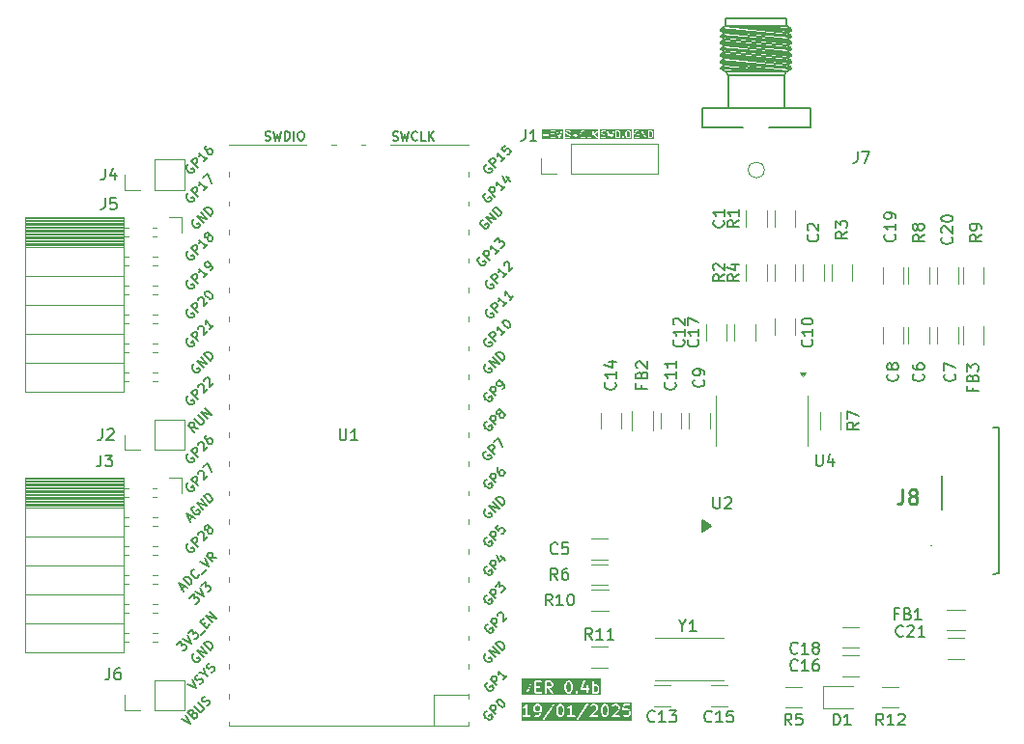
<source format=gbr>
%TF.GenerationSoftware,KiCad,Pcbnew,8.0.3-8.0.3-0~ubuntu22.04.1*%
%TF.CreationDate,2025-01-19T16:46:00+01:00*%
%TF.ProjectId,FT600_RP2040,46543630-305f-4525-9032-3034302e6b69,rev?*%
%TF.SameCoordinates,PX7735940PY61c06a0*%
%TF.FileFunction,Legend,Top*%
%TF.FilePolarity,Positive*%
%FSLAX46Y46*%
G04 Gerber Fmt 4.6, Leading zero omitted, Abs format (unit mm)*
G04 Created by KiCad (PCBNEW 8.0.3-8.0.3-0~ubuntu22.04.1) date 2025-01-19 16:46:00*
%MOMM*%
%LPD*%
G01*
G04 APERTURE LIST*
%ADD10C,0.150000*%
%ADD11C,0.100000*%
%ADD12C,0.254000*%
%ADD13C,0.200000*%
%ADD14C,0.120000*%
G04 APERTURE END LIST*
D10*
X60250000Y19000000D02*
X59500000Y18500000D01*
X59500000Y19500000D01*
X60250000Y19000000D01*
G36*
X60250000Y19000000D02*
G01*
X59500000Y18500000D01*
X59500000Y19500000D01*
X60250000Y19000000D01*
G37*
G36*
X47895137Y5273129D02*
G01*
X47926464Y5242885D01*
X47964818Y5168404D01*
X48009421Y4995032D01*
X48010674Y4775359D01*
X47968552Y4601841D01*
X47929727Y4521825D01*
X47899481Y4490496D01*
X47830501Y4454974D01*
X47770340Y4454185D01*
X47702231Y4487233D01*
X47670904Y4517479D01*
X47632549Y4591960D01*
X47587946Y4765332D01*
X47586693Y4985005D01*
X47628815Y5158523D01*
X47667641Y5238540D01*
X47697885Y5269867D01*
X47766866Y5305389D01*
X47827027Y5306178D01*
X47895137Y5273129D01*
G37*
G36*
X50276089Y4939796D02*
G01*
X50307416Y4909552D01*
X50342805Y4840829D01*
X50344006Y4590510D01*
X50310679Y4521825D01*
X50280433Y4490496D01*
X50211643Y4455072D01*
X50056474Y4453982D01*
X50016408Y4473422D01*
X50015727Y4953078D01*
X50052390Y4971958D01*
X50207559Y4973048D01*
X50276089Y4939796D01*
G37*
G36*
X46228470Y5273129D02*
G01*
X46259797Y5242885D01*
X46295255Y5174028D01*
X46296240Y5066396D01*
X46263060Y4998015D01*
X46232815Y4966687D01*
X46164127Y4931316D01*
X46037976Y4930856D01*
X46035154Y4931354D01*
X46032820Y4930838D01*
X45872902Y4930255D01*
X45872369Y5305450D01*
X46159703Y5306497D01*
X46228470Y5273129D01*
G37*
G36*
X50603842Y4194070D02*
G01*
X43708400Y4194070D01*
X43708400Y5370801D01*
X43819511Y5370801D01*
X43822771Y5356464D01*
X44154548Y4365587D01*
X44154919Y4360371D01*
X44159083Y4352041D01*
X44162098Y4343039D01*
X44165608Y4338992D01*
X44168005Y4334198D01*
X44175113Y4328033D01*
X44181272Y4320932D01*
X44186061Y4318538D01*
X44190112Y4315024D01*
X44199037Y4312050D01*
X44207445Y4307845D01*
X44212789Y4307466D01*
X44217875Y4305770D01*
X44227255Y4306437D01*
X44236635Y4305770D01*
X44241720Y4307466D01*
X44247065Y4307845D01*
X44255475Y4312051D01*
X44264397Y4315024D01*
X44268444Y4318535D01*
X44273238Y4320931D01*
X44279401Y4328037D01*
X44286505Y4334198D01*
X44288900Y4338990D01*
X44292412Y4343038D01*
X44298406Y4356464D01*
X44634999Y5370800D01*
X44634332Y5380181D01*
X44818922Y5380181D01*
X44820363Y4365550D01*
X44820363Y4365549D01*
X44831562Y4338513D01*
X44852254Y4317821D01*
X44879290Y4306622D01*
X44893922Y4305181D01*
X45384744Y4306622D01*
X45411780Y4317821D01*
X45432472Y4338513D01*
X45443671Y4365549D01*
X45443671Y4394813D01*
X45432472Y4421849D01*
X45411780Y4442541D01*
X45384744Y4453740D01*
X45370112Y4455181D01*
X44968817Y4454003D01*
X44968284Y4829299D01*
X45241887Y4830432D01*
X45268923Y4841631D01*
X45289615Y4862323D01*
X45300814Y4889359D01*
X45300814Y4918623D01*
X45289615Y4945659D01*
X45268923Y4966351D01*
X45241887Y4977550D01*
X45227255Y4978991D01*
X44968073Y4977918D01*
X44967607Y5305398D01*
X45384744Y5306622D01*
X45411780Y5317821D01*
X45432472Y5338513D01*
X45443671Y5365549D01*
X45443671Y5380181D01*
X45723684Y5380181D01*
X45725125Y4365549D01*
X45736324Y4338513D01*
X45757016Y4317821D01*
X45784052Y4306622D01*
X45813316Y4306622D01*
X45840352Y4317821D01*
X45861044Y4338513D01*
X45872243Y4365549D01*
X45873684Y4380181D01*
X45873113Y4781644D01*
X45997336Y4782096D01*
X46318241Y4326011D01*
X46342920Y4310284D01*
X46371737Y4305198D01*
X46400308Y4311528D01*
X46424282Y4328310D01*
X46440009Y4352988D01*
X46445094Y4381806D01*
X46438765Y4410377D01*
X46431555Y4423190D01*
X46178698Y4782561D01*
X46181596Y4782767D01*
X46194268Y4782813D01*
X46196757Y4783845D01*
X46199445Y4784035D01*
X46213177Y4789290D01*
X46307733Y4837983D01*
X46316542Y4841631D01*
X46319444Y4844014D01*
X46320858Y4844741D01*
X46322157Y4846240D01*
X46327907Y4850958D01*
X46375248Y4899994D01*
X46381743Y4905626D01*
X46383722Y4908772D01*
X46384853Y4909942D01*
X46385610Y4911770D01*
X46389575Y4918069D01*
X46428955Y4999229D01*
X47437970Y4999229D01*
X47439300Y4765834D01*
X47438059Y4757488D01*
X47439400Y4748417D01*
X47439411Y4746502D01*
X47439833Y4745481D01*
X47440209Y4742944D01*
X47487726Y4558246D01*
X47488252Y4550849D01*
X47492454Y4539867D01*
X47492775Y4538622D01*
X47493097Y4538187D01*
X47493507Y4537117D01*
X47542197Y4442565D01*
X47545847Y4433753D01*
X47548230Y4430849D01*
X47548958Y4429436D01*
X47550456Y4428137D01*
X47555174Y4422388D01*
X47604209Y4375047D01*
X47609843Y4368550D01*
X47612988Y4366571D01*
X47614159Y4365440D01*
X47615986Y4364683D01*
X47622286Y4360718D01*
X47708175Y4319043D01*
X47709397Y4317821D01*
X47718256Y4314152D01*
X47731255Y4307844D01*
X47733944Y4307653D01*
X47736433Y4306622D01*
X47751065Y4305181D01*
X47835371Y4306287D01*
X47836922Y4305770D01*
X47846191Y4306429D01*
X47860935Y4306622D01*
X47863424Y4307654D01*
X47866112Y4307844D01*
X47879844Y4313099D01*
X47974398Y4361791D01*
X47983209Y4365440D01*
X47986111Y4367823D01*
X47987525Y4368550D01*
X47988825Y4370050D01*
X47994575Y4374768D01*
X48041916Y4423805D01*
X48048410Y4429436D01*
X48050389Y4432582D01*
X48051521Y4433753D01*
X48052278Y4435583D01*
X48056242Y4441879D01*
X48056510Y4442431D01*
X48391792Y4442431D01*
X48391792Y4413168D01*
X48396829Y4401009D01*
X48402991Y4386132D01*
X48412318Y4374767D01*
X48471302Y4317821D01*
X48498338Y4306622D01*
X48498339Y4306622D01*
X48527601Y4306622D01*
X48527602Y4306622D01*
X48554638Y4317821D01*
X48566003Y4327148D01*
X48622949Y4386132D01*
X48634148Y4413168D01*
X48634148Y4442431D01*
X48634102Y4442541D01*
X48622950Y4469467D01*
X48613622Y4480833D01*
X48554638Y4537780D01*
X48554637Y4537781D01*
X48536341Y4545359D01*
X48527602Y4548979D01*
X48527601Y4548979D01*
X48498338Y4548979D01*
X48489599Y4545359D01*
X48471303Y4537781D01*
X48471302Y4537780D01*
X48459936Y4528452D01*
X48402990Y4469467D01*
X48391792Y4442431D01*
X48056510Y4442431D01*
X48100510Y4533112D01*
X48104593Y4538622D01*
X48108528Y4549638D01*
X48109116Y4550848D01*
X48109154Y4551389D01*
X48109540Y4552468D01*
X48150911Y4722895D01*
X48867130Y4722895D01*
X48867982Y4710910D01*
X48867982Y4698883D01*
X48869014Y4696392D01*
X48869205Y4693705D01*
X48874579Y4682956D01*
X48879181Y4671847D01*
X48881086Y4669942D01*
X48882291Y4667532D01*
X48891373Y4659655D01*
X48899873Y4651155D01*
X48902361Y4650125D01*
X48904398Y4648358D01*
X48915801Y4644557D01*
X48926909Y4639956D01*
X48930735Y4639580D01*
X48932161Y4639104D01*
X48934135Y4639245D01*
X48941541Y4638515D01*
X49343592Y4639430D01*
X49344172Y4365549D01*
X49355371Y4338513D01*
X49376063Y4317821D01*
X49403099Y4306622D01*
X49432363Y4306622D01*
X49459399Y4317821D01*
X49480091Y4338513D01*
X49491290Y4365549D01*
X49492731Y4380181D01*
X49492181Y4639768D01*
X49575220Y4639956D01*
X49602256Y4651155D01*
X49622948Y4671847D01*
X49634147Y4698883D01*
X49634147Y4728147D01*
X49622948Y4755183D01*
X49602256Y4775875D01*
X49575220Y4787074D01*
X49560588Y4788515D01*
X49491867Y4788359D01*
X49491290Y5061480D01*
X49480091Y5088516D01*
X49459399Y5109208D01*
X49432363Y5120407D01*
X49403099Y5120407D01*
X49376063Y5109208D01*
X49355371Y5088516D01*
X49344172Y5061480D01*
X49342731Y5046848D01*
X49343278Y4788021D01*
X49045003Y4787343D01*
X49241381Y5380181D01*
X49866541Y5380181D01*
X49867891Y4429140D01*
X49867130Y4418419D01*
X49867910Y4416079D01*
X49867982Y4365549D01*
X49879181Y4338513D01*
X49899873Y4317821D01*
X49926909Y4306622D01*
X49956173Y4306622D01*
X49983209Y4317821D01*
X49987520Y4322133D01*
X49993889Y4319043D01*
X49995111Y4317821D01*
X50003970Y4314152D01*
X50016969Y4307844D01*
X50019658Y4307653D01*
X50022147Y4306622D01*
X50036779Y4305181D01*
X50215866Y4306440D01*
X50217874Y4305770D01*
X50228546Y4306529D01*
X50241887Y4306622D01*
X50244376Y4307654D01*
X50247064Y4307844D01*
X50260796Y4313099D01*
X50355350Y4361791D01*
X50364161Y4365440D01*
X50367063Y4367823D01*
X50368477Y4368550D01*
X50369777Y4370050D01*
X50375527Y4374768D01*
X50422868Y4423805D01*
X50429362Y4429436D01*
X50431341Y4432582D01*
X50432473Y4433753D01*
X50433230Y4435583D01*
X50437194Y4441879D01*
X50478869Y4527769D01*
X50480091Y4528990D01*
X50483760Y4537850D01*
X50490068Y4550848D01*
X50490259Y4553538D01*
X50491290Y4556026D01*
X50492731Y4570658D01*
X50491415Y4844813D01*
X50492142Y4846992D01*
X50491351Y4858113D01*
X50491290Y4871004D01*
X50490259Y4873493D01*
X50490068Y4876182D01*
X50484813Y4889913D01*
X50436121Y4984468D01*
X50432472Y4993278D01*
X50430089Y4996181D01*
X50429362Y4997594D01*
X50427863Y4998894D01*
X50423145Y5004643D01*
X50374109Y5051985D01*
X50368477Y5058479D01*
X50365331Y5060459D01*
X50364161Y5061589D01*
X50362333Y5062347D01*
X50356034Y5066311D01*
X50270145Y5107986D01*
X50268923Y5109208D01*
X50260057Y5112881D01*
X50247064Y5119185D01*
X50244376Y5119376D01*
X50241887Y5120407D01*
X50227255Y5121848D01*
X50048166Y5120590D01*
X50046159Y5121259D01*
X50035486Y5120501D01*
X50022147Y5120407D01*
X50019658Y5119377D01*
X50016969Y5119185D01*
X50015492Y5118620D01*
X50015100Y5394813D01*
X50003901Y5421849D01*
X49983209Y5442541D01*
X49956173Y5453740D01*
X49926909Y5453740D01*
X49899873Y5442541D01*
X49879181Y5421849D01*
X49867982Y5394813D01*
X49866541Y5380181D01*
X49241381Y5380181D01*
X49254047Y5418419D01*
X49251972Y5447609D01*
X49238886Y5473783D01*
X49216778Y5492957D01*
X49189016Y5502211D01*
X49159826Y5500136D01*
X49133653Y5487049D01*
X49114479Y5464942D01*
X49108485Y5451517D01*
X48872413Y4738846D01*
X48867982Y4728147D01*
X48867982Y4725468D01*
X48867130Y4722895D01*
X48150911Y4722895D01*
X48154780Y4738834D01*
X48157957Y4746502D01*
X48158854Y4755617D01*
X48159309Y4757488D01*
X48159146Y4758581D01*
X48159398Y4761134D01*
X48158067Y4994530D01*
X48159309Y5002875D01*
X48157967Y5011947D01*
X48157957Y5013861D01*
X48157534Y5014883D01*
X48157159Y5017419D01*
X48109641Y5202118D01*
X48109116Y5209515D01*
X48104912Y5220498D01*
X48104593Y5221741D01*
X48104270Y5222177D01*
X48103861Y5223246D01*
X48055169Y5317801D01*
X48051520Y5326611D01*
X48049137Y5329514D01*
X48048410Y5330927D01*
X48046911Y5332227D01*
X48042193Y5337976D01*
X47993157Y5385318D01*
X47987525Y5391812D01*
X47984379Y5393792D01*
X47983209Y5394922D01*
X47981381Y5395680D01*
X47975082Y5399644D01*
X47889193Y5441319D01*
X47887971Y5442541D01*
X47879105Y5446214D01*
X47866112Y5452518D01*
X47863424Y5452709D01*
X47860935Y5453740D01*
X47846303Y5455181D01*
X47761995Y5454076D01*
X47760445Y5454592D01*
X47751174Y5453934D01*
X47736433Y5453740D01*
X47733944Y5452710D01*
X47731255Y5452518D01*
X47717524Y5447263D01*
X47622969Y5398572D01*
X47614159Y5394922D01*
X47611256Y5392540D01*
X47609843Y5391812D01*
X47608543Y5390314D01*
X47602794Y5385595D01*
X47555452Y5336560D01*
X47548958Y5330927D01*
X47546978Y5327782D01*
X47545848Y5326611D01*
X47545090Y5324784D01*
X47541126Y5318484D01*
X47496859Y5227253D01*
X47492775Y5221741D01*
X47488837Y5210722D01*
X47488252Y5209514D01*
X47488213Y5208975D01*
X47487828Y5207895D01*
X47442587Y5021530D01*
X47439411Y5013861D01*
X47438513Y5004747D01*
X47438059Y5002875D01*
X47438221Y5001783D01*
X47437970Y4999229D01*
X46428955Y4999229D01*
X46431250Y5003959D01*
X46432472Y5005180D01*
X46436141Y5014040D01*
X46442449Y5027038D01*
X46442640Y5029728D01*
X46443671Y5032216D01*
X46445112Y5046848D01*
X46443907Y5178479D01*
X46444523Y5180325D01*
X46443797Y5190540D01*
X46443671Y5204337D01*
X46442640Y5206826D01*
X46442449Y5209515D01*
X46437194Y5223246D01*
X46388502Y5317801D01*
X46384853Y5326611D01*
X46382470Y5329514D01*
X46381743Y5330927D01*
X46380244Y5332227D01*
X46375526Y5337976D01*
X46326490Y5385318D01*
X46320858Y5391812D01*
X46317712Y5393792D01*
X46316542Y5394922D01*
X46314714Y5395680D01*
X46308415Y5399644D01*
X46222526Y5441319D01*
X46221304Y5442541D01*
X46212438Y5446214D01*
X46199445Y5452518D01*
X46196757Y5452709D01*
X46194268Y5453740D01*
X46179636Y5455181D01*
X45784052Y5453740D01*
X45757016Y5442541D01*
X45736324Y5421849D01*
X45725125Y5394813D01*
X45723684Y5380181D01*
X45443671Y5380181D01*
X45443671Y5394813D01*
X45432472Y5421849D01*
X45411780Y5442541D01*
X45384744Y5453740D01*
X45370112Y5455181D01*
X44879290Y5453740D01*
X44852254Y5442541D01*
X44831562Y5421849D01*
X44820363Y5394813D01*
X44818922Y5380181D01*
X44634332Y5380181D01*
X44632924Y5399990D01*
X44619838Y5426164D01*
X44597730Y5445338D01*
X44569968Y5454592D01*
X44540778Y5452517D01*
X44514605Y5439430D01*
X44495431Y5417323D01*
X44489437Y5403898D01*
X44227687Y4615105D01*
X43959079Y5417324D01*
X43939905Y5439431D01*
X43913732Y5452517D01*
X43884542Y5454592D01*
X43856779Y5445338D01*
X43834672Y5426164D01*
X43821586Y5399991D01*
X43819511Y5370801D01*
X43708400Y5370801D01*
X43708400Y5613322D01*
X50603842Y5613322D01*
X50603842Y4194070D01*
G37*
D11*
G36*
X47303758Y52961962D02*
G01*
X45445785Y52961962D01*
X45445785Y53326334D01*
X45512452Y53326334D01*
X45512452Y53288066D01*
X45539512Y53261006D01*
X45558646Y53257200D01*
X45739431Y53258645D01*
X45741023Y53059495D01*
X45768083Y53032435D01*
X45806351Y53032435D01*
X45833411Y53059495D01*
X45837217Y53078629D01*
X45835772Y53259415D01*
X46034923Y53261006D01*
X46061983Y53288066D01*
X46061983Y53326334D01*
X46034923Y53353394D01*
X46015789Y53357200D01*
X45835002Y53355756D01*
X45834821Y53378473D01*
X46225062Y53378473D01*
X46226737Y53376426D01*
X46226737Y53373781D01*
X46238638Y53361880D01*
X46249295Y53348854D01*
X46251926Y53348591D01*
X46253796Y53346721D01*
X46270624Y53346721D01*
X46287373Y53345046D01*
X46289420Y53346721D01*
X46292065Y53346721D01*
X46308286Y53357559D01*
X46326460Y53378216D01*
X46365862Y53400228D01*
X46484378Y53403013D01*
X46524198Y53385333D01*
X46543946Y53367958D01*
X46565957Y53328556D01*
X46568742Y53210040D01*
X46551063Y53170222D01*
X46533686Y53150471D01*
X46494287Y53128460D01*
X46375770Y53125675D01*
X46335949Y53143355D01*
X46292065Y53181966D01*
X46253797Y53181966D01*
X46226737Y53154906D01*
X46226737Y53116638D01*
X46237576Y53100417D01*
X46262332Y53078635D01*
X46263731Y53074440D01*
X46279143Y53062478D01*
X46282277Y53061087D01*
X46282369Y53061006D01*
X46282459Y53061006D01*
X46333682Y53038265D01*
X46339512Y53032435D01*
X46352739Y53029804D01*
X46355102Y53028755D01*
X46356189Y53029118D01*
X46358646Y53028629D01*
X46495760Y53031851D01*
X46505047Y53028755D01*
X46518285Y53032380D01*
X46520637Y53032435D01*
X46521447Y53033246D01*
X46523863Y53033907D01*
X46572372Y53061006D01*
X46577781Y53061006D01*
X46594002Y53071845D01*
X46596155Y53074293D01*
X46596419Y53074440D01*
X46596500Y53074686D01*
X46615783Y53096603D01*
X46619977Y53098000D01*
X46631939Y53113412D01*
X46633330Y53116547D01*
X46633411Y53116638D01*
X46633410Y53116728D01*
X46656152Y53167952D01*
X46661982Y53173781D01*
X46664613Y53187009D01*
X46665662Y53189371D01*
X46665299Y53190459D01*
X46665788Y53192915D01*
X46662566Y53330029D01*
X46665662Y53339316D01*
X46662037Y53352555D01*
X46661982Y53354906D01*
X46661171Y53355717D01*
X46660510Y53358132D01*
X46633411Y53406640D01*
X46633411Y53412050D01*
X46622572Y53428271D01*
X46620122Y53430426D01*
X46619977Y53430687D01*
X46619733Y53430769D01*
X46597817Y53450051D01*
X46596419Y53454246D01*
X46581007Y53466207D01*
X46577872Y53467599D01*
X46577780Y53467680D01*
X46577689Y53467680D01*
X46526466Y53490423D01*
X46520637Y53496252D01*
X46507411Y53498883D01*
X46505048Y53499932D01*
X46503959Y53499570D01*
X46501503Y53500058D01*
X46364388Y53496837D01*
X46355101Y53499932D01*
X46341865Y53496308D01*
X46339512Y53496252D01*
X46338700Y53495441D01*
X46336285Y53494779D01*
X46331809Y53492279D01*
X46343781Y53629157D01*
X46606351Y53632435D01*
X46633411Y53659495D01*
X46633411Y53682173D01*
X46737343Y53682173D01*
X46739783Y53662818D01*
X46938408Y53078344D01*
X46937343Y53075085D01*
X46944125Y53061521D01*
X46949444Y53045869D01*
X46952786Y53044198D01*
X46954457Y53040856D01*
X46969493Y53035844D01*
X46983673Y53028754D01*
X46987218Y53029936D01*
X46990761Y53028755D01*
X47004934Y53035842D01*
X47019977Y53040856D01*
X47021648Y53044199D01*
X47024990Y53045869D01*
X47034651Y53062818D01*
X47237091Y53682174D01*
X47219977Y53716402D01*
X47183673Y53728504D01*
X47149444Y53711389D01*
X47139783Y53694441D01*
X46988274Y53230908D01*
X46824990Y53711389D01*
X46790761Y53728503D01*
X46754457Y53716402D01*
X46737343Y53682173D01*
X46633411Y53682173D01*
X46633411Y53697763D01*
X46606351Y53724823D01*
X46587217Y53728629D01*
X46301430Y53725061D01*
X46287061Y53726498D01*
X46285054Y53724857D01*
X46282369Y53724823D01*
X46270469Y53712924D01*
X46257442Y53702265D01*
X46256402Y53698857D01*
X46255309Y53697763D01*
X46255309Y53695271D01*
X46251751Y53683604D01*
X46228138Y53413643D01*
X46226737Y53412050D01*
X46226737Y53397624D01*
X46225062Y53378473D01*
X45834821Y53378473D01*
X45833411Y53554906D01*
X45806351Y53581966D01*
X45768083Y53581966D01*
X45741023Y53554906D01*
X45737217Y53535772D01*
X45738661Y53354986D01*
X45539512Y53353394D01*
X45512452Y53326334D01*
X45445785Y53326334D01*
X45445785Y53795296D01*
X47303758Y53795296D01*
X47303758Y52961962D01*
G37*
G36*
X52092835Y53631195D02*
G01*
X52163815Y53610246D01*
X52206924Y53570299D01*
X52231431Y53526430D01*
X52231567Y53523645D01*
X52259269Y53424619D01*
X52258646Y53421486D01*
X52261233Y53350216D01*
X52260139Y53347899D01*
X52237902Y53247132D01*
X52235353Y53243847D01*
X52215388Y53198880D01*
X52172198Y53152270D01*
X52108693Y53128620D01*
X52108646Y53128629D01*
X52015495Y53126441D01*
X52012401Y53629725D01*
X52092129Y53631598D01*
X52092835Y53631195D01*
G37*
G36*
X53102682Y53613943D02*
G01*
X53148439Y53571542D01*
X53173554Y53481762D01*
X53172931Y53478629D01*
X53176131Y53294370D01*
X53174424Y53290755D01*
X53152869Y53193079D01*
X53114600Y53151779D01*
X53072790Y53128422D01*
X52982526Y53125847D01*
X52943182Y53143315D01*
X52897423Y53185716D01*
X52872308Y53275498D01*
X52872931Y53278629D01*
X52869730Y53462888D01*
X52871438Y53466502D01*
X52892993Y53564182D01*
X52931263Y53605481D01*
X52973072Y53628837D01*
X53063334Y53631412D01*
X53102682Y53613943D01*
G37*
G36*
X53339598Y52961962D02*
G01*
X50563407Y52961962D01*
X50563407Y53564343D01*
X50630074Y53564343D01*
X50632724Y53511229D01*
X50630200Y53503655D01*
X50633748Y53490697D01*
X50633880Y53488066D01*
X50634691Y53487255D01*
X50635353Y53484839D01*
X50662452Y53436332D01*
X50662452Y53430924D01*
X50673290Y53414703D01*
X50675738Y53412549D01*
X50675886Y53412285D01*
X50676131Y53412204D01*
X50698046Y53392922D01*
X50699445Y53388726D01*
X50714857Y53376764D01*
X50717992Y53375373D01*
X50718082Y53375293D01*
X50718170Y53375293D01*
X50763004Y53355389D01*
X50764593Y53352741D01*
X50782233Y53344408D01*
X50883000Y53322172D01*
X50886286Y53319621D01*
X50931340Y53299619D01*
X50951089Y53282243D01*
X50973309Y53242468D01*
X50975024Y53208102D01*
X50958206Y53170222D01*
X50940829Y53150471D01*
X50901430Y53128460D01*
X50782305Y53125661D01*
X50781600Y53126063D01*
X50676529Y53157074D01*
X50642301Y53139960D01*
X50630200Y53103655D01*
X50647314Y53069427D01*
X50664263Y53059766D01*
X50742379Y53036711D01*
X50746655Y53032435D01*
X50765789Y53028629D01*
X50902903Y53031851D01*
X50912190Y53028755D01*
X50925428Y53032380D01*
X50927780Y53032435D01*
X50928590Y53033246D01*
X50931006Y53033907D01*
X50979515Y53061006D01*
X50984924Y53061006D01*
X51001145Y53071845D01*
X51003298Y53074293D01*
X51003562Y53074440D01*
X51003643Y53074686D01*
X51022926Y53096603D01*
X51027120Y53098000D01*
X51039082Y53113412D01*
X51040473Y53116547D01*
X51040554Y53116638D01*
X51040553Y53116728D01*
X51063295Y53167952D01*
X51069125Y53173781D01*
X51071756Y53187009D01*
X51072805Y53189371D01*
X51072442Y53190459D01*
X51072931Y53192915D01*
X51070280Y53246030D01*
X51072805Y53253602D01*
X51069256Y53266560D01*
X51069125Y53269192D01*
X51068313Y53270004D01*
X51067652Y53272418D01*
X51040553Y53320926D01*
X51040554Y53326334D01*
X51029716Y53342555D01*
X51027267Y53344710D01*
X51027120Y53344973D01*
X51026875Y53345055D01*
X51004960Y53364337D01*
X51003562Y53368532D01*
X50988150Y53380493D01*
X50985017Y53381884D01*
X50984924Y53381966D01*
X50984832Y53381966D01*
X50940000Y53401871D01*
X50938412Y53404517D01*
X50920773Y53412850D01*
X50820005Y53435087D01*
X50816721Y53437636D01*
X50771665Y53457640D01*
X50751915Y53475017D01*
X50729695Y53514792D01*
X50727980Y53549157D01*
X50744798Y53587037D01*
X50762176Y53606788D01*
X50801576Y53628799D01*
X50920700Y53631598D01*
X50921406Y53631195D01*
X51026475Y53600184D01*
X51060704Y53617298D01*
X51072805Y53653603D01*
X51056334Y53686543D01*
X51173562Y53686543D01*
X51174292Y53667048D01*
X51318023Y53079018D01*
X51316225Y53072044D01*
X51322287Y53061574D01*
X51325283Y53049316D01*
X51331652Y53045397D01*
X51335399Y53038925D01*
X51347346Y53035740D01*
X51357875Y53029260D01*
X51365148Y53030992D01*
X51372374Y53029065D01*
X51383073Y53035260D01*
X51395102Y53038123D01*
X51399021Y53044493D01*
X51405493Y53048239D01*
X51414101Y53065746D01*
X51479724Y53320225D01*
X51546577Y53077564D01*
X51544990Y53070715D01*
X51551279Y53060495D01*
X51554656Y53048239D01*
X51561127Y53044493D01*
X51565047Y53038123D01*
X51577075Y53035259D01*
X51587774Y53029065D01*
X51594998Y53030992D01*
X51602274Y53029259D01*
X51612805Y53035740D01*
X51624750Y53038925D01*
X51628496Y53045397D01*
X51634866Y53049316D01*
X51643000Y53067048D01*
X51784753Y53678629D01*
X51915789Y53678629D01*
X51919595Y53059495D01*
X51946655Y53032435D01*
X51965789Y53028629D01*
X52099089Y53031761D01*
X52105102Y53028755D01*
X52124457Y53031195D01*
X52204507Y53061006D01*
X52213494Y53061006D01*
X52224808Y53068567D01*
X52227119Y53069427D01*
X52227632Y53070454D01*
X52229715Y53071845D01*
X52278712Y53124721D01*
X52284263Y53126571D01*
X52296225Y53141983D01*
X52297619Y53145125D01*
X52297697Y53145208D01*
X52297697Y53145299D01*
X52317600Y53190131D01*
X52320248Y53191719D01*
X52328581Y53209359D01*
X52351522Y53313321D01*
X52354840Y53316638D01*
X52358646Y53335772D01*
X52355932Y53410515D01*
X52358101Y53414128D01*
X52357153Y53433613D01*
X52328662Y53535460D01*
X52329948Y53539316D01*
X52324796Y53558132D01*
X52297697Y53606640D01*
X52297697Y53612050D01*
X52286858Y53628271D01*
X52284276Y53630664D01*
X52284263Y53630687D01*
X52284243Y53630694D01*
X52232512Y53678629D01*
X52515789Y53678629D01*
X52519595Y53059495D01*
X52546655Y53032435D01*
X52584923Y53032435D01*
X52611983Y53059495D01*
X52615789Y53078629D01*
X52613330Y53478629D01*
X52772931Y53478629D01*
X52776198Y53290525D01*
X52773476Y53285988D01*
X52774424Y53266502D01*
X52805309Y53156097D01*
X52805309Y53145209D01*
X52810548Y53137369D01*
X52811329Y53134577D01*
X52813139Y53133491D01*
X52816148Y53128988D01*
X52869022Y53079992D01*
X52870873Y53074440D01*
X52886285Y53062479D01*
X52889426Y53061085D01*
X52889511Y53061006D01*
X52889603Y53061006D01*
X52940824Y53038265D01*
X52946654Y53032435D01*
X52959881Y53029804D01*
X52962244Y53028755D01*
X52963331Y53029118D01*
X52965788Y53028629D01*
X53074677Y53031736D01*
X53083618Y53028755D01*
X53096807Y53032367D01*
X53099208Y53032435D01*
X53100018Y53033246D01*
X53102434Y53033907D01*
X53150943Y53061006D01*
X53156351Y53061006D01*
X53172572Y53071845D01*
X53174962Y53074425D01*
X53174990Y53074440D01*
X53174997Y53074463D01*
X53225905Y53129400D01*
X53234534Y53134577D01*
X53238518Y53143012D01*
X53240554Y53145208D01*
X53240554Y53147320D01*
X53242867Y53152216D01*
X53265807Y53256178D01*
X53269125Y53259495D01*
X53272931Y53278629D01*
X53269663Y53466734D01*
X53272386Y53471270D01*
X53271438Y53490756D01*
X53240554Y53601161D01*
X53240554Y53612050D01*
X53235314Y53619892D01*
X53234534Y53622681D01*
X53232725Y53623767D01*
X53229715Y53628271D01*
X53176840Y53677266D01*
X53174990Y53682818D01*
X53159578Y53694779D01*
X53156434Y53696175D01*
X53156351Y53696252D01*
X53156260Y53696252D01*
X53105037Y53718994D01*
X53099208Y53724823D01*
X53085980Y53727455D01*
X53083618Y53728503D01*
X53082530Y53728141D01*
X53080074Y53728629D01*
X52971184Y53725523D01*
X52962244Y53728503D01*
X52949056Y53724892D01*
X52946654Y53724823D01*
X52945842Y53724012D01*
X52943428Y53723350D01*
X52894921Y53696252D01*
X52889511Y53696252D01*
X52873290Y53685413D01*
X52870898Y53682833D01*
X52870873Y53682818D01*
X52870866Y53682798D01*
X52819958Y53627859D01*
X52811329Y53622681D01*
X52807343Y53614245D01*
X52805309Y53612049D01*
X52805309Y53609939D01*
X52802996Y53605042D01*
X52780054Y53501081D01*
X52776737Y53497763D01*
X52772931Y53478629D01*
X52613330Y53478629D01*
X52611983Y53697763D01*
X52584923Y53724823D01*
X52546655Y53724823D01*
X52519595Y53697763D01*
X52515789Y53678629D01*
X52232512Y53678629D01*
X52231036Y53679997D01*
X52227119Y53687831D01*
X52215328Y53694552D01*
X52213494Y53696252D01*
X52212346Y53696252D01*
X52210171Y53697492D01*
X52132055Y53720548D01*
X52127780Y53724823D01*
X52108646Y53728629D01*
X51946655Y53724823D01*
X51919595Y53697763D01*
X51915789Y53678629D01*
X51784753Y53678629D01*
X51786588Y53686544D01*
X51766531Y53719135D01*
X51729304Y53727999D01*
X51696712Y53707943D01*
X51688578Y53690211D01*
X51592240Y53274571D01*
X51528043Y53507594D01*
X51529640Y53513786D01*
X51523338Y53524672D01*
X51519779Y53537590D01*
X51513882Y53541004D01*
X51510466Y53546905D01*
X51497903Y53550255D01*
X51486661Y53556764D01*
X51480077Y53555009D01*
X51473490Y53556765D01*
X51462240Y53550252D01*
X51449685Y53546904D01*
X51446270Y53541007D01*
X51440371Y53537591D01*
X51431763Y53520084D01*
X51368920Y53276392D01*
X51263438Y53707942D01*
X51230846Y53727999D01*
X51193619Y53719135D01*
X51173562Y53686543D01*
X51056334Y53686543D01*
X51055690Y53687831D01*
X51038742Y53697492D01*
X50960626Y53720548D01*
X50956351Y53724823D01*
X50937217Y53728629D01*
X50800103Y53725408D01*
X50790816Y53728503D01*
X50777577Y53724879D01*
X50775226Y53724823D01*
X50774415Y53724013D01*
X50772000Y53723351D01*
X50723490Y53696252D01*
X50718082Y53696251D01*
X50701861Y53685413D01*
X50699706Y53682965D01*
X50699445Y53682818D01*
X50699363Y53682575D01*
X50680080Y53660658D01*
X50675886Y53659259D01*
X50663925Y53643847D01*
X50662533Y53640713D01*
X50662452Y53640620D01*
X50662452Y53640530D01*
X50639709Y53589307D01*
X50633880Y53583477D01*
X50631249Y53570252D01*
X50630200Y53567888D01*
X50630562Y53566800D01*
X50630074Y53564343D01*
X50563407Y53564343D01*
X50563407Y53795296D01*
X53339598Y53795296D01*
X53339598Y52961962D01*
G37*
D10*
G36*
X45221327Y3223129D02*
G01*
X45252654Y3192885D01*
X45288025Y3124197D01*
X45288767Y2920479D01*
X45255917Y2852777D01*
X45225672Y2821449D01*
X45156881Y2786025D01*
X45001712Y2784935D01*
X44933183Y2818186D01*
X44901855Y2848431D01*
X44866452Y2917182D01*
X44865296Y3119918D01*
X44898593Y3188540D01*
X44928837Y3219867D01*
X44997628Y3255291D01*
X45152797Y3256381D01*
X45221327Y3223129D01*
G37*
G36*
X47173708Y3223129D02*
G01*
X47205035Y3192885D01*
X47243389Y3118404D01*
X47287992Y2945032D01*
X47289245Y2725359D01*
X47247123Y2551841D01*
X47208298Y2471825D01*
X47178052Y2440496D01*
X47109072Y2404974D01*
X47048911Y2404185D01*
X46980802Y2437233D01*
X46949475Y2467479D01*
X46911120Y2541960D01*
X46866517Y2715332D01*
X46865264Y2935005D01*
X46907386Y3108523D01*
X46946212Y3188540D01*
X46976456Y3219867D01*
X47045437Y3255389D01*
X47105598Y3256178D01*
X47173708Y3223129D01*
G37*
G36*
X51078470Y3223129D02*
G01*
X51109797Y3192885D01*
X51148151Y3118404D01*
X51192754Y2945032D01*
X51194007Y2725359D01*
X51151885Y2551841D01*
X51113060Y2471825D01*
X51082814Y2440496D01*
X51013834Y2404974D01*
X50953673Y2404185D01*
X50885564Y2437233D01*
X50854237Y2467479D01*
X50815882Y2541960D01*
X50771279Y2715332D01*
X50770026Y2935005D01*
X50812148Y3108523D01*
X50850974Y3188540D01*
X50881218Y3219867D01*
X50950199Y3255389D01*
X51010360Y3256178D01*
X51078470Y3223129D01*
G37*
G36*
X53358604Y1905975D02*
G01*
X43653638Y1905975D01*
X43653638Y2092007D01*
X45573684Y2092007D01*
X45579423Y2063313D01*
X45595706Y2038998D01*
X45620055Y2022765D01*
X45648763Y2017086D01*
X45677457Y2022825D01*
X45701772Y2039108D01*
X45711088Y2050484D01*
X45738715Y2092007D01*
X48526065Y2092007D01*
X48531804Y2063313D01*
X48548087Y2038998D01*
X48572436Y2022765D01*
X48601144Y2017086D01*
X48629838Y2022825D01*
X48654153Y2039108D01*
X48663469Y2050484D01*
X48859296Y2344813D01*
X49622744Y2344813D01*
X49622744Y2315549D01*
X49633943Y2288513D01*
X49654635Y2267821D01*
X49681671Y2256622D01*
X49696303Y2255181D01*
X50329982Y2256622D01*
X50357018Y2267821D01*
X50377710Y2288513D01*
X50388909Y2315549D01*
X50388909Y2344813D01*
X50377710Y2371849D01*
X50357018Y2392541D01*
X50329982Y2403740D01*
X50315350Y2405181D01*
X49875925Y2404182D01*
X50311437Y2841222D01*
X50313714Y2842360D01*
X50321385Y2851205D01*
X50330092Y2859942D01*
X50331123Y2862433D01*
X50332888Y2864467D01*
X50338882Y2877893D01*
X50361971Y2949229D01*
X50621303Y2949229D01*
X50622633Y2715834D01*
X50621392Y2707488D01*
X50622733Y2698417D01*
X50622744Y2696502D01*
X50623166Y2695481D01*
X50623542Y2692944D01*
X50671059Y2508246D01*
X50671585Y2500849D01*
X50675787Y2489867D01*
X50676108Y2488622D01*
X50676430Y2488187D01*
X50676840Y2487117D01*
X50725530Y2392565D01*
X50729180Y2383753D01*
X50731563Y2380849D01*
X50732291Y2379436D01*
X50733789Y2378137D01*
X50738507Y2372388D01*
X50787542Y2325047D01*
X50793176Y2318550D01*
X50796321Y2316571D01*
X50797492Y2315440D01*
X50799319Y2314683D01*
X50805619Y2310718D01*
X50891508Y2269043D01*
X50892730Y2267821D01*
X50901589Y2264152D01*
X50914588Y2257844D01*
X50917277Y2257653D01*
X50919766Y2256622D01*
X50934398Y2255181D01*
X51018704Y2256287D01*
X51020255Y2255770D01*
X51029524Y2256429D01*
X51044268Y2256622D01*
X51046757Y2257654D01*
X51049445Y2257844D01*
X51063177Y2263099D01*
X51157731Y2311791D01*
X51166542Y2315440D01*
X51169444Y2317823D01*
X51170858Y2318550D01*
X51172158Y2320050D01*
X51177908Y2324768D01*
X51197260Y2344813D01*
X51527506Y2344813D01*
X51527506Y2315549D01*
X51538705Y2288513D01*
X51559397Y2267821D01*
X51586433Y2256622D01*
X51601065Y2255181D01*
X52234744Y2256622D01*
X52261780Y2267821D01*
X52282472Y2288513D01*
X52293671Y2315549D01*
X52293671Y2344813D01*
X52282472Y2371849D01*
X52261780Y2392541D01*
X52234744Y2403740D01*
X52220112Y2405181D01*
X51780687Y2404182D01*
X52216199Y2841222D01*
X52218476Y2842360D01*
X52222284Y2846751D01*
X52526415Y2846751D01*
X52527506Y2843136D01*
X52527506Y2839360D01*
X52531700Y2829235D01*
X52534868Y2818735D01*
X52537259Y2815812D01*
X52538705Y2812323D01*
X52546458Y2804570D01*
X52553399Y2796087D01*
X52556725Y2794303D01*
X52559397Y2791631D01*
X52569524Y2787436D01*
X52579186Y2782253D01*
X52582945Y2781878D01*
X52586434Y2780432D01*
X52597395Y2780432D01*
X52608305Y2779341D01*
X52611921Y2780432D01*
X52615696Y2780432D01*
X52625821Y2784627D01*
X52636321Y2787794D01*
X52639244Y2790186D01*
X52642733Y2791631D01*
X52654098Y2800958D01*
X52690742Y2838915D01*
X52759493Y2874318D01*
X52962229Y2875474D01*
X53030851Y2842177D01*
X53062178Y2811933D01*
X53097581Y2743182D01*
X53098737Y2540446D01*
X53065441Y2471825D01*
X53035195Y2440496D01*
X52966445Y2405093D01*
X52763709Y2403937D01*
X52695088Y2437233D01*
X52642733Y2487780D01*
X52615697Y2498979D01*
X52586434Y2498979D01*
X52559398Y2487781D01*
X52538705Y2467088D01*
X52527506Y2440052D01*
X52527506Y2410789D01*
X52538704Y2383753D01*
X52548031Y2372388D01*
X52597066Y2325047D01*
X52602700Y2318550D01*
X52605845Y2316571D01*
X52607016Y2315440D01*
X52608843Y2314683D01*
X52615143Y2310718D01*
X52701032Y2269043D01*
X52702254Y2267821D01*
X52711113Y2264152D01*
X52724112Y2257844D01*
X52726801Y2257653D01*
X52729290Y2256622D01*
X52743922Y2255181D01*
X52970526Y2256474D01*
X52972636Y2255770D01*
X52983578Y2256548D01*
X52996649Y2256622D01*
X52999138Y2257654D01*
X53001826Y2257844D01*
X53015558Y2263099D01*
X53110112Y2311791D01*
X53118923Y2315440D01*
X53121825Y2317823D01*
X53123239Y2318550D01*
X53124539Y2320050D01*
X53130289Y2324768D01*
X53177630Y2373805D01*
X53184124Y2379436D01*
X53186103Y2382582D01*
X53187235Y2383753D01*
X53187992Y2385583D01*
X53191956Y2391879D01*
X53233631Y2477769D01*
X53234853Y2478990D01*
X53238522Y2487850D01*
X53244830Y2500848D01*
X53245021Y2503538D01*
X53246052Y2506026D01*
X53247493Y2520658D01*
X53246200Y2747264D01*
X53246904Y2749373D01*
X53246126Y2760316D01*
X53246052Y2773385D01*
X53245021Y2775874D01*
X53244830Y2778563D01*
X53239575Y2792294D01*
X53190883Y2886849D01*
X53187234Y2895659D01*
X53184851Y2898562D01*
X53184124Y2899975D01*
X53182625Y2901275D01*
X53177907Y2907024D01*
X53128871Y2954366D01*
X53123239Y2960860D01*
X53120093Y2962840D01*
X53118923Y2963970D01*
X53117095Y2964728D01*
X53110796Y2968692D01*
X53024907Y3010367D01*
X53023685Y3011589D01*
X53014819Y3015262D01*
X53001826Y3021566D01*
X52999138Y3021757D01*
X52996649Y3022788D01*
X52982017Y3024229D01*
X52755411Y3022937D01*
X52753302Y3023640D01*
X52742359Y3022863D01*
X52729290Y3022788D01*
X52726801Y3021758D01*
X52724112Y3021566D01*
X52710381Y3016311D01*
X52691212Y3006441D01*
X52715371Y3255377D01*
X53139506Y3256622D01*
X53166542Y3267821D01*
X53187234Y3288513D01*
X53198433Y3315549D01*
X53198433Y3344813D01*
X53187234Y3371849D01*
X53166542Y3392541D01*
X53139506Y3403740D01*
X53124874Y3405181D01*
X52651831Y3403793D01*
X52641444Y3404831D01*
X52637865Y3403752D01*
X52634052Y3403740D01*
X52623925Y3399546D01*
X52613428Y3396378D01*
X52610504Y3393987D01*
X52607016Y3392541D01*
X52599262Y3384788D01*
X52590780Y3377847D01*
X52588995Y3374521D01*
X52586324Y3371849D01*
X52582128Y3361720D01*
X52576946Y3352060D01*
X52575838Y3346536D01*
X52575125Y3344813D01*
X52575125Y3342977D01*
X52574056Y3337644D01*
X52528853Y2871875D01*
X52527506Y2868622D01*
X52527506Y2857993D01*
X52526415Y2846751D01*
X52222284Y2846751D01*
X52226147Y2851205D01*
X52234854Y2859942D01*
X52235885Y2862433D01*
X52237650Y2864467D01*
X52243644Y2877893D01*
X52289793Y3020475D01*
X52293671Y3029835D01*
X52294041Y3033599D01*
X52294523Y3035086D01*
X52294382Y3037061D01*
X52295112Y3044467D01*
X52294006Y3128775D01*
X52294523Y3130325D01*
X52293864Y3139596D01*
X52293671Y3154337D01*
X52292640Y3156826D01*
X52292449Y3159515D01*
X52287194Y3173246D01*
X52238502Y3267801D01*
X52234853Y3276611D01*
X52232470Y3279514D01*
X52231743Y3280927D01*
X52230244Y3282227D01*
X52225526Y3287976D01*
X52176490Y3335318D01*
X52170858Y3341812D01*
X52167712Y3343792D01*
X52166542Y3344922D01*
X52164714Y3345680D01*
X52158415Y3349644D01*
X52072526Y3391319D01*
X52071304Y3392541D01*
X52062438Y3396214D01*
X52049445Y3402518D01*
X52046757Y3402709D01*
X52044268Y3403740D01*
X52029636Y3405181D01*
X51803030Y3403889D01*
X51800921Y3404592D01*
X51789978Y3403815D01*
X51776909Y3403740D01*
X51774420Y3402710D01*
X51771731Y3402518D01*
X51758000Y3397263D01*
X51663445Y3348572D01*
X51654635Y3344922D01*
X51651732Y3342540D01*
X51650319Y3341812D01*
X51649019Y3340314D01*
X51643270Y3335595D01*
X51586324Y3276611D01*
X51575125Y3249574D01*
X51575125Y3220312D01*
X51586324Y3193275D01*
X51607016Y3172583D01*
X51634053Y3161384D01*
X51663315Y3161384D01*
X51690352Y3172583D01*
X51701717Y3181910D01*
X51738361Y3219867D01*
X51807112Y3255270D01*
X52009848Y3256426D01*
X52078470Y3223129D01*
X52109797Y3192885D01*
X52145319Y3123904D01*
X52146163Y3059541D01*
X52108724Y2943870D01*
X51538705Y2371849D01*
X51527506Y2344813D01*
X51197260Y2344813D01*
X51225249Y2373805D01*
X51231743Y2379436D01*
X51233722Y2382582D01*
X51234854Y2383753D01*
X51235611Y2385583D01*
X51239575Y2391879D01*
X51283843Y2483112D01*
X51287926Y2488622D01*
X51291861Y2499638D01*
X51292449Y2500848D01*
X51292487Y2501389D01*
X51292873Y2502468D01*
X51338113Y2688834D01*
X51341290Y2696502D01*
X51342187Y2705617D01*
X51342642Y2707488D01*
X51342479Y2708581D01*
X51342731Y2711134D01*
X51341400Y2944530D01*
X51342642Y2952875D01*
X51341300Y2961947D01*
X51341290Y2963861D01*
X51340867Y2964883D01*
X51340492Y2967419D01*
X51292974Y3152118D01*
X51292449Y3159515D01*
X51288245Y3170498D01*
X51287926Y3171741D01*
X51287603Y3172177D01*
X51287194Y3173246D01*
X51238502Y3267801D01*
X51234853Y3276611D01*
X51232470Y3279514D01*
X51231743Y3280927D01*
X51230244Y3282227D01*
X51225526Y3287976D01*
X51176490Y3335318D01*
X51170858Y3341812D01*
X51167712Y3343792D01*
X51166542Y3344922D01*
X51164714Y3345680D01*
X51158415Y3349644D01*
X51072526Y3391319D01*
X51071304Y3392541D01*
X51062438Y3396214D01*
X51049445Y3402518D01*
X51046757Y3402709D01*
X51044268Y3403740D01*
X51029636Y3405181D01*
X50945328Y3404076D01*
X50943778Y3404592D01*
X50934507Y3403934D01*
X50919766Y3403740D01*
X50917277Y3402710D01*
X50914588Y3402518D01*
X50900857Y3397263D01*
X50806302Y3348572D01*
X50797492Y3344922D01*
X50794589Y3342540D01*
X50793176Y3341812D01*
X50791876Y3340314D01*
X50786127Y3335595D01*
X50738785Y3286560D01*
X50732291Y3280927D01*
X50730311Y3277782D01*
X50729181Y3276611D01*
X50728423Y3274784D01*
X50724459Y3268484D01*
X50680192Y3177253D01*
X50676108Y3171741D01*
X50672170Y3160722D01*
X50671585Y3159514D01*
X50671546Y3158975D01*
X50671161Y3157895D01*
X50625920Y2971530D01*
X50622744Y2963861D01*
X50621846Y2954747D01*
X50621392Y2952875D01*
X50621554Y2951783D01*
X50621303Y2949229D01*
X50361971Y2949229D01*
X50385031Y3020475D01*
X50388909Y3029835D01*
X50389279Y3033599D01*
X50389761Y3035086D01*
X50389620Y3037061D01*
X50390350Y3044467D01*
X50389244Y3128775D01*
X50389761Y3130325D01*
X50389102Y3139596D01*
X50388909Y3154337D01*
X50387878Y3156826D01*
X50387687Y3159515D01*
X50382432Y3173246D01*
X50333740Y3267801D01*
X50330091Y3276611D01*
X50327708Y3279514D01*
X50326981Y3280927D01*
X50325482Y3282227D01*
X50320764Y3287976D01*
X50271728Y3335318D01*
X50266096Y3341812D01*
X50262950Y3343792D01*
X50261780Y3344922D01*
X50259952Y3345680D01*
X50253653Y3349644D01*
X50167764Y3391319D01*
X50166542Y3392541D01*
X50157676Y3396214D01*
X50144683Y3402518D01*
X50141995Y3402709D01*
X50139506Y3403740D01*
X50124874Y3405181D01*
X49898268Y3403889D01*
X49896159Y3404592D01*
X49885216Y3403815D01*
X49872147Y3403740D01*
X49869658Y3402710D01*
X49866969Y3402518D01*
X49853238Y3397263D01*
X49758683Y3348572D01*
X49749873Y3344922D01*
X49746970Y3342540D01*
X49745557Y3341812D01*
X49744257Y3340314D01*
X49738508Y3335595D01*
X49681562Y3276611D01*
X49670363Y3249574D01*
X49670363Y3220312D01*
X49681562Y3193275D01*
X49702254Y3172583D01*
X49729291Y3161384D01*
X49758553Y3161384D01*
X49785590Y3172583D01*
X49796955Y3181910D01*
X49833599Y3219867D01*
X49902350Y3255270D01*
X50105086Y3256426D01*
X50173708Y3223129D01*
X50205035Y3192885D01*
X50240557Y3123904D01*
X50241401Y3059541D01*
X50203962Y2943870D01*
X49633943Y2371849D01*
X49622744Y2344813D01*
X48859296Y2344813D01*
X49527528Y3349172D01*
X49533207Y3377879D01*
X49527468Y3406574D01*
X49511185Y3430889D01*
X49486836Y3447122D01*
X49458128Y3452800D01*
X49429434Y3447061D01*
X49405119Y3430778D01*
X49395803Y3419403D01*
X48531744Y2120715D01*
X48526065Y2092007D01*
X45738715Y2092007D01*
X46309052Y2949229D01*
X46716541Y2949229D01*
X46717871Y2715834D01*
X46716630Y2707488D01*
X46717971Y2698417D01*
X46717982Y2696502D01*
X46718404Y2695481D01*
X46718780Y2692944D01*
X46766297Y2508246D01*
X46766823Y2500849D01*
X46771025Y2489867D01*
X46771346Y2488622D01*
X46771668Y2488187D01*
X46772078Y2487117D01*
X46820768Y2392565D01*
X46824418Y2383753D01*
X46826801Y2380849D01*
X46827529Y2379436D01*
X46829027Y2378137D01*
X46833745Y2372388D01*
X46882780Y2325047D01*
X46888414Y2318550D01*
X46891559Y2316571D01*
X46892730Y2315440D01*
X46894557Y2314683D01*
X46900857Y2310718D01*
X46986746Y2269043D01*
X46987968Y2267821D01*
X46996827Y2264152D01*
X47009826Y2257844D01*
X47012515Y2257653D01*
X47015004Y2256622D01*
X47029636Y2255181D01*
X47113942Y2256287D01*
X47115493Y2255770D01*
X47124762Y2256429D01*
X47139506Y2256622D01*
X47141995Y2257654D01*
X47144683Y2257844D01*
X47158415Y2263099D01*
X47252969Y2311791D01*
X47261780Y2315440D01*
X47264682Y2317823D01*
X47266096Y2318550D01*
X47267396Y2320050D01*
X47273146Y2324768D01*
X47320487Y2373805D01*
X47326981Y2379436D01*
X47328960Y2382582D01*
X47330092Y2383753D01*
X47330849Y2385583D01*
X47334813Y2391879D01*
X47379081Y2483112D01*
X47383164Y2488622D01*
X47387099Y2499638D01*
X47387687Y2500848D01*
X47387725Y2501389D01*
X47388111Y2502468D01*
X47433351Y2688834D01*
X47436528Y2696502D01*
X47437425Y2705617D01*
X47437880Y2707488D01*
X47437717Y2708581D01*
X47437969Y2711134D01*
X47436638Y2944530D01*
X47437880Y2952875D01*
X47436538Y2961947D01*
X47436528Y2963861D01*
X47436105Y2964883D01*
X47435730Y2967419D01*
X47413494Y3053848D01*
X47669511Y3053848D01*
X47671585Y3024658D01*
X47684672Y2998483D01*
X47706780Y2979310D01*
X47734541Y2970056D01*
X47763731Y2972130D01*
X47777463Y2977385D01*
X47872019Y3026078D01*
X47880828Y3029726D01*
X47883730Y3032109D01*
X47885144Y3032836D01*
X47886443Y3034335D01*
X47892193Y3039053D01*
X47954958Y3103042D01*
X47955950Y2404298D01*
X47729290Y2403740D01*
X47702254Y2392541D01*
X47681562Y2371849D01*
X47670363Y2344813D01*
X47670363Y2315549D01*
X47681562Y2288513D01*
X47702254Y2267821D01*
X47729290Y2256622D01*
X47743922Y2255181D01*
X48329982Y2256622D01*
X48357018Y2267821D01*
X48377710Y2288513D01*
X48388909Y2315549D01*
X48388909Y2344813D01*
X48377710Y2371849D01*
X48357018Y2392541D01*
X48329982Y2403740D01*
X48315350Y2405181D01*
X48104530Y2404663D01*
X48103225Y3323132D01*
X48104636Y3330260D01*
X48103205Y3337413D01*
X48103195Y3344813D01*
X48100353Y3351674D01*
X48098897Y3358955D01*
X48094807Y3365062D01*
X48091996Y3371849D01*
X48086747Y3377098D01*
X48082614Y3383270D01*
X48076497Y3387348D01*
X48071304Y3392541D01*
X48064444Y3395383D01*
X48058265Y3399502D01*
X48051056Y3400928D01*
X48044268Y3403740D01*
X48036841Y3403740D01*
X48029557Y3405181D01*
X48022352Y3403740D01*
X48015004Y3403740D01*
X48008143Y3400899D01*
X48000863Y3399442D01*
X47994757Y3395354D01*
X47987968Y3392541D01*
X47982717Y3387291D01*
X47976548Y3383159D01*
X47967327Y3371901D01*
X47967276Y3371849D01*
X47967266Y3371827D01*
X47967232Y3371784D01*
X47880490Y3239466D01*
X47797756Y3155120D01*
X47697938Y3103717D01*
X47678765Y3081609D01*
X47669511Y3053848D01*
X47413494Y3053848D01*
X47388212Y3152118D01*
X47387687Y3159515D01*
X47383483Y3170498D01*
X47383164Y3171741D01*
X47382841Y3172177D01*
X47382432Y3173246D01*
X47333740Y3267801D01*
X47330091Y3276611D01*
X47327708Y3279514D01*
X47326981Y3280927D01*
X47325482Y3282227D01*
X47320764Y3287976D01*
X47271728Y3335318D01*
X47266096Y3341812D01*
X47262950Y3343792D01*
X47261780Y3344922D01*
X47259952Y3345680D01*
X47253653Y3349644D01*
X47167764Y3391319D01*
X47166542Y3392541D01*
X47157676Y3396214D01*
X47144683Y3402518D01*
X47141995Y3402709D01*
X47139506Y3403740D01*
X47124874Y3405181D01*
X47040566Y3404076D01*
X47039016Y3404592D01*
X47029745Y3403934D01*
X47015004Y3403740D01*
X47012515Y3402710D01*
X47009826Y3402518D01*
X46996095Y3397263D01*
X46901540Y3348572D01*
X46892730Y3344922D01*
X46889827Y3342540D01*
X46888414Y3341812D01*
X46887114Y3340314D01*
X46881365Y3335595D01*
X46834023Y3286560D01*
X46827529Y3280927D01*
X46825549Y3277782D01*
X46824419Y3276611D01*
X46823661Y3274784D01*
X46819697Y3268484D01*
X46775430Y3177253D01*
X46771346Y3171741D01*
X46767408Y3160722D01*
X46766823Y3159514D01*
X46766784Y3158975D01*
X46766399Y3157895D01*
X46721158Y2971530D01*
X46717982Y2963861D01*
X46717084Y2954747D01*
X46716630Y2952875D01*
X46716792Y2951783D01*
X46716541Y2949229D01*
X46309052Y2949229D01*
X46575147Y3349172D01*
X46580826Y3377879D01*
X46575087Y3406574D01*
X46558804Y3430889D01*
X46534455Y3447122D01*
X46505747Y3452800D01*
X46477053Y3447061D01*
X46452738Y3430778D01*
X46443422Y3419403D01*
X45579363Y2120715D01*
X45573684Y2092007D01*
X43653638Y2092007D01*
X43653638Y3053848D01*
X43764749Y3053848D01*
X43766823Y3024658D01*
X43779910Y2998483D01*
X43802018Y2979310D01*
X43829779Y2970056D01*
X43858969Y2972130D01*
X43872701Y2977385D01*
X43967257Y3026078D01*
X43976066Y3029726D01*
X43978968Y3032109D01*
X43980382Y3032836D01*
X43981681Y3034335D01*
X43987431Y3039053D01*
X44050196Y3103042D01*
X44051188Y2404298D01*
X43824528Y2403740D01*
X43797492Y2392541D01*
X43776800Y2371849D01*
X43765601Y2344813D01*
X43765601Y2315549D01*
X43776800Y2288513D01*
X43797492Y2267821D01*
X43824528Y2256622D01*
X43839160Y2255181D01*
X44425220Y2256622D01*
X44452256Y2267821D01*
X44472948Y2288513D01*
X44484147Y2315549D01*
X44484147Y2344813D01*
X44472948Y2371849D01*
X44452256Y2392541D01*
X44425220Y2403740D01*
X44410588Y2405181D01*
X44199768Y2404663D01*
X44198724Y3139705D01*
X44716541Y3139705D01*
X44717833Y2913101D01*
X44717130Y2910991D01*
X44717907Y2900049D01*
X44717982Y2886978D01*
X44719013Y2884489D01*
X44719204Y2881801D01*
X44724459Y2868069D01*
X44773151Y2773513D01*
X44776800Y2764704D01*
X44779182Y2761802D01*
X44779910Y2760388D01*
X44781408Y2759089D01*
X44786127Y2753339D01*
X44835162Y2705998D01*
X44840795Y2699503D01*
X44843940Y2697524D01*
X44845111Y2696393D01*
X44846938Y2695636D01*
X44853238Y2691671D01*
X44939127Y2649996D01*
X44940349Y2648774D01*
X44949208Y2645105D01*
X44962207Y2638797D01*
X44964896Y2638606D01*
X44967385Y2637575D01*
X44982017Y2636134D01*
X45161104Y2637393D01*
X45163112Y2636723D01*
X45173784Y2637482D01*
X45187125Y2637575D01*
X45189614Y2638607D01*
X45192302Y2638797D01*
X45206034Y2644052D01*
X45265365Y2674605D01*
X45247716Y2601904D01*
X45166175Y2477518D01*
X45130433Y2440496D01*
X45061643Y2405072D01*
X44872147Y2403740D01*
X44845111Y2392541D01*
X44824419Y2371849D01*
X44813220Y2344813D01*
X44813220Y2315549D01*
X44824419Y2288513D01*
X44845111Y2267821D01*
X44872147Y2256622D01*
X44886779Y2255181D01*
X45065866Y2256440D01*
X45067874Y2255770D01*
X45078546Y2256529D01*
X45091887Y2256622D01*
X45094376Y2257654D01*
X45097064Y2257844D01*
X45110796Y2263099D01*
X45205350Y2311791D01*
X45214161Y2315440D01*
X45217063Y2317823D01*
X45218477Y2318550D01*
X45219777Y2320050D01*
X45225527Y2324768D01*
X45268540Y2369322D01*
X45273200Y2372442D01*
X45282410Y2383689D01*
X45282473Y2383753D01*
X45282482Y2383777D01*
X45282516Y2383817D01*
X45376858Y2527731D01*
X45383164Y2536241D01*
X45384035Y2538679D01*
X45384671Y2539649D01*
X45385029Y2541464D01*
X45388111Y2550087D01*
X45433351Y2736453D01*
X45436528Y2744121D01*
X45437425Y2753236D01*
X45437880Y2755107D01*
X45437717Y2756200D01*
X45437969Y2758753D01*
X45436623Y3128057D01*
X45437380Y3130325D01*
X45436574Y3141667D01*
X45436528Y3154337D01*
X45435497Y3156826D01*
X45435306Y3159515D01*
X45430051Y3173246D01*
X45381359Y3267801D01*
X45377710Y3276611D01*
X45375327Y3279514D01*
X45374600Y3280927D01*
X45373101Y3282227D01*
X45368383Y3287976D01*
X45319347Y3335318D01*
X45313715Y3341812D01*
X45310569Y3343792D01*
X45309399Y3344922D01*
X45307571Y3345680D01*
X45301272Y3349644D01*
X45215383Y3391319D01*
X45214161Y3392541D01*
X45205295Y3396214D01*
X45192302Y3402518D01*
X45189614Y3402709D01*
X45187125Y3403740D01*
X45172493Y3405181D01*
X44993404Y3403923D01*
X44991397Y3404592D01*
X44980724Y3403834D01*
X44967385Y3403740D01*
X44964896Y3402710D01*
X44962207Y3402518D01*
X44948476Y3397263D01*
X44853921Y3348572D01*
X44845111Y3344922D01*
X44842208Y3342540D01*
X44840795Y3341812D01*
X44839495Y3340314D01*
X44833746Y3335595D01*
X44786404Y3286560D01*
X44779910Y3280927D01*
X44777930Y3277782D01*
X44776800Y3276611D01*
X44776042Y3274784D01*
X44772078Y3268484D01*
X44730403Y3182596D01*
X44729181Y3181373D01*
X44725508Y3172508D01*
X44719204Y3159514D01*
X44719013Y3156827D01*
X44717982Y3154337D01*
X44716541Y3139705D01*
X44198724Y3139705D01*
X44198463Y3323132D01*
X44199874Y3330260D01*
X44198443Y3337413D01*
X44198433Y3344813D01*
X44195591Y3351674D01*
X44194135Y3358955D01*
X44190045Y3365062D01*
X44187234Y3371849D01*
X44181985Y3377098D01*
X44177852Y3383270D01*
X44171735Y3387348D01*
X44166542Y3392541D01*
X44159682Y3395383D01*
X44153503Y3399502D01*
X44146294Y3400928D01*
X44139506Y3403740D01*
X44132079Y3403740D01*
X44124795Y3405181D01*
X44117590Y3403740D01*
X44110242Y3403740D01*
X44103381Y3400899D01*
X44096101Y3399442D01*
X44089995Y3395354D01*
X44083206Y3392541D01*
X44077955Y3387291D01*
X44071786Y3383159D01*
X44062565Y3371901D01*
X44062514Y3371849D01*
X44062504Y3371827D01*
X44062470Y3371784D01*
X43975728Y3239466D01*
X43892994Y3155120D01*
X43793176Y3103717D01*
X43774003Y3081609D01*
X43764749Y3053848D01*
X43653638Y3053848D01*
X43653638Y3563911D01*
X53358604Y3563911D01*
X53358604Y1905975D01*
G37*
D11*
G36*
X50409462Y52961962D02*
G01*
X47463407Y52961962D01*
X47463407Y53564343D01*
X47530074Y53564343D01*
X47532724Y53511229D01*
X47530200Y53503655D01*
X47533748Y53490697D01*
X47533880Y53488066D01*
X47534691Y53487255D01*
X47535353Y53484839D01*
X47562452Y53436332D01*
X47562452Y53430924D01*
X47573290Y53414703D01*
X47575738Y53412549D01*
X47575886Y53412285D01*
X47576131Y53412204D01*
X47598046Y53392922D01*
X47599445Y53388726D01*
X47614857Y53376764D01*
X47617992Y53375373D01*
X47618082Y53375293D01*
X47618170Y53375293D01*
X47663004Y53355389D01*
X47664593Y53352741D01*
X47682233Y53344408D01*
X47783000Y53322172D01*
X47786286Y53319621D01*
X47831340Y53299619D01*
X47851089Y53282243D01*
X47873309Y53242468D01*
X47875024Y53208102D01*
X47858206Y53170222D01*
X47840829Y53150471D01*
X47801430Y53128460D01*
X47682305Y53125661D01*
X47681600Y53126063D01*
X47576529Y53157074D01*
X47542301Y53139960D01*
X47530200Y53103655D01*
X47547314Y53069427D01*
X47564263Y53059766D01*
X47642379Y53036711D01*
X47646655Y53032435D01*
X47665789Y53028629D01*
X47802903Y53031851D01*
X47812190Y53028755D01*
X47825428Y53032380D01*
X47827780Y53032435D01*
X47828590Y53033246D01*
X47831006Y53033907D01*
X47879515Y53061006D01*
X47884924Y53061006D01*
X47901145Y53071845D01*
X47903298Y53074293D01*
X47903562Y53074440D01*
X47903643Y53074686D01*
X47922926Y53096603D01*
X47927120Y53098000D01*
X47939082Y53113412D01*
X47940473Y53116547D01*
X47940554Y53116638D01*
X47940553Y53116728D01*
X47963295Y53167952D01*
X47969125Y53173781D01*
X47971756Y53187009D01*
X47972805Y53189371D01*
X47972442Y53190459D01*
X47972931Y53192915D01*
X47970280Y53246030D01*
X47972805Y53253602D01*
X47969256Y53266560D01*
X47969125Y53269192D01*
X47968313Y53270004D01*
X47967652Y53272418D01*
X47940553Y53320926D01*
X47940554Y53326334D01*
X47929716Y53342555D01*
X47927267Y53344710D01*
X47927120Y53344973D01*
X47926875Y53345055D01*
X47904960Y53364337D01*
X47903562Y53368532D01*
X47888150Y53380493D01*
X47885017Y53381884D01*
X47884924Y53381966D01*
X47884832Y53381966D01*
X47840000Y53401871D01*
X47838412Y53404517D01*
X47820773Y53412850D01*
X47720005Y53435087D01*
X47716721Y53437636D01*
X47671665Y53457640D01*
X47651915Y53475017D01*
X47629695Y53514792D01*
X47627980Y53549157D01*
X47644798Y53587037D01*
X47662176Y53606788D01*
X47701576Y53628799D01*
X47820700Y53631598D01*
X47821406Y53631195D01*
X47926475Y53600184D01*
X47960704Y53617298D01*
X47972805Y53653603D01*
X47956334Y53686543D01*
X48073562Y53686543D01*
X48074292Y53667048D01*
X48218023Y53079018D01*
X48216225Y53072044D01*
X48222287Y53061574D01*
X48225283Y53049316D01*
X48231652Y53045397D01*
X48235399Y53038925D01*
X48247346Y53035740D01*
X48257875Y53029260D01*
X48265148Y53030992D01*
X48272374Y53029065D01*
X48283073Y53035260D01*
X48295102Y53038123D01*
X48299021Y53044493D01*
X48305493Y53048239D01*
X48314101Y53065746D01*
X48379724Y53320225D01*
X48446577Y53077564D01*
X48444990Y53070715D01*
X48451279Y53060495D01*
X48454656Y53048239D01*
X48461127Y53044493D01*
X48465047Y53038123D01*
X48477075Y53035259D01*
X48487774Y53029065D01*
X48494998Y53030992D01*
X48502274Y53029259D01*
X48512805Y53035740D01*
X48524750Y53038925D01*
X48528496Y53045397D01*
X48534866Y53049316D01*
X48543000Y53067048D01*
X48625152Y53421486D01*
X48787217Y53421486D01*
X48789930Y53346745D01*
X48787762Y53343131D01*
X48788710Y53323645D01*
X48817200Y53221799D01*
X48815915Y53217942D01*
X48821067Y53199126D01*
X48848166Y53150618D01*
X48848166Y53145209D01*
X48859005Y53128988D01*
X48861584Y53126598D01*
X48861600Y53126570D01*
X48861622Y53126563D01*
X48914825Y53077262D01*
X48918743Y53069427D01*
X48930532Y53062708D01*
X48932368Y53061006D01*
X48933517Y53061006D01*
X48935692Y53059766D01*
X49013807Y53036711D01*
X49018083Y53032435D01*
X49037217Y53028629D01*
X49040613Y53028799D01*
X49040761Y53028755D01*
X49040873Y53028812D01*
X49086181Y53031073D01*
X49090816Y53028755D01*
X49110171Y53031195D01*
X49190221Y53061006D01*
X49199208Y53061006D01*
X49210522Y53068567D01*
X49212833Y53069427D01*
X49213346Y53070454D01*
X49215429Y53071845D01*
X49254840Y53116638D01*
X49254840Y53154906D01*
X49227780Y53181966D01*
X49189512Y53181966D01*
X49173291Y53171127D01*
X49156107Y53151598D01*
X49094407Y53128620D01*
X49094360Y53128629D01*
X49051568Y53126494D01*
X48982048Y53147013D01*
X48938938Y53186960D01*
X48914431Y53230828D01*
X48914296Y53233613D01*
X48886594Y53332641D01*
X48887217Y53335772D01*
X48884629Y53407043D01*
X48885724Y53409359D01*
X48907960Y53510127D01*
X48910511Y53513412D01*
X48930475Y53558381D01*
X48973665Y53604990D01*
X49037169Y53628639D01*
X49037217Y53628629D01*
X49080008Y53630765D01*
X49149914Y53610132D01*
X49189512Y53575292D01*
X49227780Y53575292D01*
X49254840Y53602352D01*
X49254840Y53640620D01*
X49244001Y53656841D01*
X49219238Y53678629D01*
X49415789Y53678629D01*
X49419595Y53059495D01*
X49446655Y53032435D01*
X49465789Y53028629D01*
X49770637Y53032435D01*
X49797697Y53059495D01*
X49797697Y53097763D01*
X49770637Y53124823D01*
X49751503Y53128629D01*
X49515499Y53125683D01*
X49512101Y53678629D01*
X49901503Y53678629D01*
X49905309Y53059495D01*
X49932369Y53032435D01*
X49970637Y53032435D01*
X49997697Y53059495D01*
X50001503Y53078629D01*
X50000057Y53313818D01*
X50031860Y53346105D01*
X50268885Y53035606D01*
X50306769Y53030194D01*
X50337383Y53053155D01*
X50342795Y53091039D01*
X50334360Y53108629D01*
X50100153Y53415437D01*
X50340554Y53659495D01*
X50340554Y53697763D01*
X50313494Y53724823D01*
X50275226Y53724823D01*
X50259005Y53713984D01*
X50001049Y53452104D01*
X49999215Y53450728D01*
X49997697Y53697763D01*
X49970637Y53724823D01*
X49932369Y53724823D01*
X49905309Y53697763D01*
X49901503Y53678629D01*
X49512101Y53678629D01*
X49511983Y53697763D01*
X49484923Y53724823D01*
X49446655Y53724823D01*
X49419595Y53697763D01*
X49415789Y53678629D01*
X49219238Y53678629D01*
X49216017Y53681463D01*
X49212833Y53687831D01*
X49201319Y53694394D01*
X49199208Y53696252D01*
X49198060Y53696252D01*
X49195885Y53697492D01*
X49117769Y53720548D01*
X49113494Y53724823D01*
X49094360Y53728629D01*
X49090963Y53728460D01*
X49090816Y53728503D01*
X49090703Y53728447D01*
X49045395Y53726186D01*
X49040761Y53728503D01*
X49021405Y53726063D01*
X48941355Y53696252D01*
X48932368Y53696252D01*
X48921053Y53688692D01*
X48918743Y53687831D01*
X48918229Y53686805D01*
X48916147Y53685413D01*
X48867152Y53632539D01*
X48861600Y53630688D01*
X48849639Y53615276D01*
X48848243Y53612133D01*
X48848166Y53612049D01*
X48848166Y53611959D01*
X48828261Y53567127D01*
X48825615Y53565538D01*
X48817282Y53547899D01*
X48794340Y53443938D01*
X48791023Y53440620D01*
X48787217Y53421486D01*
X48625152Y53421486D01*
X48686588Y53686544D01*
X48666531Y53719135D01*
X48629304Y53727999D01*
X48596712Y53707943D01*
X48588578Y53690211D01*
X48492240Y53274571D01*
X48428043Y53507594D01*
X48429640Y53513786D01*
X48423338Y53524672D01*
X48419779Y53537590D01*
X48413882Y53541004D01*
X48410466Y53546905D01*
X48397903Y53550255D01*
X48386661Y53556764D01*
X48380077Y53555009D01*
X48373490Y53556765D01*
X48362240Y53550252D01*
X48349685Y53546904D01*
X48346270Y53541007D01*
X48340371Y53537591D01*
X48331763Y53520084D01*
X48268920Y53276392D01*
X48163438Y53707942D01*
X48130846Y53727999D01*
X48093619Y53719135D01*
X48073562Y53686543D01*
X47956334Y53686543D01*
X47955690Y53687831D01*
X47938742Y53697492D01*
X47860626Y53720548D01*
X47856351Y53724823D01*
X47837217Y53728629D01*
X47700103Y53725408D01*
X47690816Y53728503D01*
X47677577Y53724879D01*
X47675226Y53724823D01*
X47674415Y53724013D01*
X47672000Y53723351D01*
X47623490Y53696252D01*
X47618082Y53696251D01*
X47601861Y53685413D01*
X47599706Y53682965D01*
X47599445Y53682818D01*
X47599363Y53682575D01*
X47580080Y53660658D01*
X47575886Y53659259D01*
X47563925Y53643847D01*
X47562533Y53640713D01*
X47562452Y53640620D01*
X47562452Y53640530D01*
X47539709Y53589307D01*
X47533880Y53583477D01*
X47531249Y53570252D01*
X47530200Y53567888D01*
X47530562Y53566800D01*
X47530074Y53564343D01*
X47463407Y53564343D01*
X47463407Y53795296D01*
X50409462Y53795296D01*
X50409462Y52961962D01*
G37*
G36*
X54964263Y53631195D02*
G01*
X55035243Y53610246D01*
X55078352Y53570299D01*
X55102859Y53526430D01*
X55102995Y53523645D01*
X55130697Y53424619D01*
X55130074Y53421486D01*
X55132661Y53350216D01*
X55131567Y53347899D01*
X55109330Y53247132D01*
X55106781Y53243847D01*
X55086816Y53198880D01*
X55043626Y53152270D01*
X54980121Y53128620D01*
X54980074Y53128629D01*
X54886923Y53126441D01*
X54883829Y53629725D01*
X54963557Y53631598D01*
X54964263Y53631195D01*
G37*
G36*
X55296741Y52961962D02*
G01*
X53463407Y52961962D01*
X53463407Y53421486D01*
X53530074Y53421486D01*
X53532787Y53346745D01*
X53530619Y53343131D01*
X53531567Y53323645D01*
X53560057Y53221799D01*
X53558772Y53217942D01*
X53563924Y53199126D01*
X53591023Y53150618D01*
X53591023Y53145209D01*
X53601862Y53128988D01*
X53604441Y53126598D01*
X53604457Y53126570D01*
X53604479Y53126563D01*
X53657682Y53077262D01*
X53661600Y53069427D01*
X53673389Y53062708D01*
X53675225Y53061006D01*
X53676374Y53061006D01*
X53678549Y53059766D01*
X53756664Y53036711D01*
X53760940Y53032435D01*
X53780074Y53028629D01*
X53783470Y53028799D01*
X53783618Y53028755D01*
X53783730Y53028812D01*
X53829038Y53031073D01*
X53833673Y53028755D01*
X53853028Y53031195D01*
X53933078Y53061006D01*
X53942065Y53061006D01*
X53953379Y53068567D01*
X53955690Y53069427D01*
X53956203Y53070454D01*
X53958286Y53071845D01*
X53997697Y53116638D01*
X54001503Y53135772D01*
X53997697Y53354906D01*
X53970637Y53381966D01*
X53951503Y53385772D01*
X53818083Y53381966D01*
X53791023Y53354906D01*
X53791023Y53316638D01*
X53818083Y53289578D01*
X53837217Y53285772D01*
X53902339Y53287630D01*
X53904590Y53157992D01*
X53898964Y53151598D01*
X53837264Y53128620D01*
X53837217Y53128629D01*
X53794425Y53126494D01*
X53724905Y53147013D01*
X53681795Y53186960D01*
X53657288Y53230828D01*
X53657153Y53233613D01*
X53629451Y53332641D01*
X53630074Y53335772D01*
X53627486Y53407043D01*
X53628581Y53409359D01*
X53650817Y53510127D01*
X53653368Y53513412D01*
X53673332Y53558381D01*
X53716522Y53604990D01*
X53780026Y53628639D01*
X53780074Y53628629D01*
X53849631Y53631154D01*
X53919387Y53600184D01*
X53955691Y53612285D01*
X53972805Y53646513D01*
X53962100Y53678629D01*
X54158646Y53678629D01*
X54162452Y53059495D01*
X54189512Y53032435D01*
X54227780Y53032435D01*
X54254840Y53059495D01*
X54258646Y53078629D01*
X54256075Y53496810D01*
X54505268Y53066097D01*
X54505309Y53059495D01*
X54514274Y53050530D01*
X54520889Y53039097D01*
X54527513Y53037291D01*
X54532369Y53032435D01*
X54545317Y53032435D01*
X54557809Y53029028D01*
X54563771Y53032435D01*
X54570637Y53032435D01*
X54579790Y53041589D01*
X54591035Y53048014D01*
X54592842Y53054641D01*
X54597697Y53059495D01*
X54601503Y53078629D01*
X54597815Y53678629D01*
X54787217Y53678629D01*
X54791023Y53059495D01*
X54818083Y53032435D01*
X54837217Y53028629D01*
X54970517Y53031761D01*
X54976530Y53028755D01*
X54995885Y53031195D01*
X55075935Y53061006D01*
X55084922Y53061006D01*
X55096236Y53068567D01*
X55098547Y53069427D01*
X55099060Y53070454D01*
X55101143Y53071845D01*
X55150140Y53124721D01*
X55155691Y53126571D01*
X55167653Y53141983D01*
X55169047Y53145125D01*
X55169125Y53145208D01*
X55169125Y53145299D01*
X55189028Y53190131D01*
X55191676Y53191719D01*
X55200009Y53209359D01*
X55222950Y53313321D01*
X55226268Y53316638D01*
X55230074Y53335772D01*
X55227360Y53410515D01*
X55229529Y53414128D01*
X55228581Y53433613D01*
X55200090Y53535460D01*
X55201376Y53539316D01*
X55196224Y53558132D01*
X55169125Y53606640D01*
X55169125Y53612050D01*
X55158286Y53628271D01*
X55155704Y53630664D01*
X55155691Y53630687D01*
X55155671Y53630694D01*
X55102464Y53679997D01*
X55098547Y53687831D01*
X55086756Y53694552D01*
X55084922Y53696252D01*
X55083774Y53696252D01*
X55081599Y53697492D01*
X55003483Y53720548D01*
X54999208Y53724823D01*
X54980074Y53728629D01*
X54818083Y53724823D01*
X54791023Y53697763D01*
X54787217Y53678629D01*
X54597815Y53678629D01*
X54597697Y53697763D01*
X54570637Y53724823D01*
X54532369Y53724823D01*
X54505309Y53697763D01*
X54501503Y53678629D01*
X54504073Y53260450D01*
X54254880Y53691164D01*
X54254840Y53697763D01*
X54245876Y53706727D01*
X54239261Y53718161D01*
X54232634Y53719969D01*
X54227780Y53724823D01*
X54214833Y53724823D01*
X54202340Y53728230D01*
X54196378Y53724823D01*
X54189512Y53724823D01*
X54180358Y53715670D01*
X54169114Y53709244D01*
X54167306Y53702618D01*
X54162452Y53697763D01*
X54158646Y53678629D01*
X53962100Y53678629D01*
X53960704Y53682818D01*
X53945292Y53694779D01*
X53890752Y53718994D01*
X53884923Y53724823D01*
X53871697Y53727454D01*
X53869334Y53728503D01*
X53868245Y53728141D01*
X53865789Y53728629D01*
X53788945Y53725840D01*
X53783618Y53728503D01*
X53764262Y53726063D01*
X53684212Y53696252D01*
X53675225Y53696252D01*
X53663910Y53688692D01*
X53661600Y53687831D01*
X53661086Y53686805D01*
X53659004Y53685413D01*
X53610009Y53632539D01*
X53604457Y53630688D01*
X53592496Y53615276D01*
X53591100Y53612133D01*
X53591023Y53612049D01*
X53591023Y53611959D01*
X53571118Y53567127D01*
X53568472Y53565538D01*
X53560139Y53547899D01*
X53537197Y53443938D01*
X53533880Y53440620D01*
X53530074Y53421486D01*
X53463407Y53421486D01*
X53463407Y53795296D01*
X55296741Y53795296D01*
X55296741Y52961962D01*
G37*
D10*
X46833333Y16640420D02*
X46785714Y16592800D01*
X46785714Y16592800D02*
X46642857Y16545181D01*
X46642857Y16545181D02*
X46547619Y16545181D01*
X46547619Y16545181D02*
X46404762Y16592800D01*
X46404762Y16592800D02*
X46309524Y16688039D01*
X46309524Y16688039D02*
X46261905Y16783277D01*
X46261905Y16783277D02*
X46214286Y16973753D01*
X46214286Y16973753D02*
X46214286Y17116610D01*
X46214286Y17116610D02*
X46261905Y17307086D01*
X46261905Y17307086D02*
X46309524Y17402324D01*
X46309524Y17402324D02*
X46404762Y17497562D01*
X46404762Y17497562D02*
X46547619Y17545181D01*
X46547619Y17545181D02*
X46642857Y17545181D01*
X46642857Y17545181D02*
X46785714Y17497562D01*
X46785714Y17497562D02*
X46833333Y17449943D01*
X47738095Y17545181D02*
X47261905Y17545181D01*
X47261905Y17545181D02*
X47214286Y17068991D01*
X47214286Y17068991D02*
X47261905Y17116610D01*
X47261905Y17116610D02*
X47357143Y17164229D01*
X47357143Y17164229D02*
X47595238Y17164229D01*
X47595238Y17164229D02*
X47690476Y17116610D01*
X47690476Y17116610D02*
X47738095Y17068991D01*
X47738095Y17068991D02*
X47785714Y16973753D01*
X47785714Y16973753D02*
X47785714Y16735658D01*
X47785714Y16735658D02*
X47738095Y16640420D01*
X47738095Y16640420D02*
X47690476Y16592800D01*
X47690476Y16592800D02*
X47595238Y16545181D01*
X47595238Y16545181D02*
X47357143Y16545181D01*
X47357143Y16545181D02*
X47261905Y16592800D01*
X47261905Y16592800D02*
X47214286Y16640420D01*
D12*
X77076667Y22195682D02*
X77076667Y21288539D01*
X77076667Y21288539D02*
X77016190Y21107111D01*
X77016190Y21107111D02*
X76895238Y20986158D01*
X76895238Y20986158D02*
X76713809Y20925682D01*
X76713809Y20925682D02*
X76592857Y20925682D01*
X77862857Y21651397D02*
X77741905Y21711873D01*
X77741905Y21711873D02*
X77681428Y21772349D01*
X77681428Y21772349D02*
X77620952Y21893301D01*
X77620952Y21893301D02*
X77620952Y21953778D01*
X77620952Y21953778D02*
X77681428Y22074730D01*
X77681428Y22074730D02*
X77741905Y22135206D01*
X77741905Y22135206D02*
X77862857Y22195682D01*
X77862857Y22195682D02*
X78104762Y22195682D01*
X78104762Y22195682D02*
X78225714Y22135206D01*
X78225714Y22135206D02*
X78286190Y22074730D01*
X78286190Y22074730D02*
X78346667Y21953778D01*
X78346667Y21953778D02*
X78346667Y21893301D01*
X78346667Y21893301D02*
X78286190Y21772349D01*
X78286190Y21772349D02*
X78225714Y21711873D01*
X78225714Y21711873D02*
X78104762Y21651397D01*
X78104762Y21651397D02*
X77862857Y21651397D01*
X77862857Y21651397D02*
X77741905Y21590920D01*
X77741905Y21590920D02*
X77681428Y21530444D01*
X77681428Y21530444D02*
X77620952Y21409492D01*
X77620952Y21409492D02*
X77620952Y21167587D01*
X77620952Y21167587D02*
X77681428Y21046635D01*
X77681428Y21046635D02*
X77741905Y20986158D01*
X77741905Y20986158D02*
X77862857Y20925682D01*
X77862857Y20925682D02*
X78104762Y20925682D01*
X78104762Y20925682D02*
X78225714Y20986158D01*
X78225714Y20986158D02*
X78286190Y21046635D01*
X78286190Y21046635D02*
X78346667Y21167587D01*
X78346667Y21167587D02*
X78346667Y21409492D01*
X78346667Y21409492D02*
X78286190Y21530444D01*
X78286190Y21530444D02*
X78225714Y21590920D01*
X78225714Y21590920D02*
X78104762Y21651397D01*
D10*
X71011905Y1545181D02*
X71011905Y2545181D01*
X71011905Y2545181D02*
X71250000Y2545181D01*
X71250000Y2545181D02*
X71392857Y2497562D01*
X71392857Y2497562D02*
X71488095Y2402324D01*
X71488095Y2402324D02*
X71535714Y2307086D01*
X71535714Y2307086D02*
X71583333Y2116610D01*
X71583333Y2116610D02*
X71583333Y1973753D01*
X71583333Y1973753D02*
X71535714Y1783277D01*
X71535714Y1783277D02*
X71488095Y1688039D01*
X71488095Y1688039D02*
X71392857Y1592800D01*
X71392857Y1592800D02*
X71250000Y1545181D01*
X71250000Y1545181D02*
X71011905Y1545181D01*
X72535714Y1545181D02*
X71964286Y1545181D01*
X72250000Y1545181D02*
X72250000Y2545181D01*
X72250000Y2545181D02*
X72154762Y2402324D01*
X72154762Y2402324D02*
X72059524Y2307086D01*
X72059524Y2307086D02*
X71964286Y2259467D01*
X75357142Y1545181D02*
X75023809Y2021372D01*
X74785714Y1545181D02*
X74785714Y2545181D01*
X74785714Y2545181D02*
X75166666Y2545181D01*
X75166666Y2545181D02*
X75261904Y2497562D01*
X75261904Y2497562D02*
X75309523Y2449943D01*
X75309523Y2449943D02*
X75357142Y2354705D01*
X75357142Y2354705D02*
X75357142Y2211848D01*
X75357142Y2211848D02*
X75309523Y2116610D01*
X75309523Y2116610D02*
X75261904Y2068991D01*
X75261904Y2068991D02*
X75166666Y2021372D01*
X75166666Y2021372D02*
X74785714Y2021372D01*
X76309523Y1545181D02*
X75738095Y1545181D01*
X76023809Y1545181D02*
X76023809Y2545181D01*
X76023809Y2545181D02*
X75928571Y2402324D01*
X75928571Y2402324D02*
X75833333Y2307086D01*
X75833333Y2307086D02*
X75738095Y2259467D01*
X76690476Y2449943D02*
X76738095Y2497562D01*
X76738095Y2497562D02*
X76833333Y2545181D01*
X76833333Y2545181D02*
X77071428Y2545181D01*
X77071428Y2545181D02*
X77166666Y2497562D01*
X77166666Y2497562D02*
X77214285Y2449943D01*
X77214285Y2449943D02*
X77261904Y2354705D01*
X77261904Y2354705D02*
X77261904Y2259467D01*
X77261904Y2259467D02*
X77214285Y2116610D01*
X77214285Y2116610D02*
X76642857Y1545181D01*
X76642857Y1545181D02*
X77261904Y1545181D01*
D13*
X27738095Y27547781D02*
X27738095Y26738258D01*
X27738095Y26738258D02*
X27785714Y26643020D01*
X27785714Y26643020D02*
X27833333Y26595400D01*
X27833333Y26595400D02*
X27928571Y26547781D01*
X27928571Y26547781D02*
X28119047Y26547781D01*
X28119047Y26547781D02*
X28214285Y26595400D01*
X28214285Y26595400D02*
X28261904Y26643020D01*
X28261904Y26643020D02*
X28309523Y26738258D01*
X28309523Y26738258D02*
X28309523Y27547781D01*
X29309523Y26547781D02*
X28738095Y26547781D01*
X29023809Y26547781D02*
X29023809Y27547781D01*
X29023809Y27547781D02*
X28928571Y27404924D01*
X28928571Y27404924D02*
X28833333Y27309686D01*
X28833333Y27309686D02*
X28738095Y27262067D01*
D10*
X40597998Y50739132D02*
X40517185Y50712195D01*
X40517185Y50712195D02*
X40436373Y50631382D01*
X40436373Y50631382D02*
X40382498Y50523633D01*
X40382498Y50523633D02*
X40382498Y50415883D01*
X40382498Y50415883D02*
X40409436Y50335071D01*
X40409436Y50335071D02*
X40490248Y50200384D01*
X40490248Y50200384D02*
X40571060Y50119572D01*
X40571060Y50119572D02*
X40705747Y50038759D01*
X40705747Y50038759D02*
X40786560Y50011822D01*
X40786560Y50011822D02*
X40894309Y50011822D01*
X40894309Y50011822D02*
X41002059Y50065697D01*
X41002059Y50065697D02*
X41055934Y50119572D01*
X41055934Y50119572D02*
X41109808Y50227321D01*
X41109808Y50227321D02*
X41109808Y50281196D01*
X41109808Y50281196D02*
X40921247Y50469758D01*
X40921247Y50469758D02*
X40813497Y50362008D01*
X41406120Y50469758D02*
X40840434Y51035443D01*
X40840434Y51035443D02*
X41055934Y51250943D01*
X41055934Y51250943D02*
X41136746Y51277880D01*
X41136746Y51277880D02*
X41190621Y51277880D01*
X41190621Y51277880D02*
X41271433Y51250943D01*
X41271433Y51250943D02*
X41352245Y51170130D01*
X41352245Y51170130D02*
X41379182Y51089318D01*
X41379182Y51089318D02*
X41379182Y51035443D01*
X41379182Y51035443D02*
X41352245Y50954631D01*
X41352245Y50954631D02*
X41136746Y50739132D01*
X42268117Y51331755D02*
X41944868Y51008506D01*
X42106492Y51170130D02*
X41540807Y51735816D01*
X41540807Y51735816D02*
X41567744Y51601129D01*
X41567744Y51601129D02*
X41567744Y51493379D01*
X41567744Y51493379D02*
X41540807Y51412567D01*
X42214242Y52409251D02*
X41944868Y52139877D01*
X41944868Y52139877D02*
X42187305Y51843566D01*
X42187305Y51843566D02*
X42187305Y51897440D01*
X42187305Y51897440D02*
X42214242Y51978253D01*
X42214242Y51978253D02*
X42348929Y52112940D01*
X42348929Y52112940D02*
X42429741Y52139877D01*
X42429741Y52139877D02*
X42483616Y52139877D01*
X42483616Y52139877D02*
X42564428Y52112940D01*
X42564428Y52112940D02*
X42699115Y51978253D01*
X42699115Y51978253D02*
X42726053Y51897440D01*
X42726053Y51897440D02*
X42726053Y51843566D01*
X42726053Y51843566D02*
X42699115Y51762753D01*
X42699115Y51762753D02*
X42564428Y51628066D01*
X42564428Y51628066D02*
X42483616Y51601129D01*
X42483616Y51601129D02*
X42429741Y51601129D01*
X14986435Y45901569D02*
X14905623Y45874632D01*
X14905623Y45874632D02*
X14824811Y45793820D01*
X14824811Y45793820D02*
X14770936Y45686070D01*
X14770936Y45686070D02*
X14770936Y45578320D01*
X14770936Y45578320D02*
X14797873Y45497508D01*
X14797873Y45497508D02*
X14878685Y45362821D01*
X14878685Y45362821D02*
X14959498Y45282009D01*
X14959498Y45282009D02*
X15094185Y45201197D01*
X15094185Y45201197D02*
X15174997Y45174259D01*
X15174997Y45174259D02*
X15282746Y45174259D01*
X15282746Y45174259D02*
X15390496Y45228134D01*
X15390496Y45228134D02*
X15444371Y45282009D01*
X15444371Y45282009D02*
X15498246Y45389759D01*
X15498246Y45389759D02*
X15498246Y45443633D01*
X15498246Y45443633D02*
X15309684Y45632195D01*
X15309684Y45632195D02*
X15201934Y45524446D01*
X15794557Y45632195D02*
X15228872Y46197881D01*
X15228872Y46197881D02*
X16117806Y45955444D01*
X16117806Y45955444D02*
X15552120Y46521129D01*
X16387180Y46224818D02*
X15821494Y46790503D01*
X15821494Y46790503D02*
X15956181Y46925190D01*
X15956181Y46925190D02*
X16063931Y46979065D01*
X16063931Y46979065D02*
X16171680Y46979065D01*
X16171680Y46979065D02*
X16252493Y46952128D01*
X16252493Y46952128D02*
X16387180Y46871315D01*
X16387180Y46871315D02*
X16467992Y46790503D01*
X16467992Y46790503D02*
X16548804Y46655816D01*
X16548804Y46655816D02*
X16575741Y46575004D01*
X16575741Y46575004D02*
X16575741Y46467254D01*
X16575741Y46467254D02*
X16521867Y46359505D01*
X16521867Y46359505D02*
X16387180Y46224818D01*
X14489998Y40579132D02*
X14409185Y40552195D01*
X14409185Y40552195D02*
X14328373Y40471382D01*
X14328373Y40471382D02*
X14274498Y40363633D01*
X14274498Y40363633D02*
X14274498Y40255883D01*
X14274498Y40255883D02*
X14301436Y40175071D01*
X14301436Y40175071D02*
X14382248Y40040384D01*
X14382248Y40040384D02*
X14463060Y39959572D01*
X14463060Y39959572D02*
X14597747Y39878759D01*
X14597747Y39878759D02*
X14678560Y39851822D01*
X14678560Y39851822D02*
X14786309Y39851822D01*
X14786309Y39851822D02*
X14894059Y39905697D01*
X14894059Y39905697D02*
X14947934Y39959572D01*
X14947934Y39959572D02*
X15001808Y40067321D01*
X15001808Y40067321D02*
X15001808Y40121196D01*
X15001808Y40121196D02*
X14813247Y40309758D01*
X14813247Y40309758D02*
X14705497Y40202008D01*
X15298120Y40309758D02*
X14732434Y40875443D01*
X14732434Y40875443D02*
X14947934Y41090943D01*
X14947934Y41090943D02*
X15028746Y41117880D01*
X15028746Y41117880D02*
X15082621Y41117880D01*
X15082621Y41117880D02*
X15163433Y41090943D01*
X15163433Y41090943D02*
X15244245Y41010130D01*
X15244245Y41010130D02*
X15271182Y40929318D01*
X15271182Y40929318D02*
X15271182Y40875443D01*
X15271182Y40875443D02*
X15244245Y40794631D01*
X15244245Y40794631D02*
X15028746Y40579132D01*
X16160117Y41171755D02*
X15836868Y40848506D01*
X15998492Y41010130D02*
X15432807Y41575816D01*
X15432807Y41575816D02*
X15459744Y41441129D01*
X15459744Y41441129D02*
X15459744Y41333379D01*
X15459744Y41333379D02*
X15432807Y41252567D01*
X16429491Y41441129D02*
X16537240Y41548879D01*
X16537240Y41548879D02*
X16564178Y41629691D01*
X16564178Y41629691D02*
X16564178Y41683566D01*
X16564178Y41683566D02*
X16537240Y41818253D01*
X16537240Y41818253D02*
X16456428Y41952940D01*
X16456428Y41952940D02*
X16240929Y42168439D01*
X16240929Y42168439D02*
X16160117Y42195376D01*
X16160117Y42195376D02*
X16106242Y42195376D01*
X16106242Y42195376D02*
X16025430Y42168439D01*
X16025430Y42168439D02*
X15917680Y42060689D01*
X15917680Y42060689D02*
X15890743Y41979877D01*
X15890743Y41979877D02*
X15890743Y41926002D01*
X15890743Y41926002D02*
X15917680Y41845190D01*
X15917680Y41845190D02*
X16052367Y41710503D01*
X16052367Y41710503D02*
X16133179Y41683566D01*
X16133179Y41683566D02*
X16187054Y41683566D01*
X16187054Y41683566D02*
X16267866Y41710503D01*
X16267866Y41710503D02*
X16375616Y41818253D01*
X16375616Y41818253D02*
X16402553Y41899065D01*
X16402553Y41899065D02*
X16402553Y41952940D01*
X16402553Y41952940D02*
X16375616Y42033752D01*
X40586435Y33201569D02*
X40505623Y33174632D01*
X40505623Y33174632D02*
X40424811Y33093820D01*
X40424811Y33093820D02*
X40370936Y32986070D01*
X40370936Y32986070D02*
X40370936Y32878320D01*
X40370936Y32878320D02*
X40397873Y32797508D01*
X40397873Y32797508D02*
X40478685Y32662821D01*
X40478685Y32662821D02*
X40559498Y32582009D01*
X40559498Y32582009D02*
X40694185Y32501197D01*
X40694185Y32501197D02*
X40774997Y32474259D01*
X40774997Y32474259D02*
X40882746Y32474259D01*
X40882746Y32474259D02*
X40990496Y32528134D01*
X40990496Y32528134D02*
X41044371Y32582009D01*
X41044371Y32582009D02*
X41098246Y32689759D01*
X41098246Y32689759D02*
X41098246Y32743633D01*
X41098246Y32743633D02*
X40909684Y32932195D01*
X40909684Y32932195D02*
X40801934Y32824446D01*
X41394557Y32932195D02*
X40828872Y33497881D01*
X40828872Y33497881D02*
X41717806Y33255444D01*
X41717806Y33255444D02*
X41152120Y33821129D01*
X41987180Y33524818D02*
X41421494Y34090503D01*
X41421494Y34090503D02*
X41556181Y34225190D01*
X41556181Y34225190D02*
X41663931Y34279065D01*
X41663931Y34279065D02*
X41771680Y34279065D01*
X41771680Y34279065D02*
X41852493Y34252128D01*
X41852493Y34252128D02*
X41987180Y34171315D01*
X41987180Y34171315D02*
X42067992Y34090503D01*
X42067992Y34090503D02*
X42148804Y33955816D01*
X42148804Y33955816D02*
X42175741Y33875004D01*
X42175741Y33875004D02*
X42175741Y33767254D01*
X42175741Y33767254D02*
X42121867Y33659505D01*
X42121867Y33659505D02*
X41987180Y33524818D01*
X40043998Y42609132D02*
X39963185Y42582195D01*
X39963185Y42582195D02*
X39882373Y42501382D01*
X39882373Y42501382D02*
X39828498Y42393633D01*
X39828498Y42393633D02*
X39828498Y42285883D01*
X39828498Y42285883D02*
X39855436Y42205071D01*
X39855436Y42205071D02*
X39936248Y42070384D01*
X39936248Y42070384D02*
X40017060Y41989572D01*
X40017060Y41989572D02*
X40151747Y41908759D01*
X40151747Y41908759D02*
X40232560Y41881822D01*
X40232560Y41881822D02*
X40340309Y41881822D01*
X40340309Y41881822D02*
X40448059Y41935697D01*
X40448059Y41935697D02*
X40501934Y41989572D01*
X40501934Y41989572D02*
X40555808Y42097321D01*
X40555808Y42097321D02*
X40555808Y42151196D01*
X40555808Y42151196D02*
X40367247Y42339758D01*
X40367247Y42339758D02*
X40259497Y42232008D01*
X40852120Y42339758D02*
X40286434Y42905443D01*
X40286434Y42905443D02*
X40501934Y43120943D01*
X40501934Y43120943D02*
X40582746Y43147880D01*
X40582746Y43147880D02*
X40636621Y43147880D01*
X40636621Y43147880D02*
X40717433Y43120943D01*
X40717433Y43120943D02*
X40798245Y43040130D01*
X40798245Y43040130D02*
X40825182Y42959318D01*
X40825182Y42959318D02*
X40825182Y42905443D01*
X40825182Y42905443D02*
X40798245Y42824631D01*
X40798245Y42824631D02*
X40582746Y42609132D01*
X41714117Y43201755D02*
X41390868Y42878506D01*
X41552492Y43040130D02*
X40986807Y43605816D01*
X40986807Y43605816D02*
X41013744Y43471129D01*
X41013744Y43471129D02*
X41013744Y43363379D01*
X41013744Y43363379D02*
X40986807Y43282567D01*
X41336993Y43956002D02*
X41687179Y44306188D01*
X41687179Y44306188D02*
X41714117Y43902127D01*
X41714117Y43902127D02*
X41794929Y43982940D01*
X41794929Y43982940D02*
X41875741Y44009877D01*
X41875741Y44009877D02*
X41929616Y44009877D01*
X41929616Y44009877D02*
X42010428Y43982940D01*
X42010428Y43982940D02*
X42145115Y43848253D01*
X42145115Y43848253D02*
X42172053Y43767440D01*
X42172053Y43767440D02*
X42172053Y43713566D01*
X42172053Y43713566D02*
X42145115Y43632753D01*
X42145115Y43632753D02*
X41983491Y43471129D01*
X41983491Y43471129D02*
X41902679Y43444192D01*
X41902679Y43444192D02*
X41848804Y43444192D01*
X14489998Y43119132D02*
X14409185Y43092195D01*
X14409185Y43092195D02*
X14328373Y43011382D01*
X14328373Y43011382D02*
X14274498Y42903633D01*
X14274498Y42903633D02*
X14274498Y42795883D01*
X14274498Y42795883D02*
X14301436Y42715071D01*
X14301436Y42715071D02*
X14382248Y42580384D01*
X14382248Y42580384D02*
X14463060Y42499572D01*
X14463060Y42499572D02*
X14597747Y42418759D01*
X14597747Y42418759D02*
X14678560Y42391822D01*
X14678560Y42391822D02*
X14786309Y42391822D01*
X14786309Y42391822D02*
X14894059Y42445697D01*
X14894059Y42445697D02*
X14947934Y42499572D01*
X14947934Y42499572D02*
X15001808Y42607321D01*
X15001808Y42607321D02*
X15001808Y42661196D01*
X15001808Y42661196D02*
X14813247Y42849758D01*
X14813247Y42849758D02*
X14705497Y42742008D01*
X15298120Y42849758D02*
X14732434Y43415443D01*
X14732434Y43415443D02*
X14947934Y43630943D01*
X14947934Y43630943D02*
X15028746Y43657880D01*
X15028746Y43657880D02*
X15082621Y43657880D01*
X15082621Y43657880D02*
X15163433Y43630943D01*
X15163433Y43630943D02*
X15244245Y43550130D01*
X15244245Y43550130D02*
X15271182Y43469318D01*
X15271182Y43469318D02*
X15271182Y43415443D01*
X15271182Y43415443D02*
X15244245Y43334631D01*
X15244245Y43334631D02*
X15028746Y43119132D01*
X16160117Y43711755D02*
X15836868Y43388506D01*
X15998492Y43550130D02*
X15432807Y44115816D01*
X15432807Y44115816D02*
X15459744Y43981129D01*
X15459744Y43981129D02*
X15459744Y43873379D01*
X15459744Y43873379D02*
X15432807Y43792567D01*
X16160117Y44358253D02*
X16079305Y44331315D01*
X16079305Y44331315D02*
X16025430Y44331315D01*
X16025430Y44331315D02*
X15944618Y44358253D01*
X15944618Y44358253D02*
X15917680Y44385190D01*
X15917680Y44385190D02*
X15890743Y44466002D01*
X15890743Y44466002D02*
X15890743Y44519877D01*
X15890743Y44519877D02*
X15917680Y44600689D01*
X15917680Y44600689D02*
X16025430Y44708439D01*
X16025430Y44708439D02*
X16106242Y44735376D01*
X16106242Y44735376D02*
X16160117Y44735376D01*
X16160117Y44735376D02*
X16240929Y44708439D01*
X16240929Y44708439D02*
X16267866Y44681501D01*
X16267866Y44681501D02*
X16294804Y44600689D01*
X16294804Y44600689D02*
X16294804Y44546814D01*
X16294804Y44546814D02*
X16267866Y44466002D01*
X16267866Y44466002D02*
X16160117Y44358253D01*
X16160117Y44358253D02*
X16133179Y44277440D01*
X16133179Y44277440D02*
X16133179Y44223566D01*
X16133179Y44223566D02*
X16160117Y44142753D01*
X16160117Y44142753D02*
X16267866Y44035004D01*
X16267866Y44035004D02*
X16348679Y44008066D01*
X16348679Y44008066D02*
X16402553Y44008066D01*
X16402553Y44008066D02*
X16483366Y44035004D01*
X16483366Y44035004D02*
X16591115Y44142753D01*
X16591115Y44142753D02*
X16618053Y44223566D01*
X16618053Y44223566D02*
X16618053Y44277440D01*
X16618053Y44277440D02*
X16591115Y44358253D01*
X16591115Y44358253D02*
X16483366Y44466002D01*
X16483366Y44466002D02*
X16402553Y44492940D01*
X16402553Y44492940D02*
X16348679Y44492940D01*
X16348679Y44492940D02*
X16267866Y44466002D01*
X14420749Y5139758D02*
X15174996Y4762634D01*
X15174996Y4762634D02*
X14797873Y5516882D01*
X15498245Y5139758D02*
X15605995Y5193633D01*
X15605995Y5193633D02*
X15740682Y5328320D01*
X15740682Y5328320D02*
X15767619Y5409132D01*
X15767619Y5409132D02*
X15767619Y5463007D01*
X15767619Y5463007D02*
X15740682Y5543819D01*
X15740682Y5543819D02*
X15686807Y5597694D01*
X15686807Y5597694D02*
X15605995Y5624631D01*
X15605995Y5624631D02*
X15552120Y5624631D01*
X15552120Y5624631D02*
X15471308Y5597694D01*
X15471308Y5597694D02*
X15336621Y5516882D01*
X15336621Y5516882D02*
X15255808Y5489944D01*
X15255808Y5489944D02*
X15201934Y5489944D01*
X15201934Y5489944D02*
X15121121Y5516882D01*
X15121121Y5516882D02*
X15067247Y5570756D01*
X15067247Y5570756D02*
X15040309Y5651569D01*
X15040309Y5651569D02*
X15040309Y5705443D01*
X15040309Y5705443D02*
X15067247Y5786256D01*
X15067247Y5786256D02*
X15201934Y5920943D01*
X15201934Y5920943D02*
X15309683Y5974817D01*
X15929244Y6055630D02*
X16198618Y5786256D01*
X15444370Y6163379D02*
X15929244Y6055630D01*
X15929244Y6055630D02*
X15821494Y6540503D01*
X16521866Y6163379D02*
X16629616Y6217254D01*
X16629616Y6217254D02*
X16764303Y6351941D01*
X16764303Y6351941D02*
X16791240Y6432753D01*
X16791240Y6432753D02*
X16791240Y6486628D01*
X16791240Y6486628D02*
X16764303Y6567440D01*
X16764303Y6567440D02*
X16710428Y6621315D01*
X16710428Y6621315D02*
X16629616Y6648252D01*
X16629616Y6648252D02*
X16575741Y6648252D01*
X16575741Y6648252D02*
X16494929Y6621315D01*
X16494929Y6621315D02*
X16360242Y6540503D01*
X16360242Y6540503D02*
X16279430Y6513565D01*
X16279430Y6513565D02*
X16225555Y6513565D01*
X16225555Y6513565D02*
X16144743Y6540503D01*
X16144743Y6540503D02*
X16090868Y6594378D01*
X16090868Y6594378D02*
X16063930Y6675190D01*
X16063930Y6675190D02*
X16063930Y6729065D01*
X16063930Y6729065D02*
X16090868Y6809877D01*
X16090868Y6809877D02*
X16225555Y6944564D01*
X16225555Y6944564D02*
X16333304Y6998439D01*
X40613372Y30688506D02*
X40532560Y30661569D01*
X40532560Y30661569D02*
X40451748Y30580757D01*
X40451748Y30580757D02*
X40397873Y30473007D01*
X40397873Y30473007D02*
X40397873Y30365258D01*
X40397873Y30365258D02*
X40424810Y30284445D01*
X40424810Y30284445D02*
X40505623Y30149758D01*
X40505623Y30149758D02*
X40586435Y30068946D01*
X40586435Y30068946D02*
X40721122Y29988134D01*
X40721122Y29988134D02*
X40801934Y29961197D01*
X40801934Y29961197D02*
X40909684Y29961197D01*
X40909684Y29961197D02*
X41017433Y30015071D01*
X41017433Y30015071D02*
X41071308Y30068946D01*
X41071308Y30068946D02*
X41125183Y30176696D01*
X41125183Y30176696D02*
X41125183Y30230571D01*
X41125183Y30230571D02*
X40936621Y30419132D01*
X40936621Y30419132D02*
X40828871Y30311383D01*
X41421494Y30419132D02*
X40855809Y30984818D01*
X40855809Y30984818D02*
X41071308Y31200317D01*
X41071308Y31200317D02*
X41152120Y31227254D01*
X41152120Y31227254D02*
X41205995Y31227254D01*
X41205995Y31227254D02*
X41286807Y31200317D01*
X41286807Y31200317D02*
X41367619Y31119505D01*
X41367619Y31119505D02*
X41394557Y31038693D01*
X41394557Y31038693D02*
X41394557Y30984818D01*
X41394557Y30984818D02*
X41367619Y30904006D01*
X41367619Y30904006D02*
X41152120Y30688506D01*
X42014117Y31011755D02*
X42121867Y31119505D01*
X42121867Y31119505D02*
X42148804Y31200317D01*
X42148804Y31200317D02*
X42148804Y31254192D01*
X42148804Y31254192D02*
X42121867Y31388879D01*
X42121867Y31388879D02*
X42041054Y31523566D01*
X42041054Y31523566D02*
X41825555Y31739065D01*
X41825555Y31739065D02*
X41744743Y31766002D01*
X41744743Y31766002D02*
X41690868Y31766002D01*
X41690868Y31766002D02*
X41610056Y31739065D01*
X41610056Y31739065D02*
X41502306Y31631315D01*
X41502306Y31631315D02*
X41475369Y31550503D01*
X41475369Y31550503D02*
X41475369Y31496628D01*
X41475369Y31496628D02*
X41502306Y31415816D01*
X41502306Y31415816D02*
X41636993Y31281129D01*
X41636993Y31281129D02*
X41717806Y31254192D01*
X41717806Y31254192D02*
X41771680Y31254192D01*
X41771680Y31254192D02*
X41852493Y31281129D01*
X41852493Y31281129D02*
X41960242Y31388879D01*
X41960242Y31388879D02*
X41987180Y31469691D01*
X41987180Y31469691D02*
X41987180Y31523566D01*
X41987180Y31523566D02*
X41960242Y31604378D01*
X40586435Y20501569D02*
X40505623Y20474632D01*
X40505623Y20474632D02*
X40424811Y20393820D01*
X40424811Y20393820D02*
X40370936Y20286070D01*
X40370936Y20286070D02*
X40370936Y20178320D01*
X40370936Y20178320D02*
X40397873Y20097508D01*
X40397873Y20097508D02*
X40478685Y19962821D01*
X40478685Y19962821D02*
X40559498Y19882009D01*
X40559498Y19882009D02*
X40694185Y19801197D01*
X40694185Y19801197D02*
X40774997Y19774259D01*
X40774997Y19774259D02*
X40882746Y19774259D01*
X40882746Y19774259D02*
X40990496Y19828134D01*
X40990496Y19828134D02*
X41044371Y19882009D01*
X41044371Y19882009D02*
X41098246Y19989759D01*
X41098246Y19989759D02*
X41098246Y20043633D01*
X41098246Y20043633D02*
X40909684Y20232195D01*
X40909684Y20232195D02*
X40801934Y20124446D01*
X41394557Y20232195D02*
X40828872Y20797881D01*
X40828872Y20797881D02*
X41717806Y20555444D01*
X41717806Y20555444D02*
X41152120Y21121129D01*
X41987180Y20824818D02*
X41421494Y21390503D01*
X41421494Y21390503D02*
X41556181Y21525190D01*
X41556181Y21525190D02*
X41663931Y21579065D01*
X41663931Y21579065D02*
X41771680Y21579065D01*
X41771680Y21579065D02*
X41852493Y21552128D01*
X41852493Y21552128D02*
X41987180Y21471315D01*
X41987180Y21471315D02*
X42067992Y21390503D01*
X42067992Y21390503D02*
X42148804Y21255816D01*
X42148804Y21255816D02*
X42175741Y21175004D01*
X42175741Y21175004D02*
X42175741Y21067254D01*
X42175741Y21067254D02*
X42121867Y20959505D01*
X42121867Y20959505D02*
X41987180Y20824818D01*
X14489998Y17465132D02*
X14409185Y17438195D01*
X14409185Y17438195D02*
X14328373Y17357382D01*
X14328373Y17357382D02*
X14274498Y17249633D01*
X14274498Y17249633D02*
X14274498Y17141883D01*
X14274498Y17141883D02*
X14301436Y17061071D01*
X14301436Y17061071D02*
X14382248Y16926384D01*
X14382248Y16926384D02*
X14463060Y16845572D01*
X14463060Y16845572D02*
X14597747Y16764759D01*
X14597747Y16764759D02*
X14678560Y16737822D01*
X14678560Y16737822D02*
X14786309Y16737822D01*
X14786309Y16737822D02*
X14894059Y16791697D01*
X14894059Y16791697D02*
X14947934Y16845572D01*
X14947934Y16845572D02*
X15001808Y16953321D01*
X15001808Y16953321D02*
X15001808Y17007196D01*
X15001808Y17007196D02*
X14813247Y17195758D01*
X14813247Y17195758D02*
X14705497Y17088008D01*
X15298120Y17195758D02*
X14732434Y17761443D01*
X14732434Y17761443D02*
X14947934Y17976943D01*
X14947934Y17976943D02*
X15028746Y18003880D01*
X15028746Y18003880D02*
X15082621Y18003880D01*
X15082621Y18003880D02*
X15163433Y17976943D01*
X15163433Y17976943D02*
X15244245Y17896130D01*
X15244245Y17896130D02*
X15271182Y17815318D01*
X15271182Y17815318D02*
X15271182Y17761443D01*
X15271182Y17761443D02*
X15244245Y17680631D01*
X15244245Y17680631D02*
X15028746Y17465132D01*
X15325057Y18246317D02*
X15325057Y18300191D01*
X15325057Y18300191D02*
X15351995Y18381004D01*
X15351995Y18381004D02*
X15486682Y18515691D01*
X15486682Y18515691D02*
X15567494Y18542628D01*
X15567494Y18542628D02*
X15621369Y18542628D01*
X15621369Y18542628D02*
X15702181Y18515691D01*
X15702181Y18515691D02*
X15756056Y18461816D01*
X15756056Y18461816D02*
X15809930Y18354066D01*
X15809930Y18354066D02*
X15809930Y17707569D01*
X15809930Y17707569D02*
X16160117Y18057755D01*
X16160117Y18704253D02*
X16079305Y18677315D01*
X16079305Y18677315D02*
X16025430Y18677315D01*
X16025430Y18677315D02*
X15944618Y18704253D01*
X15944618Y18704253D02*
X15917680Y18731190D01*
X15917680Y18731190D02*
X15890743Y18812002D01*
X15890743Y18812002D02*
X15890743Y18865877D01*
X15890743Y18865877D02*
X15917680Y18946689D01*
X15917680Y18946689D02*
X16025430Y19054439D01*
X16025430Y19054439D02*
X16106242Y19081376D01*
X16106242Y19081376D02*
X16160117Y19081376D01*
X16160117Y19081376D02*
X16240929Y19054439D01*
X16240929Y19054439D02*
X16267866Y19027501D01*
X16267866Y19027501D02*
X16294804Y18946689D01*
X16294804Y18946689D02*
X16294804Y18892814D01*
X16294804Y18892814D02*
X16267866Y18812002D01*
X16267866Y18812002D02*
X16160117Y18704253D01*
X16160117Y18704253D02*
X16133179Y18623440D01*
X16133179Y18623440D02*
X16133179Y18569566D01*
X16133179Y18569566D02*
X16160117Y18488753D01*
X16160117Y18488753D02*
X16267866Y18381004D01*
X16267866Y18381004D02*
X16348679Y18354066D01*
X16348679Y18354066D02*
X16402553Y18354066D01*
X16402553Y18354066D02*
X16483366Y18381004D01*
X16483366Y18381004D02*
X16591115Y18488753D01*
X16591115Y18488753D02*
X16618053Y18569566D01*
X16618053Y18569566D02*
X16618053Y18623440D01*
X16618053Y18623440D02*
X16591115Y18704253D01*
X16591115Y18704253D02*
X16483366Y18812002D01*
X16483366Y18812002D02*
X16402553Y18838940D01*
X16402553Y18838940D02*
X16348679Y18838940D01*
X16348679Y18838940D02*
X16267866Y18812002D01*
X40613372Y2748506D02*
X40532560Y2721569D01*
X40532560Y2721569D02*
X40451748Y2640757D01*
X40451748Y2640757D02*
X40397873Y2533007D01*
X40397873Y2533007D02*
X40397873Y2425258D01*
X40397873Y2425258D02*
X40424810Y2344445D01*
X40424810Y2344445D02*
X40505623Y2209758D01*
X40505623Y2209758D02*
X40586435Y2128946D01*
X40586435Y2128946D02*
X40721122Y2048134D01*
X40721122Y2048134D02*
X40801934Y2021197D01*
X40801934Y2021197D02*
X40909684Y2021197D01*
X40909684Y2021197D02*
X41017433Y2075071D01*
X41017433Y2075071D02*
X41071308Y2128946D01*
X41071308Y2128946D02*
X41125183Y2236696D01*
X41125183Y2236696D02*
X41125183Y2290571D01*
X41125183Y2290571D02*
X40936621Y2479132D01*
X40936621Y2479132D02*
X40828871Y2371383D01*
X41421494Y2479132D02*
X40855809Y3044818D01*
X40855809Y3044818D02*
X41071308Y3260317D01*
X41071308Y3260317D02*
X41152120Y3287254D01*
X41152120Y3287254D02*
X41205995Y3287254D01*
X41205995Y3287254D02*
X41286807Y3260317D01*
X41286807Y3260317D02*
X41367619Y3179505D01*
X41367619Y3179505D02*
X41394557Y3098693D01*
X41394557Y3098693D02*
X41394557Y3044818D01*
X41394557Y3044818D02*
X41367619Y2964006D01*
X41367619Y2964006D02*
X41152120Y2748506D01*
X41529244Y3718253D02*
X41583119Y3772128D01*
X41583119Y3772128D02*
X41663931Y3799065D01*
X41663931Y3799065D02*
X41717806Y3799065D01*
X41717806Y3799065D02*
X41798618Y3772128D01*
X41798618Y3772128D02*
X41933305Y3691315D01*
X41933305Y3691315D02*
X42067992Y3556628D01*
X42067992Y3556628D02*
X42148804Y3421941D01*
X42148804Y3421941D02*
X42175741Y3341129D01*
X42175741Y3341129D02*
X42175741Y3287254D01*
X42175741Y3287254D02*
X42148804Y3206442D01*
X42148804Y3206442D02*
X42094929Y3152567D01*
X42094929Y3152567D02*
X42014117Y3125630D01*
X42014117Y3125630D02*
X41960242Y3125630D01*
X41960242Y3125630D02*
X41879430Y3152567D01*
X41879430Y3152567D02*
X41744743Y3233380D01*
X41744743Y3233380D02*
X41610056Y3368067D01*
X41610056Y3368067D02*
X41529244Y3502754D01*
X41529244Y3502754D02*
X41502306Y3583566D01*
X41502306Y3583566D02*
X41502306Y3637441D01*
X41502306Y3637441D02*
X41529244Y3718253D01*
X40513372Y25578506D02*
X40432560Y25551569D01*
X40432560Y25551569D02*
X40351748Y25470757D01*
X40351748Y25470757D02*
X40297873Y25363007D01*
X40297873Y25363007D02*
X40297873Y25255258D01*
X40297873Y25255258D02*
X40324810Y25174445D01*
X40324810Y25174445D02*
X40405623Y25039758D01*
X40405623Y25039758D02*
X40486435Y24958946D01*
X40486435Y24958946D02*
X40621122Y24878134D01*
X40621122Y24878134D02*
X40701934Y24851197D01*
X40701934Y24851197D02*
X40809684Y24851197D01*
X40809684Y24851197D02*
X40917433Y24905071D01*
X40917433Y24905071D02*
X40971308Y24958946D01*
X40971308Y24958946D02*
X41025183Y25066696D01*
X41025183Y25066696D02*
X41025183Y25120571D01*
X41025183Y25120571D02*
X40836621Y25309132D01*
X40836621Y25309132D02*
X40728871Y25201383D01*
X41321494Y25309132D02*
X40755809Y25874818D01*
X40755809Y25874818D02*
X40971308Y26090317D01*
X40971308Y26090317D02*
X41052120Y26117254D01*
X41052120Y26117254D02*
X41105995Y26117254D01*
X41105995Y26117254D02*
X41186807Y26090317D01*
X41186807Y26090317D02*
X41267619Y26009505D01*
X41267619Y26009505D02*
X41294557Y25928693D01*
X41294557Y25928693D02*
X41294557Y25874818D01*
X41294557Y25874818D02*
X41267619Y25794006D01*
X41267619Y25794006D02*
X41052120Y25578506D01*
X41267619Y26386628D02*
X41644743Y26763752D01*
X41644743Y26763752D02*
X41967992Y25955630D01*
X14489998Y35509132D02*
X14409185Y35482195D01*
X14409185Y35482195D02*
X14328373Y35401382D01*
X14328373Y35401382D02*
X14274498Y35293633D01*
X14274498Y35293633D02*
X14274498Y35185883D01*
X14274498Y35185883D02*
X14301436Y35105071D01*
X14301436Y35105071D02*
X14382248Y34970384D01*
X14382248Y34970384D02*
X14463060Y34889572D01*
X14463060Y34889572D02*
X14597747Y34808759D01*
X14597747Y34808759D02*
X14678560Y34781822D01*
X14678560Y34781822D02*
X14786309Y34781822D01*
X14786309Y34781822D02*
X14894059Y34835697D01*
X14894059Y34835697D02*
X14947934Y34889572D01*
X14947934Y34889572D02*
X15001808Y34997321D01*
X15001808Y34997321D02*
X15001808Y35051196D01*
X15001808Y35051196D02*
X14813247Y35239758D01*
X14813247Y35239758D02*
X14705497Y35132008D01*
X15298120Y35239758D02*
X14732434Y35805443D01*
X14732434Y35805443D02*
X14947934Y36020943D01*
X14947934Y36020943D02*
X15028746Y36047880D01*
X15028746Y36047880D02*
X15082621Y36047880D01*
X15082621Y36047880D02*
X15163433Y36020943D01*
X15163433Y36020943D02*
X15244245Y35940130D01*
X15244245Y35940130D02*
X15271182Y35859318D01*
X15271182Y35859318D02*
X15271182Y35805443D01*
X15271182Y35805443D02*
X15244245Y35724631D01*
X15244245Y35724631D02*
X15028746Y35509132D01*
X15325057Y36290317D02*
X15325057Y36344191D01*
X15325057Y36344191D02*
X15351995Y36425004D01*
X15351995Y36425004D02*
X15486682Y36559691D01*
X15486682Y36559691D02*
X15567494Y36586628D01*
X15567494Y36586628D02*
X15621369Y36586628D01*
X15621369Y36586628D02*
X15702181Y36559691D01*
X15702181Y36559691D02*
X15756056Y36505816D01*
X15756056Y36505816D02*
X15809930Y36398066D01*
X15809930Y36398066D02*
X15809930Y35751569D01*
X15809930Y35751569D02*
X16160117Y36101755D01*
X16698865Y36640503D02*
X16375616Y36317254D01*
X16537240Y36478879D02*
X15971555Y37044564D01*
X15971555Y37044564D02*
X15998492Y36909877D01*
X15998492Y36909877D02*
X15998492Y36802127D01*
X15998492Y36802127D02*
X15971555Y36721315D01*
X32390475Y52875800D02*
X32504761Y52837705D01*
X32504761Y52837705D02*
X32695237Y52837705D01*
X32695237Y52837705D02*
X32771428Y52875800D01*
X32771428Y52875800D02*
X32809523Y52913896D01*
X32809523Y52913896D02*
X32847618Y52990086D01*
X32847618Y52990086D02*
X32847618Y53066277D01*
X32847618Y53066277D02*
X32809523Y53142467D01*
X32809523Y53142467D02*
X32771428Y53180562D01*
X32771428Y53180562D02*
X32695237Y53218658D01*
X32695237Y53218658D02*
X32542856Y53256753D01*
X32542856Y53256753D02*
X32466666Y53294848D01*
X32466666Y53294848D02*
X32428571Y53332943D01*
X32428571Y53332943D02*
X32390475Y53409134D01*
X32390475Y53409134D02*
X32390475Y53485324D01*
X32390475Y53485324D02*
X32428571Y53561515D01*
X32428571Y53561515D02*
X32466666Y53599610D01*
X32466666Y53599610D02*
X32542856Y53637705D01*
X32542856Y53637705D02*
X32733333Y53637705D01*
X32733333Y53637705D02*
X32847618Y53599610D01*
X33114285Y53637705D02*
X33304761Y52837705D01*
X33304761Y52837705D02*
X33457142Y53409134D01*
X33457142Y53409134D02*
X33609523Y52837705D01*
X33609523Y52837705D02*
X33800000Y53637705D01*
X34561905Y52913896D02*
X34523809Y52875800D01*
X34523809Y52875800D02*
X34409524Y52837705D01*
X34409524Y52837705D02*
X34333333Y52837705D01*
X34333333Y52837705D02*
X34219047Y52875800D01*
X34219047Y52875800D02*
X34142857Y52951991D01*
X34142857Y52951991D02*
X34104762Y53028181D01*
X34104762Y53028181D02*
X34066666Y53180562D01*
X34066666Y53180562D02*
X34066666Y53294848D01*
X34066666Y53294848D02*
X34104762Y53447229D01*
X34104762Y53447229D02*
X34142857Y53523420D01*
X34142857Y53523420D02*
X34219047Y53599610D01*
X34219047Y53599610D02*
X34333333Y53637705D01*
X34333333Y53637705D02*
X34409524Y53637705D01*
X34409524Y53637705D02*
X34523809Y53599610D01*
X34523809Y53599610D02*
X34561905Y53561515D01*
X35285714Y52837705D02*
X34904762Y52837705D01*
X34904762Y52837705D02*
X34904762Y53637705D01*
X35552381Y52837705D02*
X35552381Y53637705D01*
X36009524Y52837705D02*
X35666666Y53294848D01*
X36009524Y53637705D02*
X35552381Y53180562D01*
X14489998Y25339132D02*
X14409185Y25312195D01*
X14409185Y25312195D02*
X14328373Y25231382D01*
X14328373Y25231382D02*
X14274498Y25123633D01*
X14274498Y25123633D02*
X14274498Y25015883D01*
X14274498Y25015883D02*
X14301436Y24935071D01*
X14301436Y24935071D02*
X14382248Y24800384D01*
X14382248Y24800384D02*
X14463060Y24719572D01*
X14463060Y24719572D02*
X14597747Y24638759D01*
X14597747Y24638759D02*
X14678560Y24611822D01*
X14678560Y24611822D02*
X14786309Y24611822D01*
X14786309Y24611822D02*
X14894059Y24665697D01*
X14894059Y24665697D02*
X14947934Y24719572D01*
X14947934Y24719572D02*
X15001808Y24827321D01*
X15001808Y24827321D02*
X15001808Y24881196D01*
X15001808Y24881196D02*
X14813247Y25069758D01*
X14813247Y25069758D02*
X14705497Y24962008D01*
X15298120Y25069758D02*
X14732434Y25635443D01*
X14732434Y25635443D02*
X14947934Y25850943D01*
X14947934Y25850943D02*
X15028746Y25877880D01*
X15028746Y25877880D02*
X15082621Y25877880D01*
X15082621Y25877880D02*
X15163433Y25850943D01*
X15163433Y25850943D02*
X15244245Y25770130D01*
X15244245Y25770130D02*
X15271182Y25689318D01*
X15271182Y25689318D02*
X15271182Y25635443D01*
X15271182Y25635443D02*
X15244245Y25554631D01*
X15244245Y25554631D02*
X15028746Y25339132D01*
X15325057Y26120317D02*
X15325057Y26174191D01*
X15325057Y26174191D02*
X15351995Y26255004D01*
X15351995Y26255004D02*
X15486682Y26389691D01*
X15486682Y26389691D02*
X15567494Y26416628D01*
X15567494Y26416628D02*
X15621369Y26416628D01*
X15621369Y26416628D02*
X15702181Y26389691D01*
X15702181Y26389691D02*
X15756056Y26335816D01*
X15756056Y26335816D02*
X15809930Y26228066D01*
X15809930Y26228066D02*
X15809930Y25581569D01*
X15809930Y25581569D02*
X16160117Y25931755D01*
X16079305Y26982314D02*
X15971555Y26874564D01*
X15971555Y26874564D02*
X15944618Y26793752D01*
X15944618Y26793752D02*
X15944618Y26739877D01*
X15944618Y26739877D02*
X15971555Y26605190D01*
X15971555Y26605190D02*
X16052367Y26470503D01*
X16052367Y26470503D02*
X16267866Y26255004D01*
X16267866Y26255004D02*
X16348679Y26228066D01*
X16348679Y26228066D02*
X16402553Y26228066D01*
X16402553Y26228066D02*
X16483366Y26255004D01*
X16483366Y26255004D02*
X16591115Y26362753D01*
X16591115Y26362753D02*
X16618053Y26443566D01*
X16618053Y26443566D02*
X16618053Y26497440D01*
X16618053Y26497440D02*
X16591115Y26578253D01*
X16591115Y26578253D02*
X16456428Y26712940D01*
X16456428Y26712940D02*
X16375616Y26739877D01*
X16375616Y26739877D02*
X16321741Y26739877D01*
X16321741Y26739877D02*
X16240929Y26712940D01*
X16240929Y26712940D02*
X16133179Y26605190D01*
X16133179Y26605190D02*
X16106242Y26524378D01*
X16106242Y26524378D02*
X16106242Y26470503D01*
X16106242Y26470503D02*
X16133179Y26389691D01*
X40597998Y35499132D02*
X40517185Y35472195D01*
X40517185Y35472195D02*
X40436373Y35391382D01*
X40436373Y35391382D02*
X40382498Y35283633D01*
X40382498Y35283633D02*
X40382498Y35175883D01*
X40382498Y35175883D02*
X40409436Y35095071D01*
X40409436Y35095071D02*
X40490248Y34960384D01*
X40490248Y34960384D02*
X40571060Y34879572D01*
X40571060Y34879572D02*
X40705747Y34798759D01*
X40705747Y34798759D02*
X40786560Y34771822D01*
X40786560Y34771822D02*
X40894309Y34771822D01*
X40894309Y34771822D02*
X41002059Y34825697D01*
X41002059Y34825697D02*
X41055934Y34879572D01*
X41055934Y34879572D02*
X41109808Y34987321D01*
X41109808Y34987321D02*
X41109808Y35041196D01*
X41109808Y35041196D02*
X40921247Y35229758D01*
X40921247Y35229758D02*
X40813497Y35122008D01*
X41406120Y35229758D02*
X40840434Y35795443D01*
X40840434Y35795443D02*
X41055934Y36010943D01*
X41055934Y36010943D02*
X41136746Y36037880D01*
X41136746Y36037880D02*
X41190621Y36037880D01*
X41190621Y36037880D02*
X41271433Y36010943D01*
X41271433Y36010943D02*
X41352245Y35930130D01*
X41352245Y35930130D02*
X41379182Y35849318D01*
X41379182Y35849318D02*
X41379182Y35795443D01*
X41379182Y35795443D02*
X41352245Y35714631D01*
X41352245Y35714631D02*
X41136746Y35499132D01*
X42268117Y36091755D02*
X41944868Y35768506D01*
X42106492Y35930130D02*
X41540807Y36495816D01*
X41540807Y36495816D02*
X41567744Y36361129D01*
X41567744Y36361129D02*
X41567744Y36253379D01*
X41567744Y36253379D02*
X41540807Y36172567D01*
X42052618Y37007627D02*
X42106492Y37061501D01*
X42106492Y37061501D02*
X42187305Y37088439D01*
X42187305Y37088439D02*
X42241179Y37088439D01*
X42241179Y37088439D02*
X42321992Y37061501D01*
X42321992Y37061501D02*
X42456679Y36980689D01*
X42456679Y36980689D02*
X42591366Y36846002D01*
X42591366Y36846002D02*
X42672178Y36711315D01*
X42672178Y36711315D02*
X42699115Y36630503D01*
X42699115Y36630503D02*
X42699115Y36576628D01*
X42699115Y36576628D02*
X42672178Y36495816D01*
X42672178Y36495816D02*
X42618303Y36441941D01*
X42618303Y36441941D02*
X42537491Y36415004D01*
X42537491Y36415004D02*
X42483616Y36415004D01*
X42483616Y36415004D02*
X42402804Y36441941D01*
X42402804Y36441941D02*
X42268117Y36522753D01*
X42268117Y36522753D02*
X42133430Y36657440D01*
X42133430Y36657440D02*
X42052618Y36792127D01*
X42052618Y36792127D02*
X42025680Y36872940D01*
X42025680Y36872940D02*
X42025680Y36926814D01*
X42025680Y36926814D02*
X42052618Y37007627D01*
X14489998Y50739132D02*
X14409185Y50712195D01*
X14409185Y50712195D02*
X14328373Y50631382D01*
X14328373Y50631382D02*
X14274498Y50523633D01*
X14274498Y50523633D02*
X14274498Y50415883D01*
X14274498Y50415883D02*
X14301436Y50335071D01*
X14301436Y50335071D02*
X14382248Y50200384D01*
X14382248Y50200384D02*
X14463060Y50119572D01*
X14463060Y50119572D02*
X14597747Y50038759D01*
X14597747Y50038759D02*
X14678560Y50011822D01*
X14678560Y50011822D02*
X14786309Y50011822D01*
X14786309Y50011822D02*
X14894059Y50065697D01*
X14894059Y50065697D02*
X14947934Y50119572D01*
X14947934Y50119572D02*
X15001808Y50227321D01*
X15001808Y50227321D02*
X15001808Y50281196D01*
X15001808Y50281196D02*
X14813247Y50469758D01*
X14813247Y50469758D02*
X14705497Y50362008D01*
X15298120Y50469758D02*
X14732434Y51035443D01*
X14732434Y51035443D02*
X14947934Y51250943D01*
X14947934Y51250943D02*
X15028746Y51277880D01*
X15028746Y51277880D02*
X15082621Y51277880D01*
X15082621Y51277880D02*
X15163433Y51250943D01*
X15163433Y51250943D02*
X15244245Y51170130D01*
X15244245Y51170130D02*
X15271182Y51089318D01*
X15271182Y51089318D02*
X15271182Y51035443D01*
X15271182Y51035443D02*
X15244245Y50954631D01*
X15244245Y50954631D02*
X15028746Y50739132D01*
X16160117Y51331755D02*
X15836868Y51008506D01*
X15998492Y51170130D02*
X15432807Y51735816D01*
X15432807Y51735816D02*
X15459744Y51601129D01*
X15459744Y51601129D02*
X15459744Y51493379D01*
X15459744Y51493379D02*
X15432807Y51412567D01*
X16079305Y52382314D02*
X15971555Y52274564D01*
X15971555Y52274564D02*
X15944618Y52193752D01*
X15944618Y52193752D02*
X15944618Y52139877D01*
X15944618Y52139877D02*
X15971555Y52005190D01*
X15971555Y52005190D02*
X16052367Y51870503D01*
X16052367Y51870503D02*
X16267866Y51655004D01*
X16267866Y51655004D02*
X16348679Y51628066D01*
X16348679Y51628066D02*
X16402553Y51628066D01*
X16402553Y51628066D02*
X16483366Y51655004D01*
X16483366Y51655004D02*
X16591115Y51762753D01*
X16591115Y51762753D02*
X16618053Y51843566D01*
X16618053Y51843566D02*
X16618053Y51897440D01*
X16618053Y51897440D02*
X16591115Y51978253D01*
X16591115Y51978253D02*
X16456428Y52112940D01*
X16456428Y52112940D02*
X16375616Y52139877D01*
X16375616Y52139877D02*
X16321741Y52139877D01*
X16321741Y52139877D02*
X16240929Y52112940D01*
X16240929Y52112940D02*
X16133179Y52005190D01*
X16133179Y52005190D02*
X16106242Y51924378D01*
X16106242Y51924378D02*
X16106242Y51870503D01*
X16106242Y51870503D02*
X16133179Y51789691D01*
X13472407Y8591416D02*
X13822593Y8941602D01*
X13822593Y8941602D02*
X13849531Y8537541D01*
X13849531Y8537541D02*
X13930343Y8618354D01*
X13930343Y8618354D02*
X14011155Y8645291D01*
X14011155Y8645291D02*
X14065030Y8645291D01*
X14065030Y8645291D02*
X14145842Y8618354D01*
X14145842Y8618354D02*
X14280529Y8483667D01*
X14280529Y8483667D02*
X14307467Y8402854D01*
X14307467Y8402854D02*
X14307467Y8348980D01*
X14307467Y8348980D02*
X14280529Y8268167D01*
X14280529Y8268167D02*
X14118905Y8106543D01*
X14118905Y8106543D02*
X14038093Y8079606D01*
X14038093Y8079606D02*
X13984218Y8079606D01*
X13984218Y9103227D02*
X14738465Y8726103D01*
X14738465Y8726103D02*
X14361342Y9480351D01*
X14496028Y9615037D02*
X14846215Y9965224D01*
X14846215Y9965224D02*
X14873152Y9561163D01*
X14873152Y9561163D02*
X14953964Y9641975D01*
X14953964Y9641975D02*
X15034776Y9668912D01*
X15034776Y9668912D02*
X15088651Y9668912D01*
X15088651Y9668912D02*
X15169464Y9641975D01*
X15169464Y9641975D02*
X15304151Y9507288D01*
X15304151Y9507288D02*
X15331088Y9426476D01*
X15331088Y9426476D02*
X15331088Y9372601D01*
X15331088Y9372601D02*
X15304151Y9291789D01*
X15304151Y9291789D02*
X15142526Y9130164D01*
X15142526Y9130164D02*
X15061714Y9103227D01*
X15061714Y9103227D02*
X15007839Y9103227D01*
X15573525Y9453413D02*
X16004523Y9884412D01*
X15789024Y10369285D02*
X15977586Y10557847D01*
X16354709Y10342348D02*
X16085335Y10072974D01*
X16085335Y10072974D02*
X15519650Y10638659D01*
X15519650Y10638659D02*
X15789024Y10908033D01*
X16597146Y10584785D02*
X16031461Y11150470D01*
X16031461Y11150470D02*
X16920395Y10908033D01*
X16920395Y10908033D02*
X16354710Y11473719D01*
X13903406Y13464293D02*
X14172780Y13733667D01*
X14011155Y13248793D02*
X13634032Y14003041D01*
X13634032Y14003041D02*
X14388279Y13625917D01*
X14576841Y13814479D02*
X14011155Y14380164D01*
X14011155Y14380164D02*
X14145842Y14514851D01*
X14145842Y14514851D02*
X14253592Y14568726D01*
X14253592Y14568726D02*
X14361341Y14568726D01*
X14361341Y14568726D02*
X14442154Y14541789D01*
X14442154Y14541789D02*
X14576841Y14460976D01*
X14576841Y14460976D02*
X14657653Y14380164D01*
X14657653Y14380164D02*
X14738465Y14245477D01*
X14738465Y14245477D02*
X14765402Y14164665D01*
X14765402Y14164665D02*
X14765402Y14056915D01*
X14765402Y14056915D02*
X14711528Y13949166D01*
X14711528Y13949166D02*
X14576841Y13814479D01*
X15411900Y14757288D02*
X15411900Y14703413D01*
X15411900Y14703413D02*
X15358025Y14595663D01*
X15358025Y14595663D02*
X15304150Y14541789D01*
X15304150Y14541789D02*
X15196401Y14487914D01*
X15196401Y14487914D02*
X15088651Y14487914D01*
X15088651Y14487914D02*
X15007839Y14514851D01*
X15007839Y14514851D02*
X14873152Y14595663D01*
X14873152Y14595663D02*
X14792340Y14676476D01*
X14792340Y14676476D02*
X14711528Y14811163D01*
X14711528Y14811163D02*
X14684590Y14891975D01*
X14684590Y14891975D02*
X14684590Y14999724D01*
X14684590Y14999724D02*
X14738465Y15107474D01*
X14738465Y15107474D02*
X14792340Y15161349D01*
X14792340Y15161349D02*
X14900089Y15215224D01*
X14900089Y15215224D02*
X14953964Y15215224D01*
X15627399Y14757288D02*
X16058398Y15188286D01*
X15492712Y15861721D02*
X16246960Y15484598D01*
X16246960Y15484598D02*
X15869836Y16238845D01*
X16947332Y16184970D02*
X16489396Y16265782D01*
X16624083Y15861721D02*
X16058398Y16427407D01*
X16058398Y16427407D02*
X16273897Y16642906D01*
X16273897Y16642906D02*
X16354709Y16669843D01*
X16354709Y16669843D02*
X16408584Y16669843D01*
X16408584Y16669843D02*
X16489396Y16642906D01*
X16489396Y16642906D02*
X16570208Y16562094D01*
X16570208Y16562094D02*
X16597146Y16481281D01*
X16597146Y16481281D02*
X16597146Y16427407D01*
X16597146Y16427407D02*
X16570208Y16346594D01*
X16570208Y16346594D02*
X16354709Y16131095D01*
X14489998Y22809132D02*
X14409185Y22782195D01*
X14409185Y22782195D02*
X14328373Y22701382D01*
X14328373Y22701382D02*
X14274498Y22593633D01*
X14274498Y22593633D02*
X14274498Y22485883D01*
X14274498Y22485883D02*
X14301436Y22405071D01*
X14301436Y22405071D02*
X14382248Y22270384D01*
X14382248Y22270384D02*
X14463060Y22189572D01*
X14463060Y22189572D02*
X14597747Y22108759D01*
X14597747Y22108759D02*
X14678560Y22081822D01*
X14678560Y22081822D02*
X14786309Y22081822D01*
X14786309Y22081822D02*
X14894059Y22135697D01*
X14894059Y22135697D02*
X14947934Y22189572D01*
X14947934Y22189572D02*
X15001808Y22297321D01*
X15001808Y22297321D02*
X15001808Y22351196D01*
X15001808Y22351196D02*
X14813247Y22539758D01*
X14813247Y22539758D02*
X14705497Y22432008D01*
X15298120Y22539758D02*
X14732434Y23105443D01*
X14732434Y23105443D02*
X14947934Y23320943D01*
X14947934Y23320943D02*
X15028746Y23347880D01*
X15028746Y23347880D02*
X15082621Y23347880D01*
X15082621Y23347880D02*
X15163433Y23320943D01*
X15163433Y23320943D02*
X15244245Y23240130D01*
X15244245Y23240130D02*
X15271182Y23159318D01*
X15271182Y23159318D02*
X15271182Y23105443D01*
X15271182Y23105443D02*
X15244245Y23024631D01*
X15244245Y23024631D02*
X15028746Y22809132D01*
X15325057Y23590317D02*
X15325057Y23644191D01*
X15325057Y23644191D02*
X15351995Y23725004D01*
X15351995Y23725004D02*
X15486682Y23859691D01*
X15486682Y23859691D02*
X15567494Y23886628D01*
X15567494Y23886628D02*
X15621369Y23886628D01*
X15621369Y23886628D02*
X15702181Y23859691D01*
X15702181Y23859691D02*
X15756056Y23805816D01*
X15756056Y23805816D02*
X15809930Y23698066D01*
X15809930Y23698066D02*
X15809930Y23051569D01*
X15809930Y23051569D02*
X16160117Y23401755D01*
X15782993Y24156002D02*
X16160117Y24533126D01*
X16160117Y24533126D02*
X16483366Y23725004D01*
X40613372Y23068506D02*
X40532560Y23041569D01*
X40532560Y23041569D02*
X40451748Y22960757D01*
X40451748Y22960757D02*
X40397873Y22853007D01*
X40397873Y22853007D02*
X40397873Y22745258D01*
X40397873Y22745258D02*
X40424810Y22664445D01*
X40424810Y22664445D02*
X40505623Y22529758D01*
X40505623Y22529758D02*
X40586435Y22448946D01*
X40586435Y22448946D02*
X40721122Y22368134D01*
X40721122Y22368134D02*
X40801934Y22341197D01*
X40801934Y22341197D02*
X40909684Y22341197D01*
X40909684Y22341197D02*
X41017433Y22395071D01*
X41017433Y22395071D02*
X41071308Y22448946D01*
X41071308Y22448946D02*
X41125183Y22556696D01*
X41125183Y22556696D02*
X41125183Y22610571D01*
X41125183Y22610571D02*
X40936621Y22799132D01*
X40936621Y22799132D02*
X40828871Y22691383D01*
X41421494Y22799132D02*
X40855809Y23364818D01*
X40855809Y23364818D02*
X41071308Y23580317D01*
X41071308Y23580317D02*
X41152120Y23607254D01*
X41152120Y23607254D02*
X41205995Y23607254D01*
X41205995Y23607254D02*
X41286807Y23580317D01*
X41286807Y23580317D02*
X41367619Y23499505D01*
X41367619Y23499505D02*
X41394557Y23418693D01*
X41394557Y23418693D02*
X41394557Y23364818D01*
X41394557Y23364818D02*
X41367619Y23284006D01*
X41367619Y23284006D02*
X41152120Y23068506D01*
X41663931Y24172940D02*
X41556181Y24065190D01*
X41556181Y24065190D02*
X41529244Y23984378D01*
X41529244Y23984378D02*
X41529244Y23930503D01*
X41529244Y23930503D02*
X41556181Y23795816D01*
X41556181Y23795816D02*
X41636993Y23661129D01*
X41636993Y23661129D02*
X41852493Y23445630D01*
X41852493Y23445630D02*
X41933305Y23418693D01*
X41933305Y23418693D02*
X41987180Y23418693D01*
X41987180Y23418693D02*
X42067992Y23445630D01*
X42067992Y23445630D02*
X42175741Y23553380D01*
X42175741Y23553380D02*
X42202679Y23634192D01*
X42202679Y23634192D02*
X42202679Y23688067D01*
X42202679Y23688067D02*
X42175741Y23768879D01*
X42175741Y23768879D02*
X42041054Y23903566D01*
X42041054Y23903566D02*
X41960242Y23930503D01*
X41960242Y23930503D02*
X41906367Y23930503D01*
X41906367Y23930503D02*
X41825555Y23903566D01*
X41825555Y23903566D02*
X41717806Y23795816D01*
X41717806Y23795816D02*
X41690868Y23715004D01*
X41690868Y23715004D02*
X41690868Y23661129D01*
X41690868Y23661129D02*
X41717806Y23580317D01*
X14986435Y7801569D02*
X14905623Y7774632D01*
X14905623Y7774632D02*
X14824811Y7693820D01*
X14824811Y7693820D02*
X14770936Y7586070D01*
X14770936Y7586070D02*
X14770936Y7478320D01*
X14770936Y7478320D02*
X14797873Y7397508D01*
X14797873Y7397508D02*
X14878685Y7262821D01*
X14878685Y7262821D02*
X14959498Y7182009D01*
X14959498Y7182009D02*
X15094185Y7101197D01*
X15094185Y7101197D02*
X15174997Y7074259D01*
X15174997Y7074259D02*
X15282746Y7074259D01*
X15282746Y7074259D02*
X15390496Y7128134D01*
X15390496Y7128134D02*
X15444371Y7182009D01*
X15444371Y7182009D02*
X15498246Y7289759D01*
X15498246Y7289759D02*
X15498246Y7343633D01*
X15498246Y7343633D02*
X15309684Y7532195D01*
X15309684Y7532195D02*
X15201934Y7424446D01*
X15794557Y7532195D02*
X15228872Y8097881D01*
X15228872Y8097881D02*
X16117806Y7855444D01*
X16117806Y7855444D02*
X15552120Y8421129D01*
X16387180Y8124818D02*
X15821494Y8690503D01*
X15821494Y8690503D02*
X15956181Y8825190D01*
X15956181Y8825190D02*
X16063931Y8879065D01*
X16063931Y8879065D02*
X16171680Y8879065D01*
X16171680Y8879065D02*
X16252493Y8852128D01*
X16252493Y8852128D02*
X16387180Y8771315D01*
X16387180Y8771315D02*
X16467992Y8690503D01*
X16467992Y8690503D02*
X16548804Y8555816D01*
X16548804Y8555816D02*
X16575741Y8475004D01*
X16575741Y8475004D02*
X16575741Y8367254D01*
X16575741Y8367254D02*
X16521867Y8259505D01*
X16521867Y8259505D02*
X16387180Y8124818D01*
X40586435Y7801569D02*
X40505623Y7774632D01*
X40505623Y7774632D02*
X40424811Y7693820D01*
X40424811Y7693820D02*
X40370936Y7586070D01*
X40370936Y7586070D02*
X40370936Y7478320D01*
X40370936Y7478320D02*
X40397873Y7397508D01*
X40397873Y7397508D02*
X40478685Y7262821D01*
X40478685Y7262821D02*
X40559498Y7182009D01*
X40559498Y7182009D02*
X40694185Y7101197D01*
X40694185Y7101197D02*
X40774997Y7074259D01*
X40774997Y7074259D02*
X40882746Y7074259D01*
X40882746Y7074259D02*
X40990496Y7128134D01*
X40990496Y7128134D02*
X41044371Y7182009D01*
X41044371Y7182009D02*
X41098246Y7289759D01*
X41098246Y7289759D02*
X41098246Y7343633D01*
X41098246Y7343633D02*
X40909684Y7532195D01*
X40909684Y7532195D02*
X40801934Y7424446D01*
X41394557Y7532195D02*
X40828872Y8097881D01*
X40828872Y8097881D02*
X41717806Y7855444D01*
X41717806Y7855444D02*
X41152120Y8421129D01*
X41987180Y8124818D02*
X41421494Y8690503D01*
X41421494Y8690503D02*
X41556181Y8825190D01*
X41556181Y8825190D02*
X41663931Y8879065D01*
X41663931Y8879065D02*
X41771680Y8879065D01*
X41771680Y8879065D02*
X41852493Y8852128D01*
X41852493Y8852128D02*
X41987180Y8771315D01*
X41987180Y8771315D02*
X42067992Y8690503D01*
X42067992Y8690503D02*
X42148804Y8555816D01*
X42148804Y8555816D02*
X42175741Y8475004D01*
X42175741Y8475004D02*
X42175741Y8367254D01*
X42175741Y8367254D02*
X42121867Y8259505D01*
X42121867Y8259505D02*
X41987180Y8124818D01*
X40743998Y40579132D02*
X40663185Y40552195D01*
X40663185Y40552195D02*
X40582373Y40471382D01*
X40582373Y40471382D02*
X40528498Y40363633D01*
X40528498Y40363633D02*
X40528498Y40255883D01*
X40528498Y40255883D02*
X40555436Y40175071D01*
X40555436Y40175071D02*
X40636248Y40040384D01*
X40636248Y40040384D02*
X40717060Y39959572D01*
X40717060Y39959572D02*
X40851747Y39878759D01*
X40851747Y39878759D02*
X40932560Y39851822D01*
X40932560Y39851822D02*
X41040309Y39851822D01*
X41040309Y39851822D02*
X41148059Y39905697D01*
X41148059Y39905697D02*
X41201934Y39959572D01*
X41201934Y39959572D02*
X41255808Y40067321D01*
X41255808Y40067321D02*
X41255808Y40121196D01*
X41255808Y40121196D02*
X41067247Y40309758D01*
X41067247Y40309758D02*
X40959497Y40202008D01*
X41552120Y40309758D02*
X40986434Y40875443D01*
X40986434Y40875443D02*
X41201934Y41090943D01*
X41201934Y41090943D02*
X41282746Y41117880D01*
X41282746Y41117880D02*
X41336621Y41117880D01*
X41336621Y41117880D02*
X41417433Y41090943D01*
X41417433Y41090943D02*
X41498245Y41010130D01*
X41498245Y41010130D02*
X41525182Y40929318D01*
X41525182Y40929318D02*
X41525182Y40875443D01*
X41525182Y40875443D02*
X41498245Y40794631D01*
X41498245Y40794631D02*
X41282746Y40579132D01*
X42414117Y41171755D02*
X42090868Y40848506D01*
X42252492Y41010130D02*
X41686807Y41575816D01*
X41686807Y41575816D02*
X41713744Y41441129D01*
X41713744Y41441129D02*
X41713744Y41333379D01*
X41713744Y41333379D02*
X41686807Y41252567D01*
X42117805Y41899065D02*
X42117805Y41952940D01*
X42117805Y41952940D02*
X42144743Y42033752D01*
X42144743Y42033752D02*
X42279430Y42168439D01*
X42279430Y42168439D02*
X42360242Y42195376D01*
X42360242Y42195376D02*
X42414117Y42195376D01*
X42414117Y42195376D02*
X42494929Y42168439D01*
X42494929Y42168439D02*
X42548804Y42114564D01*
X42548804Y42114564D02*
X42602679Y42006814D01*
X42602679Y42006814D02*
X42602679Y41360317D01*
X42602679Y41360317D02*
X42952865Y41710503D01*
X14590123Y12709132D02*
X14940309Y13059318D01*
X14940309Y13059318D02*
X14967247Y12655257D01*
X14967247Y12655257D02*
X15048059Y12736069D01*
X15048059Y12736069D02*
X15128871Y12763007D01*
X15128871Y12763007D02*
X15182746Y12763007D01*
X15182746Y12763007D02*
X15263558Y12736069D01*
X15263558Y12736069D02*
X15398245Y12601382D01*
X15398245Y12601382D02*
X15425182Y12520570D01*
X15425182Y12520570D02*
X15425182Y12466695D01*
X15425182Y12466695D02*
X15398245Y12385883D01*
X15398245Y12385883D02*
X15236621Y12224259D01*
X15236621Y12224259D02*
X15155808Y12197321D01*
X15155808Y12197321D02*
X15101934Y12197321D01*
X15101934Y13220943D02*
X15856181Y12843819D01*
X15856181Y12843819D02*
X15479057Y13598066D01*
X15613744Y13732753D02*
X15963930Y14082939D01*
X15963930Y14082939D02*
X15990868Y13678878D01*
X15990868Y13678878D02*
X16071680Y13759691D01*
X16071680Y13759691D02*
X16152492Y13786628D01*
X16152492Y13786628D02*
X16206367Y13786628D01*
X16206367Y13786628D02*
X16287179Y13759691D01*
X16287179Y13759691D02*
X16421866Y13625004D01*
X16421866Y13625004D02*
X16448804Y13544191D01*
X16448804Y13544191D02*
X16448804Y13490317D01*
X16448804Y13490317D02*
X16421866Y13409504D01*
X16421866Y13409504D02*
X16260242Y13247880D01*
X16260242Y13247880D02*
X16179430Y13220943D01*
X16179430Y13220943D02*
X16125555Y13220943D01*
X40543998Y48199132D02*
X40463185Y48172195D01*
X40463185Y48172195D02*
X40382373Y48091382D01*
X40382373Y48091382D02*
X40328498Y47983633D01*
X40328498Y47983633D02*
X40328498Y47875883D01*
X40328498Y47875883D02*
X40355436Y47795071D01*
X40355436Y47795071D02*
X40436248Y47660384D01*
X40436248Y47660384D02*
X40517060Y47579572D01*
X40517060Y47579572D02*
X40651747Y47498759D01*
X40651747Y47498759D02*
X40732560Y47471822D01*
X40732560Y47471822D02*
X40840309Y47471822D01*
X40840309Y47471822D02*
X40948059Y47525697D01*
X40948059Y47525697D02*
X41001934Y47579572D01*
X41001934Y47579572D02*
X41055808Y47687321D01*
X41055808Y47687321D02*
X41055808Y47741196D01*
X41055808Y47741196D02*
X40867247Y47929758D01*
X40867247Y47929758D02*
X40759497Y47822008D01*
X41352120Y47929758D02*
X40786434Y48495443D01*
X40786434Y48495443D02*
X41001934Y48710943D01*
X41001934Y48710943D02*
X41082746Y48737880D01*
X41082746Y48737880D02*
X41136621Y48737880D01*
X41136621Y48737880D02*
X41217433Y48710943D01*
X41217433Y48710943D02*
X41298245Y48630130D01*
X41298245Y48630130D02*
X41325182Y48549318D01*
X41325182Y48549318D02*
X41325182Y48495443D01*
X41325182Y48495443D02*
X41298245Y48414631D01*
X41298245Y48414631D02*
X41082746Y48199132D01*
X42214117Y48791755D02*
X41890868Y48468506D01*
X42052492Y48630130D02*
X41486807Y49195816D01*
X41486807Y49195816D02*
X41513744Y49061129D01*
X41513744Y49061129D02*
X41513744Y48953379D01*
X41513744Y48953379D02*
X41486807Y48872567D01*
X42321866Y49653752D02*
X42698990Y49276628D01*
X41971680Y49734564D02*
X42241054Y49195816D01*
X42241054Y49195816D02*
X42591240Y49546002D01*
X40613372Y12908506D02*
X40532560Y12881569D01*
X40532560Y12881569D02*
X40451748Y12800757D01*
X40451748Y12800757D02*
X40397873Y12693007D01*
X40397873Y12693007D02*
X40397873Y12585258D01*
X40397873Y12585258D02*
X40424810Y12504445D01*
X40424810Y12504445D02*
X40505623Y12369758D01*
X40505623Y12369758D02*
X40586435Y12288946D01*
X40586435Y12288946D02*
X40721122Y12208134D01*
X40721122Y12208134D02*
X40801934Y12181197D01*
X40801934Y12181197D02*
X40909684Y12181197D01*
X40909684Y12181197D02*
X41017433Y12235071D01*
X41017433Y12235071D02*
X41071308Y12288946D01*
X41071308Y12288946D02*
X41125183Y12396696D01*
X41125183Y12396696D02*
X41125183Y12450571D01*
X41125183Y12450571D02*
X40936621Y12639132D01*
X40936621Y12639132D02*
X40828871Y12531383D01*
X41421494Y12639132D02*
X40855809Y13204818D01*
X40855809Y13204818D02*
X41071308Y13420317D01*
X41071308Y13420317D02*
X41152120Y13447254D01*
X41152120Y13447254D02*
X41205995Y13447254D01*
X41205995Y13447254D02*
X41286807Y13420317D01*
X41286807Y13420317D02*
X41367619Y13339505D01*
X41367619Y13339505D02*
X41394557Y13258693D01*
X41394557Y13258693D02*
X41394557Y13204818D01*
X41394557Y13204818D02*
X41367619Y13124006D01*
X41367619Y13124006D02*
X41152120Y12908506D01*
X41367619Y13716628D02*
X41717806Y14066815D01*
X41717806Y14066815D02*
X41744743Y13662754D01*
X41744743Y13662754D02*
X41825555Y13743566D01*
X41825555Y13743566D02*
X41906367Y13770503D01*
X41906367Y13770503D02*
X41960242Y13770503D01*
X41960242Y13770503D02*
X42041054Y13743566D01*
X42041054Y13743566D02*
X42175741Y13608879D01*
X42175741Y13608879D02*
X42202679Y13528067D01*
X42202679Y13528067D02*
X42202679Y13474192D01*
X42202679Y13474192D02*
X42175741Y13393380D01*
X42175741Y13393380D02*
X42014117Y13231755D01*
X42014117Y13231755D02*
X41933305Y13204818D01*
X41933305Y13204818D02*
X41879430Y13204818D01*
X14489998Y48199132D02*
X14409185Y48172195D01*
X14409185Y48172195D02*
X14328373Y48091382D01*
X14328373Y48091382D02*
X14274498Y47983633D01*
X14274498Y47983633D02*
X14274498Y47875883D01*
X14274498Y47875883D02*
X14301436Y47795071D01*
X14301436Y47795071D02*
X14382248Y47660384D01*
X14382248Y47660384D02*
X14463060Y47579572D01*
X14463060Y47579572D02*
X14597747Y47498759D01*
X14597747Y47498759D02*
X14678560Y47471822D01*
X14678560Y47471822D02*
X14786309Y47471822D01*
X14786309Y47471822D02*
X14894059Y47525697D01*
X14894059Y47525697D02*
X14947934Y47579572D01*
X14947934Y47579572D02*
X15001808Y47687321D01*
X15001808Y47687321D02*
X15001808Y47741196D01*
X15001808Y47741196D02*
X14813247Y47929758D01*
X14813247Y47929758D02*
X14705497Y47822008D01*
X15298120Y47929758D02*
X14732434Y48495443D01*
X14732434Y48495443D02*
X14947934Y48710943D01*
X14947934Y48710943D02*
X15028746Y48737880D01*
X15028746Y48737880D02*
X15082621Y48737880D01*
X15082621Y48737880D02*
X15163433Y48710943D01*
X15163433Y48710943D02*
X15244245Y48630130D01*
X15244245Y48630130D02*
X15271182Y48549318D01*
X15271182Y48549318D02*
X15271182Y48495443D01*
X15271182Y48495443D02*
X15244245Y48414631D01*
X15244245Y48414631D02*
X15028746Y48199132D01*
X16160117Y48791755D02*
X15836868Y48468506D01*
X15998492Y48630130D02*
X15432807Y49195816D01*
X15432807Y49195816D02*
X15459744Y49061129D01*
X15459744Y49061129D02*
X15459744Y48953379D01*
X15459744Y48953379D02*
X15432807Y48872567D01*
X15782993Y49546002D02*
X16160117Y49923126D01*
X16160117Y49923126D02*
X16483366Y49115004D01*
X14543873Y19558760D02*
X14813247Y19828134D01*
X14651623Y19343261D02*
X14274499Y20097508D01*
X14274499Y20097508D02*
X15028746Y19720385D01*
X14974871Y20744006D02*
X14894059Y20717068D01*
X14894059Y20717068D02*
X14813247Y20636256D01*
X14813247Y20636256D02*
X14759372Y20528506D01*
X14759372Y20528506D02*
X14759372Y20420757D01*
X14759372Y20420757D02*
X14786310Y20339945D01*
X14786310Y20339945D02*
X14867122Y20205258D01*
X14867122Y20205258D02*
X14947934Y20124445D01*
X14947934Y20124445D02*
X15082621Y20043633D01*
X15082621Y20043633D02*
X15163433Y20016696D01*
X15163433Y20016696D02*
X15271183Y20016696D01*
X15271183Y20016696D02*
X15378932Y20070571D01*
X15378932Y20070571D02*
X15432807Y20124445D01*
X15432807Y20124445D02*
X15486682Y20232195D01*
X15486682Y20232195D02*
X15486682Y20286070D01*
X15486682Y20286070D02*
X15298120Y20474632D01*
X15298120Y20474632D02*
X15190371Y20366882D01*
X15782993Y20474632D02*
X15217308Y21040317D01*
X15217308Y21040317D02*
X16106242Y20797880D01*
X16106242Y20797880D02*
X15540557Y21363566D01*
X16375616Y21067254D02*
X15809931Y21632940D01*
X15809931Y21632940D02*
X15944618Y21767627D01*
X15944618Y21767627D02*
X16052367Y21821502D01*
X16052367Y21821502D02*
X16160117Y21821502D01*
X16160117Y21821502D02*
X16240929Y21794564D01*
X16240929Y21794564D02*
X16375616Y21713752D01*
X16375616Y21713752D02*
X16456428Y21632940D01*
X16456428Y21632940D02*
X16537241Y21498253D01*
X16537241Y21498253D02*
X16564178Y21417440D01*
X16564178Y21417440D02*
X16564178Y21309691D01*
X16564178Y21309691D02*
X16510303Y21201941D01*
X16510303Y21201941D02*
X16375616Y21067254D01*
X14489998Y38039132D02*
X14409185Y38012195D01*
X14409185Y38012195D02*
X14328373Y37931382D01*
X14328373Y37931382D02*
X14274498Y37823633D01*
X14274498Y37823633D02*
X14274498Y37715883D01*
X14274498Y37715883D02*
X14301436Y37635071D01*
X14301436Y37635071D02*
X14382248Y37500384D01*
X14382248Y37500384D02*
X14463060Y37419572D01*
X14463060Y37419572D02*
X14597747Y37338759D01*
X14597747Y37338759D02*
X14678560Y37311822D01*
X14678560Y37311822D02*
X14786309Y37311822D01*
X14786309Y37311822D02*
X14894059Y37365697D01*
X14894059Y37365697D02*
X14947934Y37419572D01*
X14947934Y37419572D02*
X15001808Y37527321D01*
X15001808Y37527321D02*
X15001808Y37581196D01*
X15001808Y37581196D02*
X14813247Y37769758D01*
X14813247Y37769758D02*
X14705497Y37662008D01*
X15298120Y37769758D02*
X14732434Y38335443D01*
X14732434Y38335443D02*
X14947934Y38550943D01*
X14947934Y38550943D02*
X15028746Y38577880D01*
X15028746Y38577880D02*
X15082621Y38577880D01*
X15082621Y38577880D02*
X15163433Y38550943D01*
X15163433Y38550943D02*
X15244245Y38470130D01*
X15244245Y38470130D02*
X15271182Y38389318D01*
X15271182Y38389318D02*
X15271182Y38335443D01*
X15271182Y38335443D02*
X15244245Y38254631D01*
X15244245Y38254631D02*
X15028746Y38039132D01*
X15325057Y38820317D02*
X15325057Y38874191D01*
X15325057Y38874191D02*
X15351995Y38955004D01*
X15351995Y38955004D02*
X15486682Y39089691D01*
X15486682Y39089691D02*
X15567494Y39116628D01*
X15567494Y39116628D02*
X15621369Y39116628D01*
X15621369Y39116628D02*
X15702181Y39089691D01*
X15702181Y39089691D02*
X15756056Y39035816D01*
X15756056Y39035816D02*
X15809930Y38928066D01*
X15809930Y38928066D02*
X15809930Y38281569D01*
X15809930Y38281569D02*
X16160117Y38631755D01*
X15944618Y39547627D02*
X15998492Y39601501D01*
X15998492Y39601501D02*
X16079305Y39628439D01*
X16079305Y39628439D02*
X16133179Y39628439D01*
X16133179Y39628439D02*
X16213992Y39601501D01*
X16213992Y39601501D02*
X16348679Y39520689D01*
X16348679Y39520689D02*
X16483366Y39386002D01*
X16483366Y39386002D02*
X16564178Y39251315D01*
X16564178Y39251315D02*
X16591115Y39170503D01*
X16591115Y39170503D02*
X16591115Y39116628D01*
X16591115Y39116628D02*
X16564178Y39035816D01*
X16564178Y39035816D02*
X16510303Y38981941D01*
X16510303Y38981941D02*
X16429491Y38955004D01*
X16429491Y38955004D02*
X16375616Y38955004D01*
X16375616Y38955004D02*
X16294804Y38981941D01*
X16294804Y38981941D02*
X16160117Y39062753D01*
X16160117Y39062753D02*
X16025430Y39197440D01*
X16025430Y39197440D02*
X15944618Y39332127D01*
X15944618Y39332127D02*
X15917680Y39412940D01*
X15917680Y39412940D02*
X15917680Y39466814D01*
X15917680Y39466814D02*
X15944618Y39547627D01*
X40613372Y15448506D02*
X40532560Y15421569D01*
X40532560Y15421569D02*
X40451748Y15340757D01*
X40451748Y15340757D02*
X40397873Y15233007D01*
X40397873Y15233007D02*
X40397873Y15125258D01*
X40397873Y15125258D02*
X40424810Y15044445D01*
X40424810Y15044445D02*
X40505623Y14909758D01*
X40505623Y14909758D02*
X40586435Y14828946D01*
X40586435Y14828946D02*
X40721122Y14748134D01*
X40721122Y14748134D02*
X40801934Y14721197D01*
X40801934Y14721197D02*
X40909684Y14721197D01*
X40909684Y14721197D02*
X41017433Y14775071D01*
X41017433Y14775071D02*
X41071308Y14828946D01*
X41071308Y14828946D02*
X41125183Y14936696D01*
X41125183Y14936696D02*
X41125183Y14990571D01*
X41125183Y14990571D02*
X40936621Y15179132D01*
X40936621Y15179132D02*
X40828871Y15071383D01*
X41421494Y15179132D02*
X40855809Y15744818D01*
X40855809Y15744818D02*
X41071308Y15960317D01*
X41071308Y15960317D02*
X41152120Y15987254D01*
X41152120Y15987254D02*
X41205995Y15987254D01*
X41205995Y15987254D02*
X41286807Y15960317D01*
X41286807Y15960317D02*
X41367619Y15879505D01*
X41367619Y15879505D02*
X41394557Y15798693D01*
X41394557Y15798693D02*
X41394557Y15744818D01*
X41394557Y15744818D02*
X41367619Y15664006D01*
X41367619Y15664006D02*
X41152120Y15448506D01*
X41852493Y16364378D02*
X42229616Y15987254D01*
X41502306Y16445190D02*
X41771680Y15906442D01*
X41771680Y15906442D02*
X42121867Y16256628D01*
X13853406Y2072415D02*
X14607653Y1695291D01*
X14607653Y1695291D02*
X14230529Y2449538D01*
X14877027Y2557288D02*
X14984776Y2611162D01*
X14984776Y2611162D02*
X15038651Y2611162D01*
X15038651Y2611162D02*
X15119463Y2584225D01*
X15119463Y2584225D02*
X15200276Y2503413D01*
X15200276Y2503413D02*
X15227213Y2422601D01*
X15227213Y2422601D02*
X15227213Y2368726D01*
X15227213Y2368726D02*
X15200276Y2287914D01*
X15200276Y2287914D02*
X14984776Y2072414D01*
X14984776Y2072414D02*
X14419091Y2638100D01*
X14419091Y2638100D02*
X14607653Y2826662D01*
X14607653Y2826662D02*
X14688465Y2853599D01*
X14688465Y2853599D02*
X14742340Y2853599D01*
X14742340Y2853599D02*
X14823152Y2826662D01*
X14823152Y2826662D02*
X14877027Y2772787D01*
X14877027Y2772787D02*
X14903964Y2691975D01*
X14903964Y2691975D02*
X14903964Y2638100D01*
X14903964Y2638100D02*
X14877027Y2557288D01*
X14877027Y2557288D02*
X14688465Y2368726D01*
X14984776Y3203785D02*
X15442712Y2745849D01*
X15442712Y2745849D02*
X15523524Y2718912D01*
X15523524Y2718912D02*
X15577399Y2718912D01*
X15577399Y2718912D02*
X15658211Y2745849D01*
X15658211Y2745849D02*
X15765961Y2853599D01*
X15765961Y2853599D02*
X15792898Y2934411D01*
X15792898Y2934411D02*
X15792898Y2988286D01*
X15792898Y2988286D02*
X15765961Y3069098D01*
X15765961Y3069098D02*
X15308025Y3527034D01*
X16089210Y3230723D02*
X16196959Y3284597D01*
X16196959Y3284597D02*
X16331646Y3419284D01*
X16331646Y3419284D02*
X16358584Y3500097D01*
X16358584Y3500097D02*
X16358584Y3553971D01*
X16358584Y3553971D02*
X16331646Y3634784D01*
X16331646Y3634784D02*
X16277771Y3688658D01*
X16277771Y3688658D02*
X16196959Y3715596D01*
X16196959Y3715596D02*
X16143084Y3715596D01*
X16143084Y3715596D02*
X16062272Y3688658D01*
X16062272Y3688658D02*
X15927585Y3607846D01*
X15927585Y3607846D02*
X15846773Y3580909D01*
X15846773Y3580909D02*
X15792898Y3580909D01*
X15792898Y3580909D02*
X15712086Y3607846D01*
X15712086Y3607846D02*
X15658211Y3661721D01*
X15658211Y3661721D02*
X15631274Y3742533D01*
X15631274Y3742533D02*
X15631274Y3796408D01*
X15631274Y3796408D02*
X15658211Y3877220D01*
X15658211Y3877220D02*
X15792898Y4011907D01*
X15792898Y4011907D02*
X15900648Y4065782D01*
X14489998Y30419132D02*
X14409185Y30392195D01*
X14409185Y30392195D02*
X14328373Y30311382D01*
X14328373Y30311382D02*
X14274498Y30203633D01*
X14274498Y30203633D02*
X14274498Y30095883D01*
X14274498Y30095883D02*
X14301436Y30015071D01*
X14301436Y30015071D02*
X14382248Y29880384D01*
X14382248Y29880384D02*
X14463060Y29799572D01*
X14463060Y29799572D02*
X14597747Y29718759D01*
X14597747Y29718759D02*
X14678560Y29691822D01*
X14678560Y29691822D02*
X14786309Y29691822D01*
X14786309Y29691822D02*
X14894059Y29745697D01*
X14894059Y29745697D02*
X14947934Y29799572D01*
X14947934Y29799572D02*
X15001808Y29907321D01*
X15001808Y29907321D02*
X15001808Y29961196D01*
X15001808Y29961196D02*
X14813247Y30149758D01*
X14813247Y30149758D02*
X14705497Y30042008D01*
X15298120Y30149758D02*
X14732434Y30715443D01*
X14732434Y30715443D02*
X14947934Y30930943D01*
X14947934Y30930943D02*
X15028746Y30957880D01*
X15028746Y30957880D02*
X15082621Y30957880D01*
X15082621Y30957880D02*
X15163433Y30930943D01*
X15163433Y30930943D02*
X15244245Y30850130D01*
X15244245Y30850130D02*
X15271182Y30769318D01*
X15271182Y30769318D02*
X15271182Y30715443D01*
X15271182Y30715443D02*
X15244245Y30634631D01*
X15244245Y30634631D02*
X15028746Y30419132D01*
X15325057Y31200317D02*
X15325057Y31254191D01*
X15325057Y31254191D02*
X15351995Y31335004D01*
X15351995Y31335004D02*
X15486682Y31469691D01*
X15486682Y31469691D02*
X15567494Y31496628D01*
X15567494Y31496628D02*
X15621369Y31496628D01*
X15621369Y31496628D02*
X15702181Y31469691D01*
X15702181Y31469691D02*
X15756056Y31415816D01*
X15756056Y31415816D02*
X15809930Y31308066D01*
X15809930Y31308066D02*
X15809930Y30661569D01*
X15809930Y30661569D02*
X16160117Y31011755D01*
X15863805Y31739065D02*
X15863805Y31792940D01*
X15863805Y31792940D02*
X15890743Y31873752D01*
X15890743Y31873752D02*
X16025430Y32008439D01*
X16025430Y32008439D02*
X16106242Y32035376D01*
X16106242Y32035376D02*
X16160117Y32035376D01*
X16160117Y32035376D02*
X16240929Y32008439D01*
X16240929Y32008439D02*
X16294804Y31954564D01*
X16294804Y31954564D02*
X16348679Y31846814D01*
X16348679Y31846814D02*
X16348679Y31200317D01*
X16348679Y31200317D02*
X16698865Y31550503D01*
X40613372Y28148506D02*
X40532560Y28121569D01*
X40532560Y28121569D02*
X40451748Y28040757D01*
X40451748Y28040757D02*
X40397873Y27933007D01*
X40397873Y27933007D02*
X40397873Y27825258D01*
X40397873Y27825258D02*
X40424810Y27744445D01*
X40424810Y27744445D02*
X40505623Y27609758D01*
X40505623Y27609758D02*
X40586435Y27528946D01*
X40586435Y27528946D02*
X40721122Y27448134D01*
X40721122Y27448134D02*
X40801934Y27421197D01*
X40801934Y27421197D02*
X40909684Y27421197D01*
X40909684Y27421197D02*
X41017433Y27475071D01*
X41017433Y27475071D02*
X41071308Y27528946D01*
X41071308Y27528946D02*
X41125183Y27636696D01*
X41125183Y27636696D02*
X41125183Y27690571D01*
X41125183Y27690571D02*
X40936621Y27879132D01*
X40936621Y27879132D02*
X40828871Y27771383D01*
X41421494Y27879132D02*
X40855809Y28444818D01*
X40855809Y28444818D02*
X41071308Y28660317D01*
X41071308Y28660317D02*
X41152120Y28687254D01*
X41152120Y28687254D02*
X41205995Y28687254D01*
X41205995Y28687254D02*
X41286807Y28660317D01*
X41286807Y28660317D02*
X41367619Y28579505D01*
X41367619Y28579505D02*
X41394557Y28498693D01*
X41394557Y28498693D02*
X41394557Y28444818D01*
X41394557Y28444818D02*
X41367619Y28364006D01*
X41367619Y28364006D02*
X41152120Y28148506D01*
X41744743Y28848879D02*
X41663931Y28821941D01*
X41663931Y28821941D02*
X41610056Y28821941D01*
X41610056Y28821941D02*
X41529244Y28848879D01*
X41529244Y28848879D02*
X41502306Y28875816D01*
X41502306Y28875816D02*
X41475369Y28956628D01*
X41475369Y28956628D02*
X41475369Y29010503D01*
X41475369Y29010503D02*
X41502306Y29091315D01*
X41502306Y29091315D02*
X41610056Y29199065D01*
X41610056Y29199065D02*
X41690868Y29226002D01*
X41690868Y29226002D02*
X41744743Y29226002D01*
X41744743Y29226002D02*
X41825555Y29199065D01*
X41825555Y29199065D02*
X41852493Y29172128D01*
X41852493Y29172128D02*
X41879430Y29091315D01*
X41879430Y29091315D02*
X41879430Y29037441D01*
X41879430Y29037441D02*
X41852493Y28956628D01*
X41852493Y28956628D02*
X41744743Y28848879D01*
X41744743Y28848879D02*
X41717806Y28768067D01*
X41717806Y28768067D02*
X41717806Y28714192D01*
X41717806Y28714192D02*
X41744743Y28633380D01*
X41744743Y28633380D02*
X41852493Y28525630D01*
X41852493Y28525630D02*
X41933305Y28498693D01*
X41933305Y28498693D02*
X41987180Y28498693D01*
X41987180Y28498693D02*
X42067992Y28525630D01*
X42067992Y28525630D02*
X42175741Y28633380D01*
X42175741Y28633380D02*
X42202679Y28714192D01*
X42202679Y28714192D02*
X42202679Y28768067D01*
X42202679Y28768067D02*
X42175741Y28848879D01*
X42175741Y28848879D02*
X42067992Y28956628D01*
X42067992Y28956628D02*
X41987180Y28983566D01*
X41987180Y28983566D02*
X41933305Y28983566D01*
X41933305Y28983566D02*
X41852493Y28956628D01*
X40286435Y45851569D02*
X40205623Y45824632D01*
X40205623Y45824632D02*
X40124811Y45743820D01*
X40124811Y45743820D02*
X40070936Y45636070D01*
X40070936Y45636070D02*
X40070936Y45528320D01*
X40070936Y45528320D02*
X40097873Y45447508D01*
X40097873Y45447508D02*
X40178685Y45312821D01*
X40178685Y45312821D02*
X40259498Y45232009D01*
X40259498Y45232009D02*
X40394185Y45151197D01*
X40394185Y45151197D02*
X40474997Y45124259D01*
X40474997Y45124259D02*
X40582746Y45124259D01*
X40582746Y45124259D02*
X40690496Y45178134D01*
X40690496Y45178134D02*
X40744371Y45232009D01*
X40744371Y45232009D02*
X40798246Y45339759D01*
X40798246Y45339759D02*
X40798246Y45393633D01*
X40798246Y45393633D02*
X40609684Y45582195D01*
X40609684Y45582195D02*
X40501934Y45474446D01*
X41094557Y45582195D02*
X40528872Y46147881D01*
X40528872Y46147881D02*
X41417806Y45905444D01*
X41417806Y45905444D02*
X40852120Y46471129D01*
X41687180Y46174818D02*
X41121494Y46740503D01*
X41121494Y46740503D02*
X41256181Y46875190D01*
X41256181Y46875190D02*
X41363931Y46929065D01*
X41363931Y46929065D02*
X41471680Y46929065D01*
X41471680Y46929065D02*
X41552493Y46902128D01*
X41552493Y46902128D02*
X41687180Y46821315D01*
X41687180Y46821315D02*
X41767992Y46740503D01*
X41767992Y46740503D02*
X41848804Y46605816D01*
X41848804Y46605816D02*
X41875741Y46525004D01*
X41875741Y46525004D02*
X41875741Y46417254D01*
X41875741Y46417254D02*
X41821867Y46309505D01*
X41821867Y46309505D02*
X41687180Y46174818D01*
X40743998Y38039132D02*
X40663185Y38012195D01*
X40663185Y38012195D02*
X40582373Y37931382D01*
X40582373Y37931382D02*
X40528498Y37823633D01*
X40528498Y37823633D02*
X40528498Y37715883D01*
X40528498Y37715883D02*
X40555436Y37635071D01*
X40555436Y37635071D02*
X40636248Y37500384D01*
X40636248Y37500384D02*
X40717060Y37419572D01*
X40717060Y37419572D02*
X40851747Y37338759D01*
X40851747Y37338759D02*
X40932560Y37311822D01*
X40932560Y37311822D02*
X41040309Y37311822D01*
X41040309Y37311822D02*
X41148059Y37365697D01*
X41148059Y37365697D02*
X41201934Y37419572D01*
X41201934Y37419572D02*
X41255808Y37527321D01*
X41255808Y37527321D02*
X41255808Y37581196D01*
X41255808Y37581196D02*
X41067247Y37769758D01*
X41067247Y37769758D02*
X40959497Y37662008D01*
X41552120Y37769758D02*
X40986434Y38335443D01*
X40986434Y38335443D02*
X41201934Y38550943D01*
X41201934Y38550943D02*
X41282746Y38577880D01*
X41282746Y38577880D02*
X41336621Y38577880D01*
X41336621Y38577880D02*
X41417433Y38550943D01*
X41417433Y38550943D02*
X41498245Y38470130D01*
X41498245Y38470130D02*
X41525182Y38389318D01*
X41525182Y38389318D02*
X41525182Y38335443D01*
X41525182Y38335443D02*
X41498245Y38254631D01*
X41498245Y38254631D02*
X41282746Y38039132D01*
X42414117Y38631755D02*
X42090868Y38308506D01*
X42252492Y38470130D02*
X41686807Y39035816D01*
X41686807Y39035816D02*
X41713744Y38901129D01*
X41713744Y38901129D02*
X41713744Y38793379D01*
X41713744Y38793379D02*
X41686807Y38712567D01*
X42952865Y39170503D02*
X42629616Y38847254D01*
X42791240Y39008879D02*
X42225555Y39574564D01*
X42225555Y39574564D02*
X42252492Y39439877D01*
X42252492Y39439877D02*
X42252492Y39332127D01*
X42252492Y39332127D02*
X42225555Y39251315D01*
X14986435Y33201569D02*
X14905623Y33174632D01*
X14905623Y33174632D02*
X14824811Y33093820D01*
X14824811Y33093820D02*
X14770936Y32986070D01*
X14770936Y32986070D02*
X14770936Y32878320D01*
X14770936Y32878320D02*
X14797873Y32797508D01*
X14797873Y32797508D02*
X14878685Y32662821D01*
X14878685Y32662821D02*
X14959498Y32582009D01*
X14959498Y32582009D02*
X15094185Y32501197D01*
X15094185Y32501197D02*
X15174997Y32474259D01*
X15174997Y32474259D02*
X15282746Y32474259D01*
X15282746Y32474259D02*
X15390496Y32528134D01*
X15390496Y32528134D02*
X15444371Y32582009D01*
X15444371Y32582009D02*
X15498246Y32689759D01*
X15498246Y32689759D02*
X15498246Y32743633D01*
X15498246Y32743633D02*
X15309684Y32932195D01*
X15309684Y32932195D02*
X15201934Y32824446D01*
X15794557Y32932195D02*
X15228872Y33497881D01*
X15228872Y33497881D02*
X16117806Y33255444D01*
X16117806Y33255444D02*
X15552120Y33821129D01*
X16387180Y33524818D02*
X15821494Y34090503D01*
X15821494Y34090503D02*
X15956181Y34225190D01*
X15956181Y34225190D02*
X16063931Y34279065D01*
X16063931Y34279065D02*
X16171680Y34279065D01*
X16171680Y34279065D02*
X16252493Y34252128D01*
X16252493Y34252128D02*
X16387180Y34171315D01*
X16387180Y34171315D02*
X16467992Y34090503D01*
X16467992Y34090503D02*
X16548804Y33955816D01*
X16548804Y33955816D02*
X16575741Y33875004D01*
X16575741Y33875004D02*
X16575741Y33767254D01*
X16575741Y33767254D02*
X16521867Y33659505D01*
X16521867Y33659505D02*
X16387180Y33524818D01*
X40713372Y5278506D02*
X40632560Y5251569D01*
X40632560Y5251569D02*
X40551748Y5170757D01*
X40551748Y5170757D02*
X40497873Y5063007D01*
X40497873Y5063007D02*
X40497873Y4955258D01*
X40497873Y4955258D02*
X40524810Y4874445D01*
X40524810Y4874445D02*
X40605623Y4739758D01*
X40605623Y4739758D02*
X40686435Y4658946D01*
X40686435Y4658946D02*
X40821122Y4578134D01*
X40821122Y4578134D02*
X40901934Y4551197D01*
X40901934Y4551197D02*
X41009684Y4551197D01*
X41009684Y4551197D02*
X41117433Y4605071D01*
X41117433Y4605071D02*
X41171308Y4658946D01*
X41171308Y4658946D02*
X41225183Y4766696D01*
X41225183Y4766696D02*
X41225183Y4820571D01*
X41225183Y4820571D02*
X41036621Y5009132D01*
X41036621Y5009132D02*
X40928871Y4901383D01*
X41521494Y5009132D02*
X40955809Y5574818D01*
X40955809Y5574818D02*
X41171308Y5790317D01*
X41171308Y5790317D02*
X41252120Y5817254D01*
X41252120Y5817254D02*
X41305995Y5817254D01*
X41305995Y5817254D02*
X41386807Y5790317D01*
X41386807Y5790317D02*
X41467619Y5709505D01*
X41467619Y5709505D02*
X41494557Y5628693D01*
X41494557Y5628693D02*
X41494557Y5574818D01*
X41494557Y5574818D02*
X41467619Y5494006D01*
X41467619Y5494006D02*
X41252120Y5278506D01*
X42383491Y5871129D02*
X42060242Y5547880D01*
X42221867Y5709505D02*
X41656181Y6275190D01*
X41656181Y6275190D02*
X41683119Y6140503D01*
X41683119Y6140503D02*
X41683119Y6032754D01*
X41683119Y6032754D02*
X41656181Y5951941D01*
X21204761Y52875800D02*
X21319047Y52837705D01*
X21319047Y52837705D02*
X21509523Y52837705D01*
X21509523Y52837705D02*
X21585714Y52875800D01*
X21585714Y52875800D02*
X21623809Y52913896D01*
X21623809Y52913896D02*
X21661904Y52990086D01*
X21661904Y52990086D02*
X21661904Y53066277D01*
X21661904Y53066277D02*
X21623809Y53142467D01*
X21623809Y53142467D02*
X21585714Y53180562D01*
X21585714Y53180562D02*
X21509523Y53218658D01*
X21509523Y53218658D02*
X21357142Y53256753D01*
X21357142Y53256753D02*
X21280952Y53294848D01*
X21280952Y53294848D02*
X21242857Y53332943D01*
X21242857Y53332943D02*
X21204761Y53409134D01*
X21204761Y53409134D02*
X21204761Y53485324D01*
X21204761Y53485324D02*
X21242857Y53561515D01*
X21242857Y53561515D02*
X21280952Y53599610D01*
X21280952Y53599610D02*
X21357142Y53637705D01*
X21357142Y53637705D02*
X21547619Y53637705D01*
X21547619Y53637705D02*
X21661904Y53599610D01*
X21928571Y53637705D02*
X22119047Y52837705D01*
X22119047Y52837705D02*
X22271428Y53409134D01*
X22271428Y53409134D02*
X22423809Y52837705D01*
X22423809Y52837705D02*
X22614286Y53637705D01*
X22919048Y52837705D02*
X22919048Y53637705D01*
X22919048Y53637705D02*
X23109524Y53637705D01*
X23109524Y53637705D02*
X23223810Y53599610D01*
X23223810Y53599610D02*
X23300000Y53523420D01*
X23300000Y53523420D02*
X23338095Y53447229D01*
X23338095Y53447229D02*
X23376191Y53294848D01*
X23376191Y53294848D02*
X23376191Y53180562D01*
X23376191Y53180562D02*
X23338095Y53028181D01*
X23338095Y53028181D02*
X23300000Y52951991D01*
X23300000Y52951991D02*
X23223810Y52875800D01*
X23223810Y52875800D02*
X23109524Y52837705D01*
X23109524Y52837705D02*
X22919048Y52837705D01*
X23719048Y52837705D02*
X23719048Y53637705D01*
X24252381Y53637705D02*
X24404762Y53637705D01*
X24404762Y53637705D02*
X24480952Y53599610D01*
X24480952Y53599610D02*
X24557143Y53523420D01*
X24557143Y53523420D02*
X24595238Y53371039D01*
X24595238Y53371039D02*
X24595238Y53104372D01*
X24595238Y53104372D02*
X24557143Y52951991D01*
X24557143Y52951991D02*
X24480952Y52875800D01*
X24480952Y52875800D02*
X24404762Y52837705D01*
X24404762Y52837705D02*
X24252381Y52837705D01*
X24252381Y52837705D02*
X24176190Y52875800D01*
X24176190Y52875800D02*
X24100000Y52951991D01*
X24100000Y52951991D02*
X24061904Y53104372D01*
X24061904Y53104372D02*
X24061904Y53371039D01*
X24061904Y53371039D02*
X24100000Y53523420D01*
X24100000Y53523420D02*
X24176190Y53599610D01*
X24176190Y53599610D02*
X24252381Y53637705D01*
X15338651Y27596290D02*
X14880716Y27677102D01*
X15015403Y27273041D02*
X14449717Y27838726D01*
X14449717Y27838726D02*
X14665216Y28054225D01*
X14665216Y28054225D02*
X14746029Y28081163D01*
X14746029Y28081163D02*
X14799903Y28081163D01*
X14799903Y28081163D02*
X14880716Y28054225D01*
X14880716Y28054225D02*
X14961528Y27973413D01*
X14961528Y27973413D02*
X14988465Y27892601D01*
X14988465Y27892601D02*
X14988465Y27838726D01*
X14988465Y27838726D02*
X14961528Y27757914D01*
X14961528Y27757914D02*
X14746029Y27542415D01*
X15015403Y28404412D02*
X15473338Y27946476D01*
X15473338Y27946476D02*
X15554151Y27919538D01*
X15554151Y27919538D02*
X15608025Y27919538D01*
X15608025Y27919538D02*
X15688838Y27946476D01*
X15688838Y27946476D02*
X15796587Y28054225D01*
X15796587Y28054225D02*
X15823525Y28135038D01*
X15823525Y28135038D02*
X15823525Y28188912D01*
X15823525Y28188912D02*
X15796587Y28269725D01*
X15796587Y28269725D02*
X15338651Y28727660D01*
X16173711Y28431349D02*
X15608025Y28997034D01*
X15608025Y28997034D02*
X16496959Y28754598D01*
X16496959Y28754598D02*
X15931274Y29320283D01*
X40613372Y17988506D02*
X40532560Y17961569D01*
X40532560Y17961569D02*
X40451748Y17880757D01*
X40451748Y17880757D02*
X40397873Y17773007D01*
X40397873Y17773007D02*
X40397873Y17665258D01*
X40397873Y17665258D02*
X40424810Y17584445D01*
X40424810Y17584445D02*
X40505623Y17449758D01*
X40505623Y17449758D02*
X40586435Y17368946D01*
X40586435Y17368946D02*
X40721122Y17288134D01*
X40721122Y17288134D02*
X40801934Y17261197D01*
X40801934Y17261197D02*
X40909684Y17261197D01*
X40909684Y17261197D02*
X41017433Y17315071D01*
X41017433Y17315071D02*
X41071308Y17368946D01*
X41071308Y17368946D02*
X41125183Y17476696D01*
X41125183Y17476696D02*
X41125183Y17530571D01*
X41125183Y17530571D02*
X40936621Y17719132D01*
X40936621Y17719132D02*
X40828871Y17611383D01*
X41421494Y17719132D02*
X40855809Y18284818D01*
X40855809Y18284818D02*
X41071308Y18500317D01*
X41071308Y18500317D02*
X41152120Y18527254D01*
X41152120Y18527254D02*
X41205995Y18527254D01*
X41205995Y18527254D02*
X41286807Y18500317D01*
X41286807Y18500317D02*
X41367619Y18419505D01*
X41367619Y18419505D02*
X41394557Y18338693D01*
X41394557Y18338693D02*
X41394557Y18284818D01*
X41394557Y18284818D02*
X41367619Y18204006D01*
X41367619Y18204006D02*
X41152120Y17988506D01*
X41690868Y19119877D02*
X41421494Y18850503D01*
X41421494Y18850503D02*
X41663931Y18554192D01*
X41663931Y18554192D02*
X41663931Y18608067D01*
X41663931Y18608067D02*
X41690868Y18688879D01*
X41690868Y18688879D02*
X41825555Y18823566D01*
X41825555Y18823566D02*
X41906367Y18850503D01*
X41906367Y18850503D02*
X41960242Y18850503D01*
X41960242Y18850503D02*
X42041054Y18823566D01*
X42041054Y18823566D02*
X42175741Y18688879D01*
X42175741Y18688879D02*
X42202679Y18608067D01*
X42202679Y18608067D02*
X42202679Y18554192D01*
X42202679Y18554192D02*
X42175741Y18473380D01*
X42175741Y18473380D02*
X42041054Y18338693D01*
X42041054Y18338693D02*
X41960242Y18311755D01*
X41960242Y18311755D02*
X41906367Y18311755D01*
X40713372Y10368506D02*
X40632560Y10341569D01*
X40632560Y10341569D02*
X40551748Y10260757D01*
X40551748Y10260757D02*
X40497873Y10153007D01*
X40497873Y10153007D02*
X40497873Y10045258D01*
X40497873Y10045258D02*
X40524810Y9964445D01*
X40524810Y9964445D02*
X40605623Y9829758D01*
X40605623Y9829758D02*
X40686435Y9748946D01*
X40686435Y9748946D02*
X40821122Y9668134D01*
X40821122Y9668134D02*
X40901934Y9641197D01*
X40901934Y9641197D02*
X41009684Y9641197D01*
X41009684Y9641197D02*
X41117433Y9695071D01*
X41117433Y9695071D02*
X41171308Y9748946D01*
X41171308Y9748946D02*
X41225183Y9856696D01*
X41225183Y9856696D02*
X41225183Y9910571D01*
X41225183Y9910571D02*
X41036621Y10099132D01*
X41036621Y10099132D02*
X40928871Y9991383D01*
X41521494Y10099132D02*
X40955809Y10664818D01*
X40955809Y10664818D02*
X41171308Y10880317D01*
X41171308Y10880317D02*
X41252120Y10907254D01*
X41252120Y10907254D02*
X41305995Y10907254D01*
X41305995Y10907254D02*
X41386807Y10880317D01*
X41386807Y10880317D02*
X41467619Y10799505D01*
X41467619Y10799505D02*
X41494557Y10718693D01*
X41494557Y10718693D02*
X41494557Y10664818D01*
X41494557Y10664818D02*
X41467619Y10584006D01*
X41467619Y10584006D02*
X41252120Y10368506D01*
X41548432Y11149691D02*
X41548432Y11203566D01*
X41548432Y11203566D02*
X41575369Y11284378D01*
X41575369Y11284378D02*
X41710056Y11419065D01*
X41710056Y11419065D02*
X41790868Y11446002D01*
X41790868Y11446002D02*
X41844743Y11446002D01*
X41844743Y11446002D02*
X41925555Y11419065D01*
X41925555Y11419065D02*
X41979430Y11365190D01*
X41979430Y11365190D02*
X42033305Y11257441D01*
X42033305Y11257441D02*
X42033305Y10610943D01*
X42033305Y10610943D02*
X42383491Y10961129D01*
X55332142Y1915420D02*
X55284523Y1867800D01*
X55284523Y1867800D02*
X55141666Y1820181D01*
X55141666Y1820181D02*
X55046428Y1820181D01*
X55046428Y1820181D02*
X54903571Y1867800D01*
X54903571Y1867800D02*
X54808333Y1963039D01*
X54808333Y1963039D02*
X54760714Y2058277D01*
X54760714Y2058277D02*
X54713095Y2248753D01*
X54713095Y2248753D02*
X54713095Y2391610D01*
X54713095Y2391610D02*
X54760714Y2582086D01*
X54760714Y2582086D02*
X54808333Y2677324D01*
X54808333Y2677324D02*
X54903571Y2772562D01*
X54903571Y2772562D02*
X55046428Y2820181D01*
X55046428Y2820181D02*
X55141666Y2820181D01*
X55141666Y2820181D02*
X55284523Y2772562D01*
X55284523Y2772562D02*
X55332142Y2724943D01*
X56284523Y1820181D02*
X55713095Y1820181D01*
X55998809Y1820181D02*
X55998809Y2820181D01*
X55998809Y2820181D02*
X55903571Y2677324D01*
X55903571Y2677324D02*
X55808333Y2582086D01*
X55808333Y2582086D02*
X55713095Y2534467D01*
X56617857Y2820181D02*
X57236904Y2820181D01*
X57236904Y2820181D02*
X56903571Y2439229D01*
X56903571Y2439229D02*
X57046428Y2439229D01*
X57046428Y2439229D02*
X57141666Y2391610D01*
X57141666Y2391610D02*
X57189285Y2343991D01*
X57189285Y2343991D02*
X57236904Y2248753D01*
X57236904Y2248753D02*
X57236904Y2010658D01*
X57236904Y2010658D02*
X57189285Y1915420D01*
X57189285Y1915420D02*
X57141666Y1867800D01*
X57141666Y1867800D02*
X57046428Y1820181D01*
X57046428Y1820181D02*
X56760714Y1820181D01*
X56760714Y1820181D02*
X56665476Y1867800D01*
X56665476Y1867800D02*
X56617857Y1915420D01*
X46357142Y12045181D02*
X46023809Y12521372D01*
X45785714Y12045181D02*
X45785714Y13045181D01*
X45785714Y13045181D02*
X46166666Y13045181D01*
X46166666Y13045181D02*
X46261904Y12997562D01*
X46261904Y12997562D02*
X46309523Y12949943D01*
X46309523Y12949943D02*
X46357142Y12854705D01*
X46357142Y12854705D02*
X46357142Y12711848D01*
X46357142Y12711848D02*
X46309523Y12616610D01*
X46309523Y12616610D02*
X46261904Y12568991D01*
X46261904Y12568991D02*
X46166666Y12521372D01*
X46166666Y12521372D02*
X45785714Y12521372D01*
X47309523Y12045181D02*
X46738095Y12045181D01*
X47023809Y12045181D02*
X47023809Y13045181D01*
X47023809Y13045181D02*
X46928571Y12902324D01*
X46928571Y12902324D02*
X46833333Y12807086D01*
X46833333Y12807086D02*
X46738095Y12759467D01*
X47928571Y13045181D02*
X48023809Y13045181D01*
X48023809Y13045181D02*
X48119047Y12997562D01*
X48119047Y12997562D02*
X48166666Y12949943D01*
X48166666Y12949943D02*
X48214285Y12854705D01*
X48214285Y12854705D02*
X48261904Y12664229D01*
X48261904Y12664229D02*
X48261904Y12426134D01*
X48261904Y12426134D02*
X48214285Y12235658D01*
X48214285Y12235658D02*
X48166666Y12140420D01*
X48166666Y12140420D02*
X48119047Y12092800D01*
X48119047Y12092800D02*
X48023809Y12045181D01*
X48023809Y12045181D02*
X47928571Y12045181D01*
X47928571Y12045181D02*
X47833333Y12092800D01*
X47833333Y12092800D02*
X47785714Y12140420D01*
X47785714Y12140420D02*
X47738095Y12235658D01*
X47738095Y12235658D02*
X47690476Y12426134D01*
X47690476Y12426134D02*
X47690476Y12664229D01*
X47690476Y12664229D02*
X47738095Y12854705D01*
X47738095Y12854705D02*
X47785714Y12949943D01*
X47785714Y12949943D02*
X47833333Y12997562D01*
X47833333Y12997562D02*
X47928571Y13045181D01*
D13*
X7166666Y50377781D02*
X7166666Y49663496D01*
X7166666Y49663496D02*
X7119047Y49520639D01*
X7119047Y49520639D02*
X7023809Y49425400D01*
X7023809Y49425400D02*
X6880952Y49377781D01*
X6880952Y49377781D02*
X6785714Y49377781D01*
X8071428Y50044448D02*
X8071428Y49377781D01*
X7833333Y50425400D02*
X7595238Y49711115D01*
X7595238Y49711115D02*
X8214285Y49711115D01*
D10*
X57773809Y10271372D02*
X57773809Y9795181D01*
X57440476Y10795181D02*
X57773809Y10271372D01*
X57773809Y10271372D02*
X58107142Y10795181D01*
X58964285Y9795181D02*
X58392857Y9795181D01*
X58678571Y9795181D02*
X58678571Y10795181D01*
X58678571Y10795181D02*
X58583333Y10652324D01*
X58583333Y10652324D02*
X58488095Y10557086D01*
X58488095Y10557086D02*
X58392857Y10509467D01*
X62704819Y45833334D02*
X62228628Y45500001D01*
X62704819Y45261906D02*
X61704819Y45261906D01*
X61704819Y45261906D02*
X61704819Y45642858D01*
X61704819Y45642858D02*
X61752438Y45738096D01*
X61752438Y45738096D02*
X61800057Y45785715D01*
X61800057Y45785715D02*
X61895295Y45833334D01*
X61895295Y45833334D02*
X62038152Y45833334D01*
X62038152Y45833334D02*
X62133390Y45785715D01*
X62133390Y45785715D02*
X62181009Y45738096D01*
X62181009Y45738096D02*
X62228628Y45642858D01*
X62228628Y45642858D02*
X62228628Y45261906D01*
X62704819Y46785715D02*
X62704819Y46214287D01*
X62704819Y46500001D02*
X61704819Y46500001D01*
X61704819Y46500001D02*
X61847676Y46404763D01*
X61847676Y46404763D02*
X61942914Y46309525D01*
X61942914Y46309525D02*
X61990533Y46214287D01*
X49857142Y9045181D02*
X49523809Y9521372D01*
X49285714Y9045181D02*
X49285714Y10045181D01*
X49285714Y10045181D02*
X49666666Y10045181D01*
X49666666Y10045181D02*
X49761904Y9997562D01*
X49761904Y9997562D02*
X49809523Y9949943D01*
X49809523Y9949943D02*
X49857142Y9854705D01*
X49857142Y9854705D02*
X49857142Y9711848D01*
X49857142Y9711848D02*
X49809523Y9616610D01*
X49809523Y9616610D02*
X49761904Y9568991D01*
X49761904Y9568991D02*
X49666666Y9521372D01*
X49666666Y9521372D02*
X49285714Y9521372D01*
X50809523Y9045181D02*
X50238095Y9045181D01*
X50523809Y9045181D02*
X50523809Y10045181D01*
X50523809Y10045181D02*
X50428571Y9902324D01*
X50428571Y9902324D02*
X50333333Y9807086D01*
X50333333Y9807086D02*
X50238095Y9759467D01*
X51761904Y9045181D02*
X51190476Y9045181D01*
X51476190Y9045181D02*
X51476190Y10045181D01*
X51476190Y10045181D02*
X51380952Y9902324D01*
X51380952Y9902324D02*
X51285714Y9807086D01*
X51285714Y9807086D02*
X51190476Y9759467D01*
D13*
X6806666Y25237781D02*
X6806666Y24523496D01*
X6806666Y24523496D02*
X6759047Y24380639D01*
X6759047Y24380639D02*
X6663809Y24285400D01*
X6663809Y24285400D02*
X6520952Y24237781D01*
X6520952Y24237781D02*
X6425714Y24237781D01*
X7187619Y25237781D02*
X7806666Y25237781D01*
X7806666Y25237781D02*
X7473333Y24856829D01*
X7473333Y24856829D02*
X7616190Y24856829D01*
X7616190Y24856829D02*
X7711428Y24809210D01*
X7711428Y24809210D02*
X7759047Y24761591D01*
X7759047Y24761591D02*
X7806666Y24666353D01*
X7806666Y24666353D02*
X7806666Y24428258D01*
X7806666Y24428258D02*
X7759047Y24333020D01*
X7759047Y24333020D02*
X7711428Y24285400D01*
X7711428Y24285400D02*
X7616190Y24237781D01*
X7616190Y24237781D02*
X7330476Y24237781D01*
X7330476Y24237781D02*
X7235238Y24285400D01*
X7235238Y24285400D02*
X7187619Y24333020D01*
D10*
X62704819Y41083334D02*
X62228628Y40750001D01*
X62704819Y40511906D02*
X61704819Y40511906D01*
X61704819Y40511906D02*
X61704819Y40892858D01*
X61704819Y40892858D02*
X61752438Y40988096D01*
X61752438Y40988096D02*
X61800057Y41035715D01*
X61800057Y41035715D02*
X61895295Y41083334D01*
X61895295Y41083334D02*
X62038152Y41083334D01*
X62038152Y41083334D02*
X62133390Y41035715D01*
X62133390Y41035715D02*
X62181009Y40988096D01*
X62181009Y40988096D02*
X62228628Y40892858D01*
X62228628Y40892858D02*
X62228628Y40511906D01*
X62038152Y41940477D02*
X62704819Y41940477D01*
X61657200Y41702382D02*
X62371485Y41464287D01*
X62371485Y41464287D02*
X62371485Y42083334D01*
X59609580Y31833334D02*
X59657200Y31785715D01*
X59657200Y31785715D02*
X59704819Y31642858D01*
X59704819Y31642858D02*
X59704819Y31547620D01*
X59704819Y31547620D02*
X59657200Y31404763D01*
X59657200Y31404763D02*
X59561961Y31309525D01*
X59561961Y31309525D02*
X59466723Y31261906D01*
X59466723Y31261906D02*
X59276247Y31214287D01*
X59276247Y31214287D02*
X59133390Y31214287D01*
X59133390Y31214287D02*
X58942914Y31261906D01*
X58942914Y31261906D02*
X58847676Y31309525D01*
X58847676Y31309525D02*
X58752438Y31404763D01*
X58752438Y31404763D02*
X58704819Y31547620D01*
X58704819Y31547620D02*
X58704819Y31642858D01*
X58704819Y31642858D02*
X58752438Y31785715D01*
X58752438Y31785715D02*
X58800057Y31833334D01*
X59704819Y32309525D02*
X59704819Y32500001D01*
X59704819Y32500001D02*
X59657200Y32595239D01*
X59657200Y32595239D02*
X59609580Y32642858D01*
X59609580Y32642858D02*
X59466723Y32738096D01*
X59466723Y32738096D02*
X59276247Y32785715D01*
X59276247Y32785715D02*
X58895295Y32785715D01*
X58895295Y32785715D02*
X58800057Y32738096D01*
X58800057Y32738096D02*
X58752438Y32690477D01*
X58752438Y32690477D02*
X58704819Y32595239D01*
X58704819Y32595239D02*
X58704819Y32404763D01*
X58704819Y32404763D02*
X58752438Y32309525D01*
X58752438Y32309525D02*
X58800057Y32261906D01*
X58800057Y32261906D02*
X58895295Y32214287D01*
X58895295Y32214287D02*
X59133390Y32214287D01*
X59133390Y32214287D02*
X59228628Y32261906D01*
X59228628Y32261906D02*
X59276247Y32309525D01*
X59276247Y32309525D02*
X59323866Y32404763D01*
X59323866Y32404763D02*
X59323866Y32595239D01*
X59323866Y32595239D02*
X59276247Y32690477D01*
X59276247Y32690477D02*
X59228628Y32738096D01*
X59228628Y32738096D02*
X59133390Y32785715D01*
X57859580Y35357143D02*
X57907200Y35309524D01*
X57907200Y35309524D02*
X57954819Y35166667D01*
X57954819Y35166667D02*
X57954819Y35071429D01*
X57954819Y35071429D02*
X57907200Y34928572D01*
X57907200Y34928572D02*
X57811961Y34833334D01*
X57811961Y34833334D02*
X57716723Y34785715D01*
X57716723Y34785715D02*
X57526247Y34738096D01*
X57526247Y34738096D02*
X57383390Y34738096D01*
X57383390Y34738096D02*
X57192914Y34785715D01*
X57192914Y34785715D02*
X57097676Y34833334D01*
X57097676Y34833334D02*
X57002438Y34928572D01*
X57002438Y34928572D02*
X56954819Y35071429D01*
X56954819Y35071429D02*
X56954819Y35166667D01*
X56954819Y35166667D02*
X57002438Y35309524D01*
X57002438Y35309524D02*
X57050057Y35357143D01*
X57954819Y36309524D02*
X57954819Y35738096D01*
X57954819Y36023810D02*
X56954819Y36023810D01*
X56954819Y36023810D02*
X57097676Y35928572D01*
X57097676Y35928572D02*
X57192914Y35833334D01*
X57192914Y35833334D02*
X57240533Y35738096D01*
X57050057Y36690477D02*
X57002438Y36738096D01*
X57002438Y36738096D02*
X56954819Y36833334D01*
X56954819Y36833334D02*
X56954819Y37071429D01*
X56954819Y37071429D02*
X57002438Y37166667D01*
X57002438Y37166667D02*
X57050057Y37214286D01*
X57050057Y37214286D02*
X57145295Y37261905D01*
X57145295Y37261905D02*
X57240533Y37261905D01*
X57240533Y37261905D02*
X57383390Y37214286D01*
X57383390Y37214286D02*
X57954819Y36642858D01*
X57954819Y36642858D02*
X57954819Y37261905D01*
X73122493Y51880181D02*
X73122493Y51165896D01*
X73122493Y51165896D02*
X73074874Y51023039D01*
X73074874Y51023039D02*
X72979636Y50927800D01*
X72979636Y50927800D02*
X72836779Y50880181D01*
X72836779Y50880181D02*
X72741541Y50880181D01*
X73503446Y51880181D02*
X74170112Y51880181D01*
X74170112Y51880181D02*
X73741541Y50880181D01*
X73204819Y28083334D02*
X72728628Y27750001D01*
X73204819Y27511906D02*
X72204819Y27511906D01*
X72204819Y27511906D02*
X72204819Y27892858D01*
X72204819Y27892858D02*
X72252438Y27988096D01*
X72252438Y27988096D02*
X72300057Y28035715D01*
X72300057Y28035715D02*
X72395295Y28083334D01*
X72395295Y28083334D02*
X72538152Y28083334D01*
X72538152Y28083334D02*
X72633390Y28035715D01*
X72633390Y28035715D02*
X72681009Y27988096D01*
X72681009Y27988096D02*
X72728628Y27892858D01*
X72728628Y27892858D02*
X72728628Y27511906D01*
X72204819Y28416668D02*
X72204819Y29083334D01*
X72204819Y29083334D02*
X73204819Y28654763D01*
X60487507Y21545596D02*
X60487507Y20735447D01*
X60487507Y20735447D02*
X60535162Y20640135D01*
X60535162Y20640135D02*
X60582818Y20592479D01*
X60582818Y20592479D02*
X60678130Y20544824D01*
X60678130Y20544824D02*
X60868753Y20544824D01*
X60868753Y20544824D02*
X60964065Y20592479D01*
X60964065Y20592479D02*
X61011720Y20640135D01*
X61011720Y20640135D02*
X61059376Y20735447D01*
X61059376Y20735447D02*
X61059376Y21545596D01*
X61488279Y21450284D02*
X61535935Y21497940D01*
X61535935Y21497940D02*
X61631246Y21545596D01*
X61631246Y21545596D02*
X61869525Y21545596D01*
X61869525Y21545596D02*
X61964837Y21497940D01*
X61964837Y21497940D02*
X62012493Y21450284D01*
X62012493Y21450284D02*
X62060148Y21354972D01*
X62060148Y21354972D02*
X62060148Y21259661D01*
X62060148Y21259661D02*
X62012493Y21116693D01*
X62012493Y21116693D02*
X61440623Y20544824D01*
X61440623Y20544824D02*
X62060148Y20544824D01*
X76666666Y11318991D02*
X76333333Y11318991D01*
X76333333Y10795181D02*
X76333333Y11795181D01*
X76333333Y11795181D02*
X76809523Y11795181D01*
X77523809Y11318991D02*
X77666666Y11271372D01*
X77666666Y11271372D02*
X77714285Y11223753D01*
X77714285Y11223753D02*
X77761904Y11128515D01*
X77761904Y11128515D02*
X77761904Y10985658D01*
X77761904Y10985658D02*
X77714285Y10890420D01*
X77714285Y10890420D02*
X77666666Y10842800D01*
X77666666Y10842800D02*
X77571428Y10795181D01*
X77571428Y10795181D02*
X77190476Y10795181D01*
X77190476Y10795181D02*
X77190476Y11795181D01*
X77190476Y11795181D02*
X77523809Y11795181D01*
X77523809Y11795181D02*
X77619047Y11747562D01*
X77619047Y11747562D02*
X77666666Y11699943D01*
X77666666Y11699943D02*
X77714285Y11604705D01*
X77714285Y11604705D02*
X77714285Y11509467D01*
X77714285Y11509467D02*
X77666666Y11414229D01*
X77666666Y11414229D02*
X77619047Y11366610D01*
X77619047Y11366610D02*
X77523809Y11318991D01*
X77523809Y11318991D02*
X77190476Y11318991D01*
X78714285Y10795181D02*
X78142857Y10795181D01*
X78428571Y10795181D02*
X78428571Y11795181D01*
X78428571Y11795181D02*
X78333333Y11652324D01*
X78333333Y11652324D02*
X78238095Y11557086D01*
X78238095Y11557086D02*
X78142857Y11509467D01*
X67333333Y1545181D02*
X67000000Y2021372D01*
X66761905Y1545181D02*
X66761905Y2545181D01*
X66761905Y2545181D02*
X67142857Y2545181D01*
X67142857Y2545181D02*
X67238095Y2497562D01*
X67238095Y2497562D02*
X67285714Y2449943D01*
X67285714Y2449943D02*
X67333333Y2354705D01*
X67333333Y2354705D02*
X67333333Y2211848D01*
X67333333Y2211848D02*
X67285714Y2116610D01*
X67285714Y2116610D02*
X67238095Y2068991D01*
X67238095Y2068991D02*
X67142857Y2021372D01*
X67142857Y2021372D02*
X66761905Y2021372D01*
X68238095Y2545181D02*
X67761905Y2545181D01*
X67761905Y2545181D02*
X67714286Y2068991D01*
X67714286Y2068991D02*
X67761905Y2116610D01*
X67761905Y2116610D02*
X67857143Y2164229D01*
X67857143Y2164229D02*
X68095238Y2164229D01*
X68095238Y2164229D02*
X68190476Y2116610D01*
X68190476Y2116610D02*
X68238095Y2068991D01*
X68238095Y2068991D02*
X68285714Y1973753D01*
X68285714Y1973753D02*
X68285714Y1735658D01*
X68285714Y1735658D02*
X68238095Y1640420D01*
X68238095Y1640420D02*
X68190476Y1592800D01*
X68190476Y1592800D02*
X68095238Y1545181D01*
X68095238Y1545181D02*
X67857143Y1545181D01*
X67857143Y1545181D02*
X67761905Y1592800D01*
X67761905Y1592800D02*
X67714286Y1640420D01*
X69109580Y35357143D02*
X69157200Y35309524D01*
X69157200Y35309524D02*
X69204819Y35166667D01*
X69204819Y35166667D02*
X69204819Y35071429D01*
X69204819Y35071429D02*
X69157200Y34928572D01*
X69157200Y34928572D02*
X69061961Y34833334D01*
X69061961Y34833334D02*
X68966723Y34785715D01*
X68966723Y34785715D02*
X68776247Y34738096D01*
X68776247Y34738096D02*
X68633390Y34738096D01*
X68633390Y34738096D02*
X68442914Y34785715D01*
X68442914Y34785715D02*
X68347676Y34833334D01*
X68347676Y34833334D02*
X68252438Y34928572D01*
X68252438Y34928572D02*
X68204819Y35071429D01*
X68204819Y35071429D02*
X68204819Y35166667D01*
X68204819Y35166667D02*
X68252438Y35309524D01*
X68252438Y35309524D02*
X68300057Y35357143D01*
X69204819Y36309524D02*
X69204819Y35738096D01*
X69204819Y36023810D02*
X68204819Y36023810D01*
X68204819Y36023810D02*
X68347676Y35928572D01*
X68347676Y35928572D02*
X68442914Y35833334D01*
X68442914Y35833334D02*
X68490533Y35738096D01*
X68204819Y36928572D02*
X68204819Y37023810D01*
X68204819Y37023810D02*
X68252438Y37119048D01*
X68252438Y37119048D02*
X68300057Y37166667D01*
X68300057Y37166667D02*
X68395295Y37214286D01*
X68395295Y37214286D02*
X68585771Y37261905D01*
X68585771Y37261905D02*
X68823866Y37261905D01*
X68823866Y37261905D02*
X69014342Y37214286D01*
X69014342Y37214286D02*
X69109580Y37166667D01*
X69109580Y37166667D02*
X69157200Y37119048D01*
X69157200Y37119048D02*
X69204819Y37023810D01*
X69204819Y37023810D02*
X69204819Y36928572D01*
X69204819Y36928572D02*
X69157200Y36833334D01*
X69157200Y36833334D02*
X69109580Y36785715D01*
X69109580Y36785715D02*
X69014342Y36738096D01*
X69014342Y36738096D02*
X68823866Y36690477D01*
X68823866Y36690477D02*
X68585771Y36690477D01*
X68585771Y36690477D02*
X68395295Y36738096D01*
X68395295Y36738096D02*
X68300057Y36785715D01*
X68300057Y36785715D02*
X68252438Y36833334D01*
X68252438Y36833334D02*
X68204819Y36928572D01*
X60332142Y1890420D02*
X60284523Y1842800D01*
X60284523Y1842800D02*
X60141666Y1795181D01*
X60141666Y1795181D02*
X60046428Y1795181D01*
X60046428Y1795181D02*
X59903571Y1842800D01*
X59903571Y1842800D02*
X59808333Y1938039D01*
X59808333Y1938039D02*
X59760714Y2033277D01*
X59760714Y2033277D02*
X59713095Y2223753D01*
X59713095Y2223753D02*
X59713095Y2366610D01*
X59713095Y2366610D02*
X59760714Y2557086D01*
X59760714Y2557086D02*
X59808333Y2652324D01*
X59808333Y2652324D02*
X59903571Y2747562D01*
X59903571Y2747562D02*
X60046428Y2795181D01*
X60046428Y2795181D02*
X60141666Y2795181D01*
X60141666Y2795181D02*
X60284523Y2747562D01*
X60284523Y2747562D02*
X60332142Y2699943D01*
X61284523Y1795181D02*
X60713095Y1795181D01*
X60998809Y1795181D02*
X60998809Y2795181D01*
X60998809Y2795181D02*
X60903571Y2652324D01*
X60903571Y2652324D02*
X60808333Y2557086D01*
X60808333Y2557086D02*
X60713095Y2509467D01*
X62189285Y2795181D02*
X61713095Y2795181D01*
X61713095Y2795181D02*
X61665476Y2318991D01*
X61665476Y2318991D02*
X61713095Y2366610D01*
X61713095Y2366610D02*
X61808333Y2414229D01*
X61808333Y2414229D02*
X62046428Y2414229D01*
X62046428Y2414229D02*
X62141666Y2366610D01*
X62141666Y2366610D02*
X62189285Y2318991D01*
X62189285Y2318991D02*
X62236904Y2223753D01*
X62236904Y2223753D02*
X62236904Y1985658D01*
X62236904Y1985658D02*
X62189285Y1890420D01*
X62189285Y1890420D02*
X62141666Y1842800D01*
X62141666Y1842800D02*
X62046428Y1795181D01*
X62046428Y1795181D02*
X61808333Y1795181D01*
X61808333Y1795181D02*
X61713095Y1842800D01*
X61713095Y1842800D02*
X61665476Y1890420D01*
X57109580Y31607143D02*
X57157200Y31559524D01*
X57157200Y31559524D02*
X57204819Y31416667D01*
X57204819Y31416667D02*
X57204819Y31321429D01*
X57204819Y31321429D02*
X57157200Y31178572D01*
X57157200Y31178572D02*
X57061961Y31083334D01*
X57061961Y31083334D02*
X56966723Y31035715D01*
X56966723Y31035715D02*
X56776247Y30988096D01*
X56776247Y30988096D02*
X56633390Y30988096D01*
X56633390Y30988096D02*
X56442914Y31035715D01*
X56442914Y31035715D02*
X56347676Y31083334D01*
X56347676Y31083334D02*
X56252438Y31178572D01*
X56252438Y31178572D02*
X56204819Y31321429D01*
X56204819Y31321429D02*
X56204819Y31416667D01*
X56204819Y31416667D02*
X56252438Y31559524D01*
X56252438Y31559524D02*
X56300057Y31607143D01*
X57204819Y32559524D02*
X57204819Y31988096D01*
X57204819Y32273810D02*
X56204819Y32273810D01*
X56204819Y32273810D02*
X56347676Y32178572D01*
X56347676Y32178572D02*
X56442914Y32083334D01*
X56442914Y32083334D02*
X56490533Y31988096D01*
X57204819Y33511905D02*
X57204819Y32940477D01*
X57204819Y33226191D02*
X56204819Y33226191D01*
X56204819Y33226191D02*
X56347676Y33130953D01*
X56347676Y33130953D02*
X56442914Y33035715D01*
X56442914Y33035715D02*
X56490533Y32940477D01*
X67857142Y6390420D02*
X67809523Y6342800D01*
X67809523Y6342800D02*
X67666666Y6295181D01*
X67666666Y6295181D02*
X67571428Y6295181D01*
X67571428Y6295181D02*
X67428571Y6342800D01*
X67428571Y6342800D02*
X67333333Y6438039D01*
X67333333Y6438039D02*
X67285714Y6533277D01*
X67285714Y6533277D02*
X67238095Y6723753D01*
X67238095Y6723753D02*
X67238095Y6866610D01*
X67238095Y6866610D02*
X67285714Y7057086D01*
X67285714Y7057086D02*
X67333333Y7152324D01*
X67333333Y7152324D02*
X67428571Y7247562D01*
X67428571Y7247562D02*
X67571428Y7295181D01*
X67571428Y7295181D02*
X67666666Y7295181D01*
X67666666Y7295181D02*
X67809523Y7247562D01*
X67809523Y7247562D02*
X67857142Y7199943D01*
X68809523Y6295181D02*
X68238095Y6295181D01*
X68523809Y6295181D02*
X68523809Y7295181D01*
X68523809Y7295181D02*
X68428571Y7152324D01*
X68428571Y7152324D02*
X68333333Y7057086D01*
X68333333Y7057086D02*
X68238095Y7009467D01*
X69666666Y7295181D02*
X69476190Y7295181D01*
X69476190Y7295181D02*
X69380952Y7247562D01*
X69380952Y7247562D02*
X69333333Y7199943D01*
X69333333Y7199943D02*
X69238095Y7057086D01*
X69238095Y7057086D02*
X69190476Y6866610D01*
X69190476Y6866610D02*
X69190476Y6485658D01*
X69190476Y6485658D02*
X69238095Y6390420D01*
X69238095Y6390420D02*
X69285714Y6342800D01*
X69285714Y6342800D02*
X69380952Y6295181D01*
X69380952Y6295181D02*
X69571428Y6295181D01*
X69571428Y6295181D02*
X69666666Y6342800D01*
X69666666Y6342800D02*
X69714285Y6390420D01*
X69714285Y6390420D02*
X69761904Y6485658D01*
X69761904Y6485658D02*
X69761904Y6723753D01*
X69761904Y6723753D02*
X69714285Y6818991D01*
X69714285Y6818991D02*
X69666666Y6866610D01*
X69666666Y6866610D02*
X69571428Y6914229D01*
X69571428Y6914229D02*
X69380952Y6914229D01*
X69380952Y6914229D02*
X69285714Y6866610D01*
X69285714Y6866610D02*
X69238095Y6818991D01*
X69238095Y6818991D02*
X69190476Y6723753D01*
X67857142Y7890420D02*
X67809523Y7842800D01*
X67809523Y7842800D02*
X67666666Y7795181D01*
X67666666Y7795181D02*
X67571428Y7795181D01*
X67571428Y7795181D02*
X67428571Y7842800D01*
X67428571Y7842800D02*
X67333333Y7938039D01*
X67333333Y7938039D02*
X67285714Y8033277D01*
X67285714Y8033277D02*
X67238095Y8223753D01*
X67238095Y8223753D02*
X67238095Y8366610D01*
X67238095Y8366610D02*
X67285714Y8557086D01*
X67285714Y8557086D02*
X67333333Y8652324D01*
X67333333Y8652324D02*
X67428571Y8747562D01*
X67428571Y8747562D02*
X67571428Y8795181D01*
X67571428Y8795181D02*
X67666666Y8795181D01*
X67666666Y8795181D02*
X67809523Y8747562D01*
X67809523Y8747562D02*
X67857142Y8699943D01*
X68809523Y7795181D02*
X68238095Y7795181D01*
X68523809Y7795181D02*
X68523809Y8795181D01*
X68523809Y8795181D02*
X68428571Y8652324D01*
X68428571Y8652324D02*
X68333333Y8557086D01*
X68333333Y8557086D02*
X68238095Y8509467D01*
X69380952Y8366610D02*
X69285714Y8414229D01*
X69285714Y8414229D02*
X69238095Y8461848D01*
X69238095Y8461848D02*
X69190476Y8557086D01*
X69190476Y8557086D02*
X69190476Y8604705D01*
X69190476Y8604705D02*
X69238095Y8699943D01*
X69238095Y8699943D02*
X69285714Y8747562D01*
X69285714Y8747562D02*
X69380952Y8795181D01*
X69380952Y8795181D02*
X69571428Y8795181D01*
X69571428Y8795181D02*
X69666666Y8747562D01*
X69666666Y8747562D02*
X69714285Y8699943D01*
X69714285Y8699943D02*
X69761904Y8604705D01*
X69761904Y8604705D02*
X69761904Y8557086D01*
X69761904Y8557086D02*
X69714285Y8461848D01*
X69714285Y8461848D02*
X69666666Y8414229D01*
X69666666Y8414229D02*
X69571428Y8366610D01*
X69571428Y8366610D02*
X69380952Y8366610D01*
X69380952Y8366610D02*
X69285714Y8318991D01*
X69285714Y8318991D02*
X69238095Y8271372D01*
X69238095Y8271372D02*
X69190476Y8176134D01*
X69190476Y8176134D02*
X69190476Y7985658D01*
X69190476Y7985658D02*
X69238095Y7890420D01*
X69238095Y7890420D02*
X69285714Y7842800D01*
X69285714Y7842800D02*
X69380952Y7795181D01*
X69380952Y7795181D02*
X69571428Y7795181D01*
X69571428Y7795181D02*
X69666666Y7842800D01*
X69666666Y7842800D02*
X69714285Y7890420D01*
X69714285Y7890420D02*
X69761904Y7985658D01*
X69761904Y7985658D02*
X69761904Y8176134D01*
X69761904Y8176134D02*
X69714285Y8271372D01*
X69714285Y8271372D02*
X69666666Y8318991D01*
X69666666Y8318991D02*
X69571428Y8366610D01*
X59109580Y35357143D02*
X59157200Y35309524D01*
X59157200Y35309524D02*
X59204819Y35166667D01*
X59204819Y35166667D02*
X59204819Y35071429D01*
X59204819Y35071429D02*
X59157200Y34928572D01*
X59157200Y34928572D02*
X59061961Y34833334D01*
X59061961Y34833334D02*
X58966723Y34785715D01*
X58966723Y34785715D02*
X58776247Y34738096D01*
X58776247Y34738096D02*
X58633390Y34738096D01*
X58633390Y34738096D02*
X58442914Y34785715D01*
X58442914Y34785715D02*
X58347676Y34833334D01*
X58347676Y34833334D02*
X58252438Y34928572D01*
X58252438Y34928572D02*
X58204819Y35071429D01*
X58204819Y35071429D02*
X58204819Y35166667D01*
X58204819Y35166667D02*
X58252438Y35309524D01*
X58252438Y35309524D02*
X58300057Y35357143D01*
X59204819Y36309524D02*
X59204819Y35738096D01*
X59204819Y36023810D02*
X58204819Y36023810D01*
X58204819Y36023810D02*
X58347676Y35928572D01*
X58347676Y35928572D02*
X58442914Y35833334D01*
X58442914Y35833334D02*
X58490533Y35738096D01*
X58204819Y36642858D02*
X58204819Y37309524D01*
X58204819Y37309524D02*
X59204819Y36880953D01*
X69488095Y25295181D02*
X69488095Y24485658D01*
X69488095Y24485658D02*
X69535714Y24390420D01*
X69535714Y24390420D02*
X69583333Y24342800D01*
X69583333Y24342800D02*
X69678571Y24295181D01*
X69678571Y24295181D02*
X69869047Y24295181D01*
X69869047Y24295181D02*
X69964285Y24342800D01*
X69964285Y24342800D02*
X70011904Y24390420D01*
X70011904Y24390420D02*
X70059523Y24485658D01*
X70059523Y24485658D02*
X70059523Y25295181D01*
X70964285Y24961848D02*
X70964285Y24295181D01*
X70726190Y25342800D02*
X70488095Y24628515D01*
X70488095Y24628515D02*
X71107142Y24628515D01*
X83181009Y31166667D02*
X83181009Y30833334D01*
X83704819Y30833334D02*
X82704819Y30833334D01*
X82704819Y30833334D02*
X82704819Y31309524D01*
X83181009Y32023810D02*
X83228628Y32166667D01*
X83228628Y32166667D02*
X83276247Y32214286D01*
X83276247Y32214286D02*
X83371485Y32261905D01*
X83371485Y32261905D02*
X83514342Y32261905D01*
X83514342Y32261905D02*
X83609580Y32214286D01*
X83609580Y32214286D02*
X83657200Y32166667D01*
X83657200Y32166667D02*
X83704819Y32071429D01*
X83704819Y32071429D02*
X83704819Y31690477D01*
X83704819Y31690477D02*
X82704819Y31690477D01*
X82704819Y31690477D02*
X82704819Y32023810D01*
X82704819Y32023810D02*
X82752438Y32119048D01*
X82752438Y32119048D02*
X82800057Y32166667D01*
X82800057Y32166667D02*
X82895295Y32214286D01*
X82895295Y32214286D02*
X82990533Y32214286D01*
X82990533Y32214286D02*
X83085771Y32166667D01*
X83085771Y32166667D02*
X83133390Y32119048D01*
X83133390Y32119048D02*
X83181009Y32023810D01*
X83181009Y32023810D02*
X83181009Y31690477D01*
X82704819Y32595239D02*
X82704819Y33214286D01*
X82704819Y33214286D02*
X83085771Y32880953D01*
X83085771Y32880953D02*
X83085771Y33023810D01*
X83085771Y33023810D02*
X83133390Y33119048D01*
X83133390Y33119048D02*
X83181009Y33166667D01*
X83181009Y33166667D02*
X83276247Y33214286D01*
X83276247Y33214286D02*
X83514342Y33214286D01*
X83514342Y33214286D02*
X83609580Y33166667D01*
X83609580Y33166667D02*
X83657200Y33119048D01*
X83657200Y33119048D02*
X83704819Y33023810D01*
X83704819Y33023810D02*
X83704819Y32738096D01*
X83704819Y32738096D02*
X83657200Y32642858D01*
X83657200Y32642858D02*
X83609580Y32595239D01*
X81359580Y44357143D02*
X81407200Y44309524D01*
X81407200Y44309524D02*
X81454819Y44166667D01*
X81454819Y44166667D02*
X81454819Y44071429D01*
X81454819Y44071429D02*
X81407200Y43928572D01*
X81407200Y43928572D02*
X81311961Y43833334D01*
X81311961Y43833334D02*
X81216723Y43785715D01*
X81216723Y43785715D02*
X81026247Y43738096D01*
X81026247Y43738096D02*
X80883390Y43738096D01*
X80883390Y43738096D02*
X80692914Y43785715D01*
X80692914Y43785715D02*
X80597676Y43833334D01*
X80597676Y43833334D02*
X80502438Y43928572D01*
X80502438Y43928572D02*
X80454819Y44071429D01*
X80454819Y44071429D02*
X80454819Y44166667D01*
X80454819Y44166667D02*
X80502438Y44309524D01*
X80502438Y44309524D02*
X80550057Y44357143D01*
X80550057Y44738096D02*
X80502438Y44785715D01*
X80502438Y44785715D02*
X80454819Y44880953D01*
X80454819Y44880953D02*
X80454819Y45119048D01*
X80454819Y45119048D02*
X80502438Y45214286D01*
X80502438Y45214286D02*
X80550057Y45261905D01*
X80550057Y45261905D02*
X80645295Y45309524D01*
X80645295Y45309524D02*
X80740533Y45309524D01*
X80740533Y45309524D02*
X80883390Y45261905D01*
X80883390Y45261905D02*
X81454819Y44690477D01*
X81454819Y44690477D02*
X81454819Y45309524D01*
X80454819Y45928572D02*
X80454819Y46023810D01*
X80454819Y46023810D02*
X80502438Y46119048D01*
X80502438Y46119048D02*
X80550057Y46166667D01*
X80550057Y46166667D02*
X80645295Y46214286D01*
X80645295Y46214286D02*
X80835771Y46261905D01*
X80835771Y46261905D02*
X81073866Y46261905D01*
X81073866Y46261905D02*
X81264342Y46214286D01*
X81264342Y46214286D02*
X81359580Y46166667D01*
X81359580Y46166667D02*
X81407200Y46119048D01*
X81407200Y46119048D02*
X81454819Y46023810D01*
X81454819Y46023810D02*
X81454819Y45928572D01*
X81454819Y45928572D02*
X81407200Y45833334D01*
X81407200Y45833334D02*
X81359580Y45785715D01*
X81359580Y45785715D02*
X81264342Y45738096D01*
X81264342Y45738096D02*
X81073866Y45690477D01*
X81073866Y45690477D02*
X80835771Y45690477D01*
X80835771Y45690477D02*
X80645295Y45738096D01*
X80645295Y45738096D02*
X80550057Y45785715D01*
X80550057Y45785715D02*
X80502438Y45833334D01*
X80502438Y45833334D02*
X80454819Y45928572D01*
X78954819Y44583334D02*
X78478628Y44250001D01*
X78954819Y44011906D02*
X77954819Y44011906D01*
X77954819Y44011906D02*
X77954819Y44392858D01*
X77954819Y44392858D02*
X78002438Y44488096D01*
X78002438Y44488096D02*
X78050057Y44535715D01*
X78050057Y44535715D02*
X78145295Y44583334D01*
X78145295Y44583334D02*
X78288152Y44583334D01*
X78288152Y44583334D02*
X78383390Y44535715D01*
X78383390Y44535715D02*
X78431009Y44488096D01*
X78431009Y44488096D02*
X78478628Y44392858D01*
X78478628Y44392858D02*
X78478628Y44011906D01*
X78383390Y45154763D02*
X78335771Y45059525D01*
X78335771Y45059525D02*
X78288152Y45011906D01*
X78288152Y45011906D02*
X78192914Y44964287D01*
X78192914Y44964287D02*
X78145295Y44964287D01*
X78145295Y44964287D02*
X78050057Y45011906D01*
X78050057Y45011906D02*
X78002438Y45059525D01*
X78002438Y45059525D02*
X77954819Y45154763D01*
X77954819Y45154763D02*
X77954819Y45345239D01*
X77954819Y45345239D02*
X78002438Y45440477D01*
X78002438Y45440477D02*
X78050057Y45488096D01*
X78050057Y45488096D02*
X78145295Y45535715D01*
X78145295Y45535715D02*
X78192914Y45535715D01*
X78192914Y45535715D02*
X78288152Y45488096D01*
X78288152Y45488096D02*
X78335771Y45440477D01*
X78335771Y45440477D02*
X78383390Y45345239D01*
X78383390Y45345239D02*
X78383390Y45154763D01*
X78383390Y45154763D02*
X78431009Y45059525D01*
X78431009Y45059525D02*
X78478628Y45011906D01*
X78478628Y45011906D02*
X78573866Y44964287D01*
X78573866Y44964287D02*
X78764342Y44964287D01*
X78764342Y44964287D02*
X78859580Y45011906D01*
X78859580Y45011906D02*
X78907200Y45059525D01*
X78907200Y45059525D02*
X78954819Y45154763D01*
X78954819Y45154763D02*
X78954819Y45345239D01*
X78954819Y45345239D02*
X78907200Y45440477D01*
X78907200Y45440477D02*
X78859580Y45488096D01*
X78859580Y45488096D02*
X78764342Y45535715D01*
X78764342Y45535715D02*
X78573866Y45535715D01*
X78573866Y45535715D02*
X78478628Y45488096D01*
X78478628Y45488096D02*
X78431009Y45440477D01*
X78431009Y45440477D02*
X78383390Y45345239D01*
X78859580Y32333334D02*
X78907200Y32285715D01*
X78907200Y32285715D02*
X78954819Y32142858D01*
X78954819Y32142858D02*
X78954819Y32047620D01*
X78954819Y32047620D02*
X78907200Y31904763D01*
X78907200Y31904763D02*
X78811961Y31809525D01*
X78811961Y31809525D02*
X78716723Y31761906D01*
X78716723Y31761906D02*
X78526247Y31714287D01*
X78526247Y31714287D02*
X78383390Y31714287D01*
X78383390Y31714287D02*
X78192914Y31761906D01*
X78192914Y31761906D02*
X78097676Y31809525D01*
X78097676Y31809525D02*
X78002438Y31904763D01*
X78002438Y31904763D02*
X77954819Y32047620D01*
X77954819Y32047620D02*
X77954819Y32142858D01*
X77954819Y32142858D02*
X78002438Y32285715D01*
X78002438Y32285715D02*
X78050057Y32333334D01*
X77954819Y33190477D02*
X77954819Y33000001D01*
X77954819Y33000001D02*
X78002438Y32904763D01*
X78002438Y32904763D02*
X78050057Y32857144D01*
X78050057Y32857144D02*
X78192914Y32761906D01*
X78192914Y32761906D02*
X78383390Y32714287D01*
X78383390Y32714287D02*
X78764342Y32714287D01*
X78764342Y32714287D02*
X78859580Y32761906D01*
X78859580Y32761906D02*
X78907200Y32809525D01*
X78907200Y32809525D02*
X78954819Y32904763D01*
X78954819Y32904763D02*
X78954819Y33095239D01*
X78954819Y33095239D02*
X78907200Y33190477D01*
X78907200Y33190477D02*
X78859580Y33238096D01*
X78859580Y33238096D02*
X78764342Y33285715D01*
X78764342Y33285715D02*
X78526247Y33285715D01*
X78526247Y33285715D02*
X78431009Y33238096D01*
X78431009Y33238096D02*
X78383390Y33190477D01*
X78383390Y33190477D02*
X78335771Y33095239D01*
X78335771Y33095239D02*
X78335771Y32904763D01*
X78335771Y32904763D02*
X78383390Y32809525D01*
X78383390Y32809525D02*
X78431009Y32761906D01*
X78431009Y32761906D02*
X78526247Y32714287D01*
X51859580Y31607143D02*
X51907200Y31559524D01*
X51907200Y31559524D02*
X51954819Y31416667D01*
X51954819Y31416667D02*
X51954819Y31321429D01*
X51954819Y31321429D02*
X51907200Y31178572D01*
X51907200Y31178572D02*
X51811961Y31083334D01*
X51811961Y31083334D02*
X51716723Y31035715D01*
X51716723Y31035715D02*
X51526247Y30988096D01*
X51526247Y30988096D02*
X51383390Y30988096D01*
X51383390Y30988096D02*
X51192914Y31035715D01*
X51192914Y31035715D02*
X51097676Y31083334D01*
X51097676Y31083334D02*
X51002438Y31178572D01*
X51002438Y31178572D02*
X50954819Y31321429D01*
X50954819Y31321429D02*
X50954819Y31416667D01*
X50954819Y31416667D02*
X51002438Y31559524D01*
X51002438Y31559524D02*
X51050057Y31607143D01*
X51954819Y32559524D02*
X51954819Y31988096D01*
X51954819Y32273810D02*
X50954819Y32273810D01*
X50954819Y32273810D02*
X51097676Y32178572D01*
X51097676Y32178572D02*
X51192914Y32083334D01*
X51192914Y32083334D02*
X51240533Y31988096D01*
X51288152Y33416667D02*
X51954819Y33416667D01*
X50907200Y33178572D02*
X51621485Y32940477D01*
X51621485Y32940477D02*
X51621485Y33559524D01*
X83954819Y44583334D02*
X83478628Y44250001D01*
X83954819Y44011906D02*
X82954819Y44011906D01*
X82954819Y44011906D02*
X82954819Y44392858D01*
X82954819Y44392858D02*
X83002438Y44488096D01*
X83002438Y44488096D02*
X83050057Y44535715D01*
X83050057Y44535715D02*
X83145295Y44583334D01*
X83145295Y44583334D02*
X83288152Y44583334D01*
X83288152Y44583334D02*
X83383390Y44535715D01*
X83383390Y44535715D02*
X83431009Y44488096D01*
X83431009Y44488096D02*
X83478628Y44392858D01*
X83478628Y44392858D02*
X83478628Y44011906D01*
X83954819Y45059525D02*
X83954819Y45250001D01*
X83954819Y45250001D02*
X83907200Y45345239D01*
X83907200Y45345239D02*
X83859580Y45392858D01*
X83859580Y45392858D02*
X83716723Y45488096D01*
X83716723Y45488096D02*
X83526247Y45535715D01*
X83526247Y45535715D02*
X83145295Y45535715D01*
X83145295Y45535715D02*
X83050057Y45488096D01*
X83050057Y45488096D02*
X83002438Y45440477D01*
X83002438Y45440477D02*
X82954819Y45345239D01*
X82954819Y45345239D02*
X82954819Y45154763D01*
X82954819Y45154763D02*
X83002438Y45059525D01*
X83002438Y45059525D02*
X83050057Y45011906D01*
X83050057Y45011906D02*
X83145295Y44964287D01*
X83145295Y44964287D02*
X83383390Y44964287D01*
X83383390Y44964287D02*
X83478628Y45011906D01*
X83478628Y45011906D02*
X83526247Y45059525D01*
X83526247Y45059525D02*
X83573866Y45154763D01*
X83573866Y45154763D02*
X83573866Y45345239D01*
X83573866Y45345239D02*
X83526247Y45440477D01*
X83526247Y45440477D02*
X83478628Y45488096D01*
X83478628Y45488096D02*
X83383390Y45535715D01*
X46833333Y14295181D02*
X46500000Y14771372D01*
X46261905Y14295181D02*
X46261905Y15295181D01*
X46261905Y15295181D02*
X46642857Y15295181D01*
X46642857Y15295181D02*
X46738095Y15247562D01*
X46738095Y15247562D02*
X46785714Y15199943D01*
X46785714Y15199943D02*
X46833333Y15104705D01*
X46833333Y15104705D02*
X46833333Y14961848D01*
X46833333Y14961848D02*
X46785714Y14866610D01*
X46785714Y14866610D02*
X46738095Y14818991D01*
X46738095Y14818991D02*
X46642857Y14771372D01*
X46642857Y14771372D02*
X46261905Y14771372D01*
X47690476Y15295181D02*
X47500000Y15295181D01*
X47500000Y15295181D02*
X47404762Y15247562D01*
X47404762Y15247562D02*
X47357143Y15199943D01*
X47357143Y15199943D02*
X47261905Y15057086D01*
X47261905Y15057086D02*
X47214286Y14866610D01*
X47214286Y14866610D02*
X47214286Y14485658D01*
X47214286Y14485658D02*
X47261905Y14390420D01*
X47261905Y14390420D02*
X47309524Y14342800D01*
X47309524Y14342800D02*
X47404762Y14295181D01*
X47404762Y14295181D02*
X47595238Y14295181D01*
X47595238Y14295181D02*
X47690476Y14342800D01*
X47690476Y14342800D02*
X47738095Y14390420D01*
X47738095Y14390420D02*
X47785714Y14485658D01*
X47785714Y14485658D02*
X47785714Y14723753D01*
X47785714Y14723753D02*
X47738095Y14818991D01*
X47738095Y14818991D02*
X47690476Y14866610D01*
X47690476Y14866610D02*
X47595238Y14914229D01*
X47595238Y14914229D02*
X47404762Y14914229D01*
X47404762Y14914229D02*
X47309524Y14866610D01*
X47309524Y14866610D02*
X47261905Y14818991D01*
X47261905Y14818991D02*
X47214286Y14723753D01*
X61454819Y41083334D02*
X60978628Y40750001D01*
X61454819Y40511906D02*
X60454819Y40511906D01*
X60454819Y40511906D02*
X60454819Y40892858D01*
X60454819Y40892858D02*
X60502438Y40988096D01*
X60502438Y40988096D02*
X60550057Y41035715D01*
X60550057Y41035715D02*
X60645295Y41083334D01*
X60645295Y41083334D02*
X60788152Y41083334D01*
X60788152Y41083334D02*
X60883390Y41035715D01*
X60883390Y41035715D02*
X60931009Y40988096D01*
X60931009Y40988096D02*
X60978628Y40892858D01*
X60978628Y40892858D02*
X60978628Y40511906D01*
X60550057Y41464287D02*
X60502438Y41511906D01*
X60502438Y41511906D02*
X60454819Y41607144D01*
X60454819Y41607144D02*
X60454819Y41845239D01*
X60454819Y41845239D02*
X60502438Y41940477D01*
X60502438Y41940477D02*
X60550057Y41988096D01*
X60550057Y41988096D02*
X60645295Y42035715D01*
X60645295Y42035715D02*
X60740533Y42035715D01*
X60740533Y42035715D02*
X60883390Y41988096D01*
X60883390Y41988096D02*
X61454819Y41416668D01*
X61454819Y41416668D02*
X61454819Y42035715D01*
X61359580Y45833334D02*
X61407200Y45785715D01*
X61407200Y45785715D02*
X61454819Y45642858D01*
X61454819Y45642858D02*
X61454819Y45547620D01*
X61454819Y45547620D02*
X61407200Y45404763D01*
X61407200Y45404763D02*
X61311961Y45309525D01*
X61311961Y45309525D02*
X61216723Y45261906D01*
X61216723Y45261906D02*
X61026247Y45214287D01*
X61026247Y45214287D02*
X60883390Y45214287D01*
X60883390Y45214287D02*
X60692914Y45261906D01*
X60692914Y45261906D02*
X60597676Y45309525D01*
X60597676Y45309525D02*
X60502438Y45404763D01*
X60502438Y45404763D02*
X60454819Y45547620D01*
X60454819Y45547620D02*
X60454819Y45642858D01*
X60454819Y45642858D02*
X60502438Y45785715D01*
X60502438Y45785715D02*
X60550057Y45833334D01*
X61454819Y46785715D02*
X61454819Y46214287D01*
X61454819Y46500001D02*
X60454819Y46500001D01*
X60454819Y46500001D02*
X60597676Y46404763D01*
X60597676Y46404763D02*
X60692914Y46309525D01*
X60692914Y46309525D02*
X60740533Y46214287D01*
X77107142Y9390420D02*
X77059523Y9342800D01*
X77059523Y9342800D02*
X76916666Y9295181D01*
X76916666Y9295181D02*
X76821428Y9295181D01*
X76821428Y9295181D02*
X76678571Y9342800D01*
X76678571Y9342800D02*
X76583333Y9438039D01*
X76583333Y9438039D02*
X76535714Y9533277D01*
X76535714Y9533277D02*
X76488095Y9723753D01*
X76488095Y9723753D02*
X76488095Y9866610D01*
X76488095Y9866610D02*
X76535714Y10057086D01*
X76535714Y10057086D02*
X76583333Y10152324D01*
X76583333Y10152324D02*
X76678571Y10247562D01*
X76678571Y10247562D02*
X76821428Y10295181D01*
X76821428Y10295181D02*
X76916666Y10295181D01*
X76916666Y10295181D02*
X77059523Y10247562D01*
X77059523Y10247562D02*
X77107142Y10199943D01*
X77488095Y10199943D02*
X77535714Y10247562D01*
X77535714Y10247562D02*
X77630952Y10295181D01*
X77630952Y10295181D02*
X77869047Y10295181D01*
X77869047Y10295181D02*
X77964285Y10247562D01*
X77964285Y10247562D02*
X78011904Y10199943D01*
X78011904Y10199943D02*
X78059523Y10104705D01*
X78059523Y10104705D02*
X78059523Y10009467D01*
X78059523Y10009467D02*
X78011904Y9866610D01*
X78011904Y9866610D02*
X77440476Y9295181D01*
X77440476Y9295181D02*
X78059523Y9295181D01*
X79011904Y9295181D02*
X78440476Y9295181D01*
X78726190Y9295181D02*
X78726190Y10295181D01*
X78726190Y10295181D02*
X78630952Y10152324D01*
X78630952Y10152324D02*
X78535714Y10057086D01*
X78535714Y10057086D02*
X78440476Y10009467D01*
D13*
X7166666Y47797781D02*
X7166666Y47083496D01*
X7166666Y47083496D02*
X7119047Y46940639D01*
X7119047Y46940639D02*
X7023809Y46845400D01*
X7023809Y46845400D02*
X6880952Y46797781D01*
X6880952Y46797781D02*
X6785714Y46797781D01*
X8119047Y47797781D02*
X7642857Y47797781D01*
X7642857Y47797781D02*
X7595238Y47321591D01*
X7595238Y47321591D02*
X7642857Y47369210D01*
X7642857Y47369210D02*
X7738095Y47416829D01*
X7738095Y47416829D02*
X7976190Y47416829D01*
X7976190Y47416829D02*
X8071428Y47369210D01*
X8071428Y47369210D02*
X8119047Y47321591D01*
X8119047Y47321591D02*
X8166666Y47226353D01*
X8166666Y47226353D02*
X8166666Y46988258D01*
X8166666Y46988258D02*
X8119047Y46893020D01*
X8119047Y46893020D02*
X8071428Y46845400D01*
X8071428Y46845400D02*
X7976190Y46797781D01*
X7976190Y46797781D02*
X7738095Y46797781D01*
X7738095Y46797781D02*
X7642857Y46845400D01*
X7642857Y46845400D02*
X7595238Y46893020D01*
D10*
X54181009Y31416667D02*
X54181009Y31083334D01*
X54704819Y31083334D02*
X53704819Y31083334D01*
X53704819Y31083334D02*
X53704819Y31559524D01*
X54181009Y32273810D02*
X54228628Y32416667D01*
X54228628Y32416667D02*
X54276247Y32464286D01*
X54276247Y32464286D02*
X54371485Y32511905D01*
X54371485Y32511905D02*
X54514342Y32511905D01*
X54514342Y32511905D02*
X54609580Y32464286D01*
X54609580Y32464286D02*
X54657200Y32416667D01*
X54657200Y32416667D02*
X54704819Y32321429D01*
X54704819Y32321429D02*
X54704819Y31940477D01*
X54704819Y31940477D02*
X53704819Y31940477D01*
X53704819Y31940477D02*
X53704819Y32273810D01*
X53704819Y32273810D02*
X53752438Y32369048D01*
X53752438Y32369048D02*
X53800057Y32416667D01*
X53800057Y32416667D02*
X53895295Y32464286D01*
X53895295Y32464286D02*
X53990533Y32464286D01*
X53990533Y32464286D02*
X54085771Y32416667D01*
X54085771Y32416667D02*
X54133390Y32369048D01*
X54133390Y32369048D02*
X54181009Y32273810D01*
X54181009Y32273810D02*
X54181009Y31940477D01*
X53800057Y32892858D02*
X53752438Y32940477D01*
X53752438Y32940477D02*
X53704819Y33035715D01*
X53704819Y33035715D02*
X53704819Y33273810D01*
X53704819Y33273810D02*
X53752438Y33369048D01*
X53752438Y33369048D02*
X53800057Y33416667D01*
X53800057Y33416667D02*
X53895295Y33464286D01*
X53895295Y33464286D02*
X53990533Y33464286D01*
X53990533Y33464286D02*
X54133390Y33416667D01*
X54133390Y33416667D02*
X54704819Y32845239D01*
X54704819Y32845239D02*
X54704819Y33464286D01*
X76609580Y32333334D02*
X76657200Y32285715D01*
X76657200Y32285715D02*
X76704819Y32142858D01*
X76704819Y32142858D02*
X76704819Y32047620D01*
X76704819Y32047620D02*
X76657200Y31904763D01*
X76657200Y31904763D02*
X76561961Y31809525D01*
X76561961Y31809525D02*
X76466723Y31761906D01*
X76466723Y31761906D02*
X76276247Y31714287D01*
X76276247Y31714287D02*
X76133390Y31714287D01*
X76133390Y31714287D02*
X75942914Y31761906D01*
X75942914Y31761906D02*
X75847676Y31809525D01*
X75847676Y31809525D02*
X75752438Y31904763D01*
X75752438Y31904763D02*
X75704819Y32047620D01*
X75704819Y32047620D02*
X75704819Y32142858D01*
X75704819Y32142858D02*
X75752438Y32285715D01*
X75752438Y32285715D02*
X75800057Y32333334D01*
X76133390Y32904763D02*
X76085771Y32809525D01*
X76085771Y32809525D02*
X76038152Y32761906D01*
X76038152Y32761906D02*
X75942914Y32714287D01*
X75942914Y32714287D02*
X75895295Y32714287D01*
X75895295Y32714287D02*
X75800057Y32761906D01*
X75800057Y32761906D02*
X75752438Y32809525D01*
X75752438Y32809525D02*
X75704819Y32904763D01*
X75704819Y32904763D02*
X75704819Y33095239D01*
X75704819Y33095239D02*
X75752438Y33190477D01*
X75752438Y33190477D02*
X75800057Y33238096D01*
X75800057Y33238096D02*
X75895295Y33285715D01*
X75895295Y33285715D02*
X75942914Y33285715D01*
X75942914Y33285715D02*
X76038152Y33238096D01*
X76038152Y33238096D02*
X76085771Y33190477D01*
X76085771Y33190477D02*
X76133390Y33095239D01*
X76133390Y33095239D02*
X76133390Y32904763D01*
X76133390Y32904763D02*
X76181009Y32809525D01*
X76181009Y32809525D02*
X76228628Y32761906D01*
X76228628Y32761906D02*
X76323866Y32714287D01*
X76323866Y32714287D02*
X76514342Y32714287D01*
X76514342Y32714287D02*
X76609580Y32761906D01*
X76609580Y32761906D02*
X76657200Y32809525D01*
X76657200Y32809525D02*
X76704819Y32904763D01*
X76704819Y32904763D02*
X76704819Y33095239D01*
X76704819Y33095239D02*
X76657200Y33190477D01*
X76657200Y33190477D02*
X76609580Y33238096D01*
X76609580Y33238096D02*
X76514342Y33285715D01*
X76514342Y33285715D02*
X76323866Y33285715D01*
X76323866Y33285715D02*
X76228628Y33238096D01*
X76228628Y33238096D02*
X76181009Y33190477D01*
X76181009Y33190477D02*
X76133390Y33095239D01*
X72204819Y44833334D02*
X71728628Y44500001D01*
X72204819Y44261906D02*
X71204819Y44261906D01*
X71204819Y44261906D02*
X71204819Y44642858D01*
X71204819Y44642858D02*
X71252438Y44738096D01*
X71252438Y44738096D02*
X71300057Y44785715D01*
X71300057Y44785715D02*
X71395295Y44833334D01*
X71395295Y44833334D02*
X71538152Y44833334D01*
X71538152Y44833334D02*
X71633390Y44785715D01*
X71633390Y44785715D02*
X71681009Y44738096D01*
X71681009Y44738096D02*
X71728628Y44642858D01*
X71728628Y44642858D02*
X71728628Y44261906D01*
X71204819Y45166668D02*
X71204819Y45785715D01*
X71204819Y45785715D02*
X71585771Y45452382D01*
X71585771Y45452382D02*
X71585771Y45595239D01*
X71585771Y45595239D02*
X71633390Y45690477D01*
X71633390Y45690477D02*
X71681009Y45738096D01*
X71681009Y45738096D02*
X71776247Y45785715D01*
X71776247Y45785715D02*
X72014342Y45785715D01*
X72014342Y45785715D02*
X72109580Y45738096D01*
X72109580Y45738096D02*
X72157200Y45690477D01*
X72157200Y45690477D02*
X72204819Y45595239D01*
X72204819Y45595239D02*
X72204819Y45309525D01*
X72204819Y45309525D02*
X72157200Y45214287D01*
X72157200Y45214287D02*
X72109580Y45166668D01*
D13*
X7561666Y6547781D02*
X7561666Y5833496D01*
X7561666Y5833496D02*
X7514047Y5690639D01*
X7514047Y5690639D02*
X7418809Y5595400D01*
X7418809Y5595400D02*
X7275952Y5547781D01*
X7275952Y5547781D02*
X7180714Y5547781D01*
X8466428Y6547781D02*
X8275952Y6547781D01*
X8275952Y6547781D02*
X8180714Y6500162D01*
X8180714Y6500162D02*
X8133095Y6452543D01*
X8133095Y6452543D02*
X8037857Y6309686D01*
X8037857Y6309686D02*
X7990238Y6119210D01*
X7990238Y6119210D02*
X7990238Y5738258D01*
X7990238Y5738258D02*
X8037857Y5643020D01*
X8037857Y5643020D02*
X8085476Y5595400D01*
X8085476Y5595400D02*
X8180714Y5547781D01*
X8180714Y5547781D02*
X8371190Y5547781D01*
X8371190Y5547781D02*
X8466428Y5595400D01*
X8466428Y5595400D02*
X8514047Y5643020D01*
X8514047Y5643020D02*
X8561666Y5738258D01*
X8561666Y5738258D02*
X8561666Y5976353D01*
X8561666Y5976353D02*
X8514047Y6071591D01*
X8514047Y6071591D02*
X8466428Y6119210D01*
X8466428Y6119210D02*
X8371190Y6166829D01*
X8371190Y6166829D02*
X8180714Y6166829D01*
X8180714Y6166829D02*
X8085476Y6119210D01*
X8085476Y6119210D02*
X8037857Y6071591D01*
X8037857Y6071591D02*
X7990238Y5976353D01*
D10*
X76359580Y44607143D02*
X76407200Y44559524D01*
X76407200Y44559524D02*
X76454819Y44416667D01*
X76454819Y44416667D02*
X76454819Y44321429D01*
X76454819Y44321429D02*
X76407200Y44178572D01*
X76407200Y44178572D02*
X76311961Y44083334D01*
X76311961Y44083334D02*
X76216723Y44035715D01*
X76216723Y44035715D02*
X76026247Y43988096D01*
X76026247Y43988096D02*
X75883390Y43988096D01*
X75883390Y43988096D02*
X75692914Y44035715D01*
X75692914Y44035715D02*
X75597676Y44083334D01*
X75597676Y44083334D02*
X75502438Y44178572D01*
X75502438Y44178572D02*
X75454819Y44321429D01*
X75454819Y44321429D02*
X75454819Y44416667D01*
X75454819Y44416667D02*
X75502438Y44559524D01*
X75502438Y44559524D02*
X75550057Y44607143D01*
X76454819Y45559524D02*
X76454819Y44988096D01*
X76454819Y45273810D02*
X75454819Y45273810D01*
X75454819Y45273810D02*
X75597676Y45178572D01*
X75597676Y45178572D02*
X75692914Y45083334D01*
X75692914Y45083334D02*
X75740533Y44988096D01*
X76454819Y46035715D02*
X76454819Y46226191D01*
X76454819Y46226191D02*
X76407200Y46321429D01*
X76407200Y46321429D02*
X76359580Y46369048D01*
X76359580Y46369048D02*
X76216723Y46464286D01*
X76216723Y46464286D02*
X76026247Y46511905D01*
X76026247Y46511905D02*
X75645295Y46511905D01*
X75645295Y46511905D02*
X75550057Y46464286D01*
X75550057Y46464286D02*
X75502438Y46416667D01*
X75502438Y46416667D02*
X75454819Y46321429D01*
X75454819Y46321429D02*
X75454819Y46130953D01*
X75454819Y46130953D02*
X75502438Y46035715D01*
X75502438Y46035715D02*
X75550057Y45988096D01*
X75550057Y45988096D02*
X75645295Y45940477D01*
X75645295Y45940477D02*
X75883390Y45940477D01*
X75883390Y45940477D02*
X75978628Y45988096D01*
X75978628Y45988096D02*
X76026247Y46035715D01*
X76026247Y46035715D02*
X76073866Y46130953D01*
X76073866Y46130953D02*
X76073866Y46321429D01*
X76073866Y46321429D02*
X76026247Y46416667D01*
X76026247Y46416667D02*
X75978628Y46464286D01*
X75978628Y46464286D02*
X75883390Y46511905D01*
X69609580Y44583334D02*
X69657200Y44535715D01*
X69657200Y44535715D02*
X69704819Y44392858D01*
X69704819Y44392858D02*
X69704819Y44297620D01*
X69704819Y44297620D02*
X69657200Y44154763D01*
X69657200Y44154763D02*
X69561961Y44059525D01*
X69561961Y44059525D02*
X69466723Y44011906D01*
X69466723Y44011906D02*
X69276247Y43964287D01*
X69276247Y43964287D02*
X69133390Y43964287D01*
X69133390Y43964287D02*
X68942914Y44011906D01*
X68942914Y44011906D02*
X68847676Y44059525D01*
X68847676Y44059525D02*
X68752438Y44154763D01*
X68752438Y44154763D02*
X68704819Y44297620D01*
X68704819Y44297620D02*
X68704819Y44392858D01*
X68704819Y44392858D02*
X68752438Y44535715D01*
X68752438Y44535715D02*
X68800057Y44583334D01*
X68800057Y44964287D02*
X68752438Y45011906D01*
X68752438Y45011906D02*
X68704819Y45107144D01*
X68704819Y45107144D02*
X68704819Y45345239D01*
X68704819Y45345239D02*
X68752438Y45440477D01*
X68752438Y45440477D02*
X68800057Y45488096D01*
X68800057Y45488096D02*
X68895295Y45535715D01*
X68895295Y45535715D02*
X68990533Y45535715D01*
X68990533Y45535715D02*
X69133390Y45488096D01*
X69133390Y45488096D02*
X69704819Y44916668D01*
X69704819Y44916668D02*
X69704819Y45535715D01*
X81609580Y32333334D02*
X81657200Y32285715D01*
X81657200Y32285715D02*
X81704819Y32142858D01*
X81704819Y32142858D02*
X81704819Y32047620D01*
X81704819Y32047620D02*
X81657200Y31904763D01*
X81657200Y31904763D02*
X81561961Y31809525D01*
X81561961Y31809525D02*
X81466723Y31761906D01*
X81466723Y31761906D02*
X81276247Y31714287D01*
X81276247Y31714287D02*
X81133390Y31714287D01*
X81133390Y31714287D02*
X80942914Y31761906D01*
X80942914Y31761906D02*
X80847676Y31809525D01*
X80847676Y31809525D02*
X80752438Y31904763D01*
X80752438Y31904763D02*
X80704819Y32047620D01*
X80704819Y32047620D02*
X80704819Y32142858D01*
X80704819Y32142858D02*
X80752438Y32285715D01*
X80752438Y32285715D02*
X80800057Y32333334D01*
X80704819Y32666668D02*
X80704819Y33333334D01*
X80704819Y33333334D02*
X81704819Y32904763D01*
D13*
X43986666Y53797781D02*
X43986666Y53083496D01*
X43986666Y53083496D02*
X43939047Y52940639D01*
X43939047Y52940639D02*
X43843809Y52845400D01*
X43843809Y52845400D02*
X43700952Y52797781D01*
X43700952Y52797781D02*
X43605714Y52797781D01*
X44986666Y52797781D02*
X44415238Y52797781D01*
X44700952Y52797781D02*
X44700952Y53797781D01*
X44700952Y53797781D02*
X44605714Y53654924D01*
X44605714Y53654924D02*
X44510476Y53559686D01*
X44510476Y53559686D02*
X44415238Y53512067D01*
X6931666Y27547781D02*
X6931666Y26833496D01*
X6931666Y26833496D02*
X6884047Y26690639D01*
X6884047Y26690639D02*
X6788809Y26595400D01*
X6788809Y26595400D02*
X6645952Y26547781D01*
X6645952Y26547781D02*
X6550714Y26547781D01*
X7360238Y27452543D02*
X7407857Y27500162D01*
X7407857Y27500162D02*
X7503095Y27547781D01*
X7503095Y27547781D02*
X7741190Y27547781D01*
X7741190Y27547781D02*
X7836428Y27500162D01*
X7836428Y27500162D02*
X7884047Y27452543D01*
X7884047Y27452543D02*
X7931666Y27357305D01*
X7931666Y27357305D02*
X7931666Y27262067D01*
X7931666Y27262067D02*
X7884047Y27119210D01*
X7884047Y27119210D02*
X7312619Y26547781D01*
X7312619Y26547781D02*
X7931666Y26547781D01*
D14*
%TO.C,C5*%
X51211252Y17910000D02*
X49788748Y17910000D01*
X51211252Y16090000D02*
X49788748Y16090000D01*
D11*
%TO.C,J8*%
X79500000Y17285000D02*
X79500000Y17285000D01*
X79600000Y17285000D02*
X79600000Y17285000D01*
D13*
X80500000Y20450000D02*
X80500000Y23450000D01*
X85000000Y14825000D02*
X85500000Y14850000D01*
X85500000Y27675000D02*
X85000000Y27675000D01*
X85500000Y14850000D02*
X85500000Y27675000D01*
D11*
X79500000Y17285000D02*
G75*
G02*
X79600000Y17285000I50000J0D01*
G01*
X79600000Y17285000D02*
G75*
G02*
X79500000Y17285000I-50000J0D01*
G01*
D14*
%TO.C,D1*%
X70065000Y4960000D02*
X70065000Y3040000D01*
X70065000Y3040000D02*
X72750000Y3040000D01*
X72750000Y4960000D02*
X70065000Y4960000D01*
%TO.C,R12*%
X75272936Y4910000D02*
X76727064Y4910000D01*
X75272936Y3090000D02*
X76727064Y3090000D01*
%TO.C,U1*%
X18000000Y52500000D02*
X24800000Y52500000D01*
X18000000Y49700000D02*
X18000000Y50100000D01*
X18000000Y47100000D02*
X18000000Y47500000D01*
X18000000Y44600000D02*
X18000000Y45000000D01*
X18000000Y42100000D02*
X18000000Y42500000D01*
X18000000Y39500000D02*
X18000000Y39900000D01*
X18000000Y37000000D02*
X18000000Y37400000D01*
X18000000Y34400000D02*
X18000000Y34800000D01*
X18000000Y31900000D02*
X18000000Y32300000D01*
X18000000Y29300000D02*
X18000000Y29700000D01*
X18000000Y26800000D02*
X18000000Y27200000D01*
X18000000Y24300000D02*
X18000000Y24700000D01*
X18000000Y21700000D02*
X18000000Y22100000D01*
X18000000Y19200000D02*
X18000000Y19600000D01*
X18000000Y16600000D02*
X18000000Y17000000D01*
X18000000Y14100000D02*
X18000000Y14500000D01*
X18000000Y11600000D02*
X18000000Y12000000D01*
X18000000Y9000000D02*
X18000000Y9400000D01*
X18000000Y6500000D02*
X18000000Y6900000D01*
X18000000Y3900000D02*
X18000000Y4300000D01*
X18000000Y1500000D02*
X18000000Y1800000D01*
X27400000Y52500000D02*
X27000000Y52500000D01*
X30000000Y52500000D02*
X29600000Y52500000D01*
X32200000Y52500000D02*
X39000000Y52500000D01*
X35993000Y4167000D02*
X35993000Y1500000D01*
X39000000Y49700000D02*
X39000000Y50100000D01*
X39000000Y47100000D02*
X39000000Y47500000D01*
X39000000Y44600000D02*
X39000000Y45000000D01*
X39000000Y42100000D02*
X39000000Y42500000D01*
X39000000Y39500000D02*
X39000000Y39900000D01*
X39000000Y37000000D02*
X39000000Y37400000D01*
X39000000Y34400000D02*
X39000000Y34800000D01*
X39000000Y31900000D02*
X39000000Y32300000D01*
X39000000Y29300000D02*
X39000000Y29700000D01*
X39000000Y26800000D02*
X39000000Y27200000D01*
X39000000Y24300000D02*
X39000000Y24700000D01*
X39000000Y21700000D02*
X39000000Y22100000D01*
X39000000Y19200000D02*
X39000000Y19600000D01*
X39000000Y16600000D02*
X39000000Y17000000D01*
X39000000Y14100000D02*
X39000000Y14500000D01*
X39000000Y11600000D02*
X39000000Y12000000D01*
X39000000Y9000000D02*
X39000000Y9400000D01*
X39000000Y6500000D02*
X39000000Y6900000D01*
X39000000Y4167000D02*
X35993000Y4167000D01*
X39000000Y3900000D02*
X39000000Y4300000D01*
X39000000Y1500000D02*
X18000000Y1500000D01*
X39000000Y1500000D02*
X39000000Y1800000D01*
%TO.C,C13*%
X56686252Y5035000D02*
X55263748Y5035000D01*
X56686252Y3215000D02*
X55263748Y3215000D01*
%TO.C,R10*%
X51264564Y13410000D02*
X49810436Y13410000D01*
X51264564Y11590000D02*
X49810436Y11590000D01*
%TO.C,J4*%
X8895000Y48500000D02*
X8895000Y49830000D01*
X10225000Y48500000D02*
X8895000Y48500000D01*
X11495000Y51160000D02*
X14095000Y51160000D01*
X11495000Y48500000D02*
X11495000Y51160000D01*
X11495000Y48500000D02*
X14095000Y48500000D01*
X14095000Y48500000D02*
X14095000Y51160000D01*
%TO.C,Y1*%
X55400000Y9160000D02*
X61400000Y9160000D01*
X55400000Y5440000D02*
X61400000Y5440000D01*
%TO.C,R1*%
X65840000Y45272936D02*
X65840000Y46727064D01*
X67660000Y45272936D02*
X67660000Y46727064D01*
%TO.C,R11*%
X51227064Y8410000D02*
X49772936Y8410000D01*
X51227064Y6590000D02*
X49772936Y6590000D01*
%TO.C,J3*%
X160000Y23250000D02*
X160000Y7890000D01*
X160000Y23250000D02*
X8790000Y23250000D01*
X160000Y23130000D02*
X8790000Y23130000D01*
X160000Y23011905D02*
X8790000Y23011905D01*
X160000Y22893810D02*
X8790000Y22893810D01*
X160000Y22775715D02*
X8790000Y22775715D01*
X160000Y22657620D02*
X8790000Y22657620D01*
X160000Y22539525D02*
X8790000Y22539525D01*
X160000Y22421430D02*
X8790000Y22421430D01*
X160000Y22303335D02*
X8790000Y22303335D01*
X160000Y22185240D02*
X8790000Y22185240D01*
X160000Y22067145D02*
X8790000Y22067145D01*
X160000Y21949050D02*
X8790000Y21949050D01*
X160000Y21830955D02*
X8790000Y21830955D01*
X160000Y21712860D02*
X8790000Y21712860D01*
X160000Y21594765D02*
X8790000Y21594765D01*
X160000Y21476670D02*
X8790000Y21476670D01*
X160000Y21358575D02*
X8790000Y21358575D01*
X160000Y21240480D02*
X8790000Y21240480D01*
X160000Y21122385D02*
X8790000Y21122385D01*
X160000Y21004290D02*
X8790000Y21004290D01*
X160000Y20886195D02*
X8790000Y20886195D01*
X160000Y20768100D02*
X8790000Y20768100D01*
X160000Y20650000D02*
X8790000Y20650000D01*
X160000Y18110000D02*
X8790000Y18110000D01*
X160000Y15570000D02*
X8790000Y15570000D01*
X160000Y13030000D02*
X8790000Y13030000D01*
X160000Y10490000D02*
X8790000Y10490000D01*
X160000Y7890000D02*
X8790000Y7890000D01*
X8790000Y23250000D02*
X8790000Y7890000D01*
X8790000Y22280000D02*
X9200000Y22280000D01*
X8790000Y21560000D02*
X9200000Y21560000D01*
X8790000Y19740000D02*
X9200000Y19740000D01*
X8790000Y19020000D02*
X9200000Y19020000D01*
X8790000Y17200000D02*

... [11431 chars truncated]
</source>
